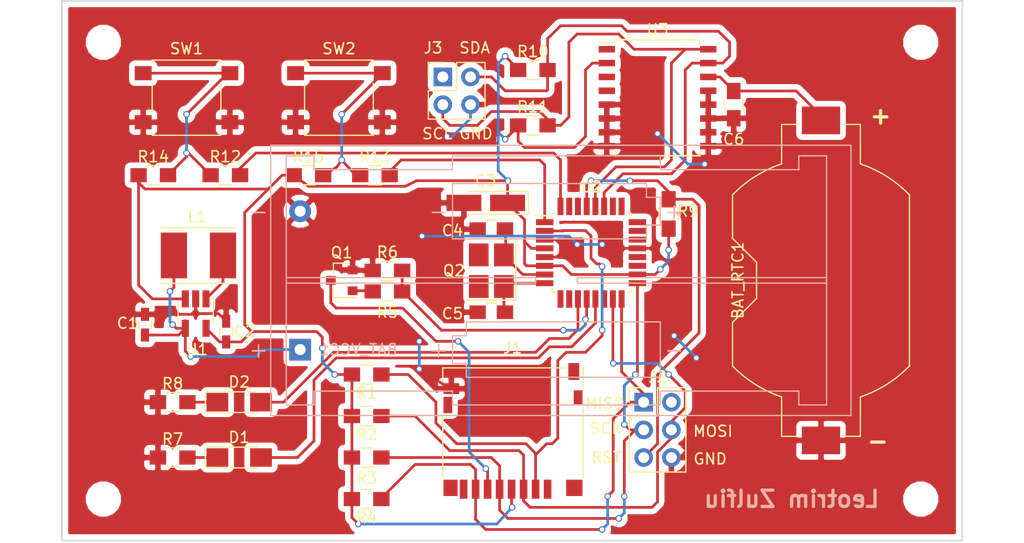
<source format=kicad_pcb>
(kicad_pcb (version 4) (host pcbnew 4.0.7)

  (general
    (links 93)
    (no_connects 0)
    (area 38.702857 61.865 132.747143 112.225)
    (thickness 1.6)
    (drawings 15)
    (tracks 380)
    (zones 0)
    (modules 40)
    (nets 45)
  )

  (page A4)
  (layers
    (0 F.Cu signal)
    (31 B.Cu signal)
    (32 B.Adhes user)
    (33 F.Adhes user)
    (34 B.Paste user)
    (35 F.Paste user)
    (36 B.SilkS user)
    (37 F.SilkS user)
    (38 B.Mask user)
    (39 F.Mask user)
    (40 Dwgs.User user)
    (41 Cmts.User user)
    (42 Eco1.User user)
    (43 Eco2.User user)
    (44 Edge.Cuts user)
    (45 Margin user)
    (46 B.CrtYd user)
    (47 F.CrtYd user)
    (48 B.Fab user)
    (49 F.Fab user)
  )

  (setup
    (last_trace_width 0.25)
    (user_trace_width 0.35)
    (trace_clearance 0.2)
    (zone_clearance 0.508)
    (zone_45_only no)
    (trace_min 0.2)
    (segment_width 0.2)
    (edge_width 0.15)
    (via_size 0.6)
    (via_drill 0.4)
    (via_min_size 0.4)
    (via_min_drill 0.3)
    (uvia_size 0.3)
    (uvia_drill 0.1)
    (uvias_allowed no)
    (uvia_min_size 0.2)
    (uvia_min_drill 0.1)
    (pcb_text_width 0.3)
    (pcb_text_size 1.5 1.5)
    (mod_edge_width 0.15)
    (mod_text_size 1 1)
    (mod_text_width 0.15)
    (pad_size 1.524 1.524)
    (pad_drill 0.762)
    (pad_to_mask_clearance 0.2)
    (aux_axis_origin 0 0)
    (visible_elements 7FFFFFFF)
    (pcbplotparams
      (layerselection 0x010f0_80000001)
      (usegerberextensions false)
      (excludeedgelayer true)
      (linewidth 0.100000)
      (plotframeref false)
      (viasonmask false)
      (mode 1)
      (useauxorigin false)
      (hpglpennumber 1)
      (hpglpenspeed 20)
      (hpglpendiameter 15)
      (hpglpenoverlay 2)
      (psnegative false)
      (psa4output false)
      (plotreference true)
      (plotvalue true)
      (plotinvisibletext false)
      (padsonsilk false)
      (subtractmaskfromsilk false)
      (outputformat 1)
      (mirror false)
      (drillshape 0)
      (scaleselection 1)
      (outputdirectory gerber/))
  )

  (net 0 "")
  (net 1 GND)
  (net 2 VCC)
  (net 3 "Net-(C4-Pad2)")
  (net 4 "Net-(D1-Pad1)")
  (net 5 "Net-(D2-Pad1)")
  (net 6 "Net-(D2-Pad2)")
  (net 7 "Net-(J1-Pad6)")
  (net 8 MISO)
  (net 9 "Net-(J1-Pad8)")
  (net 10 SCK)
  (net 11 "Net-(J1-Pad1)")
  (net 12 CS)
  (net 13 MOSI)
  (net 14 RESET)
  (net 15 SDA)
  (net 16 SCL)
  (net 17 BTN_A)
  (net 18 BTN_B)
  (net 19 SD_TOGGLE)
  (net 20 "Net-(U3-Pad3)")
  (net 21 "Net-(BAT_VCC1-Pad1)")
  (net 22 "Net-(C5-Pad2)")
  (net 23 "Net-(D1-Pad2)")
  (net 24 "Net-(L1-Pad1)")
  (net 25 "Net-(Q1-Pad1)")
  (net 26 "Net-(R12-Pad1)")
  (net 27 "Net-(R13-Pad1)")
  (net 28 "Net-(U2-Pad9)")
  (net 29 "Net-(U2-Pad10)")
  (net 30 "Net-(U2-Pad14)")
  (net 31 "Net-(U2-Pad19)")
  (net 32 "Net-(U2-Pad20)")
  (net 33 "Net-(U2-Pad22)")
  (net 34 "Net-(U2-Pad23)")
  (net 35 "Net-(U2-Pad24)")
  (net 36 "Net-(U2-Pad25)")
  (net 37 "Net-(U2-Pad26)")
  (net 38 "Net-(U2-Pad30)")
  (net 39 "Net-(U2-Pad31)")
  (net 40 "Net-(U3-Pad1)")
  (net 41 "Net-(U3-Pad4)")
  (net 42 "Net-(J2-Pad2)")
  (net 43 "Net-(J3-Pad1)")
  (net 44 "Net-(BAT_RTC1-Pad1)")

  (net_class Default "This is the default net class."
    (clearance 0.2)
    (trace_width 0.25)
    (via_dia 0.6)
    (via_drill 0.4)
    (uvia_dia 0.3)
    (uvia_drill 0.1)
    (add_net BTN_A)
    (add_net BTN_B)
    (add_net CS)
    (add_net GND)
    (add_net MISO)
    (add_net MOSI)
    (add_net "Net-(BAT_RTC1-Pad1)")
    (add_net "Net-(BAT_VCC1-Pad1)")
    (add_net "Net-(C4-Pad2)")
    (add_net "Net-(C5-Pad2)")
    (add_net "Net-(D1-Pad1)")
    (add_net "Net-(D1-Pad2)")
    (add_net "Net-(D2-Pad1)")
    (add_net "Net-(D2-Pad2)")
    (add_net "Net-(J1-Pad1)")
    (add_net "Net-(J1-Pad6)")
    (add_net "Net-(J1-Pad8)")
    (add_net "Net-(J2-Pad2)")
    (add_net "Net-(J3-Pad1)")
    (add_net "Net-(L1-Pad1)")
    (add_net "Net-(Q1-Pad1)")
    (add_net "Net-(R12-Pad1)")
    (add_net "Net-(R13-Pad1)")
    (add_net "Net-(U2-Pad10)")
    (add_net "Net-(U2-Pad14)")
    (add_net "Net-(U2-Pad19)")
    (add_net "Net-(U2-Pad20)")
    (add_net "Net-(U2-Pad22)")
    (add_net "Net-(U2-Pad23)")
    (add_net "Net-(U2-Pad24)")
    (add_net "Net-(U2-Pad25)")
    (add_net "Net-(U2-Pad26)")
    (add_net "Net-(U2-Pad30)")
    (add_net "Net-(U2-Pad31)")
    (add_net "Net-(U2-Pad9)")
    (add_net "Net-(U3-Pad1)")
    (add_net "Net-(U3-Pad3)")
    (add_net "Net-(U3-Pad4)")
    (add_net RESET)
    (add_net SCK)
    (add_net SCL)
    (add_net SDA)
    (add_net SD_TOGGLE)
    (add_net VCC)
  )

  (module Battery_Holders:Keystone_2468_2xAAA (layer B.Cu) (tedit 5A5965BE) (tstamp 5A5916D8)
    (at 66.294 94.234)
    (descr "2xAAA cell battery holder, Keystone P/N 2468")
    (tags "AAA battery cell holder")
    (path /5A4F8913)
    (fp_text reference BAT_VCC1 (at 5.334 0 180) (layer B.SilkS)
      (effects (font (size 1 1) (thickness 0.15)) (justify mirror))
    )
    (fp_text value 2xAAA (at 24.95 -7.8) (layer B.Fab)
      (effects (font (size 1 1) (thickness 0.15)) (justify mirror))
    )
    (fp_text user - (at 34.29 0) (layer B.SilkS)
      (effects (font (size 1.5 1.5) (thickness 0.15)) (justify mirror))
    )
    (fp_text user + (at 12.7 0) (layer B.SilkS)
      (effects (font (size 1.5 1.5) (thickness 0.15)) (justify mirror))
    )
    (fp_line (start 50.9 -19.15) (end 50.9 6.45) (layer B.CrtYd) (width 0.05))
    (fp_line (start -3.1 -19.15) (end 50.9 -19.15) (layer B.CrtYd) (width 0.05))
    (fp_line (start -3.1 6.45) (end -3.1 -19.15) (layer B.CrtYd) (width 0.05))
    (fp_line (start 50.9 6.45) (end -3.1 6.45) (layer B.CrtYd) (width 0.05))
    (fp_line (start 50.5 -18.75) (end 50.5 6.05) (layer B.SilkS) (width 0.12))
    (fp_line (start -2.7 -18.75) (end 50.5 -18.75) (layer B.SilkS) (width 0.12))
    (fp_line (start -2.7 6.05) (end -2.7 -18.75) (layer B.SilkS) (width 0.12))
    (fp_line (start 50.5 6.05) (end -2.7 6.05) (layer B.SilkS) (width 0.12))
    (fp_line (start 13.97 -15.24) (end 13.97 -10.16) (layer B.SilkS) (width 0.12))
    (fp_line (start 13.97 -10.16) (end 31.75 -10.16) (layer B.SilkS) (width 0.12))
    (fp_line (start 31.75 -10.16) (end 31.75 -11.43) (layer B.SilkS) (width 0.12))
    (fp_line (start 31.75 -11.43) (end 33.02 -11.43) (layer B.SilkS) (width 0.12))
    (fp_line (start 33.02 -11.43) (end 33.02 -13.97) (layer B.SilkS) (width 0.12))
    (fp_line (start 33.02 -13.97) (end 31.75 -13.97) (layer B.SilkS) (width 0.12))
    (fp_line (start 31.75 -13.97) (end 31.75 -15.24) (layer B.SilkS) (width 0.12))
    (fp_line (start 31.75 -15.24) (end 13.97 -15.24) (layer B.SilkS) (width 0.12))
    (fp_line (start 33.02 1.27) (end 33.02 -2.54) (layer B.SilkS) (width 0.12))
    (fp_line (start 33.02 -2.54) (end 15.24 -2.54) (layer B.SilkS) (width 0.12))
    (fp_line (start 15.24 -2.54) (end 15.24 -1.27) (layer B.SilkS) (width 0.12))
    (fp_line (start 15.24 -1.27) (end 13.97 -1.27) (layer B.SilkS) (width 0.12))
    (fp_line (start 13.97 -1.27) (end 13.97 1.27) (layer B.SilkS) (width 0.12))
    (fp_line (start 13.97 1.27) (end 15.24 1.27) (layer B.SilkS) (width 0.12))
    (fp_line (start 15.24 1.27) (end 15.24 2.54) (layer B.SilkS) (width 0.12))
    (fp_line (start 15.24 2.54) (end 33.02 2.54) (layer B.SilkS) (width 0.12))
    (fp_line (start 33.02 2.54) (end 33.02 1.27) (layer B.SilkS) (width 0.12))
    (fp_line (start -1.27 -6.096) (end 21.59 -6.096) (layer B.SilkS) (width 0.12))
    (fp_line (start 21.59 -6.096) (end 21.59 -6.604) (layer B.SilkS) (width 0.12))
    (fp_line (start 21.59 -6.604) (end -1.27 -6.604) (layer B.SilkS) (width 0.12))
    (fp_line (start 48.26 -6.096) (end 25.4 -6.096) (layer B.SilkS) (width 0.12))
    (fp_line (start 25.4 -6.096) (end 25.4 -6.604) (layer B.SilkS) (width 0.12))
    (fp_line (start 25.4 -6.604) (end 48.26 -6.604) (layer B.SilkS) (width 0.12))
    (fp_line (start 13.97 -16.51) (end 13.97 -17.78) (layer B.SilkS) (width 0.12))
    (fp_line (start 13.97 -17.78) (end 33.02 -17.78) (layer B.SilkS) (width 0.12))
    (fp_line (start 33.02 -17.78) (end 33.02 -16.51) (layer B.SilkS) (width 0.12))
    (fp_line (start 45.72 3.81) (end 33.02 3.81) (layer B.SilkS) (width 0.12))
    (fp_line (start 33.02 3.81) (end 33.02 5.08) (layer B.SilkS) (width 0.12))
    (fp_line (start 33.02 5.08) (end 13.97 5.08) (layer B.SilkS) (width 0.12))
    (fp_line (start 13.97 5.08) (end 13.97 3.81) (layer B.SilkS) (width 0.12))
    (fp_line (start 45.72 -16.51) (end 33.02 -16.51) (layer B.SilkS) (width 0.12))
    (fp_line (start 1.27 3.81) (end 13.97 3.81) (layer B.SilkS) (width 0.12))
    (fp_line (start 1.27 3.81) (end 1.27 5.08) (layer B.SilkS) (width 0.12))
    (fp_line (start 1.27 5.08) (end -1.27 5.08) (layer B.SilkS) (width 0.12))
    (fp_line (start -1.27 5.08) (end -1.27 -17.78) (layer B.SilkS) (width 0.12))
    (fp_line (start -1.27 -17.78) (end 1.27 -17.78) (layer B.SilkS) (width 0.12))
    (fp_line (start 1.27 -17.78) (end 1.27 -16.51) (layer B.SilkS) (width 0.12))
    (fp_line (start 1.27 -16.51) (end 13.97 -16.51) (layer B.SilkS) (width 0.12))
    (fp_line (start 48.26 5.08) (end 45.72 5.08) (layer B.SilkS) (width 0.12))
    (fp_line (start 45.72 5.08) (end 45.72 3.81) (layer B.SilkS) (width 0.12))
    (fp_line (start 48.26 5.08) (end 48.26 -17.78) (layer B.SilkS) (width 0.12))
    (fp_line (start 48.26 -17.78) (end 45.72 -17.78) (layer B.SilkS) (width 0.12))
    (fp_line (start 45.72 -17.78) (end 45.72 -16.51) (layer B.SilkS) (width 0.12))
    (fp_line (start -2.6 -18.65) (end -2.6 -6.35) (layer B.Fab) (width 0.1))
    (fp_line (start 50.4 -18.65) (end 50.4 5.95) (layer B.Fab) (width 0.1))
    (fp_line (start -2.6 -18.65) (end 50.4 -18.65) (layer B.Fab) (width 0.1))
    (fp_line (start -2.6 -6.35) (end -2.6 5.95) (layer B.Fab) (width 0.1))
    (fp_line (start -2.6 5.95) (end 50.4 5.95) (layer B.Fab) (width 0.1))
    (fp_text user + (at 34.29 -12.7) (layer B.SilkS)
      (effects (font (size 1.5 1.5) (thickness 0.15)) (justify mirror))
    )
    (fp_text user - (at 12.7 -12.7) (layer B.SilkS)
      (effects (font (size 1.5 1.5) (thickness 0.15)) (justify mirror))
    )
    (fp_text user + (at -3.81 0) (layer B.SilkS)
      (effects (font (size 1.5 1.5) (thickness 0.15)) (justify mirror))
    )
    (fp_text user - (at -3.81 -12.7) (layer B.SilkS)
      (effects (font (size 1.5 1.5) (thickness 0.15)) (justify mirror))
    )
    (pad 1 thru_hole rect (at 0 0) (size 2 2) (drill 1.02) (layers *.Cu *.Mask)
      (net 21 "Net-(BAT_VCC1-Pad1)"))
    (pad 2 thru_hole circle (at 0 -12.7) (size 2 2) (drill 1.02) (layers *.Cu *.Mask)
      (net 1 GND))
  )

  (module Battery_Holders:Keystone_1058_1x2032-CoinCell (layer F.Cu) (tedit 589EE147) (tstamp 5A5916D0)
    (at 114.046 87.884 270)
    (descr http://www.keyelco.com/product-pdf.cfm?p=14028)
    (tags "Keystone type 1058 coin cell retainer")
    (path /5A48319B)
    (attr smd)
    (fp_text reference BAT_RTC1 (at 0 7.62 270) (layer F.SilkS)
      (effects (font (size 1 1) (thickness 0.15)))
    )
    (fp_text value CR2032 (at 0 -9.398 270) (layer F.Fab)
      (effects (font (size 1 1) (thickness 0.15)))
    )
    (fp_arc (start 0 0) (end 11.06 4.11) (angle 139.2) (layer F.CrtYd) (width 0.05))
    (fp_arc (start 0 0) (end -11.06 -4.11) (angle 139.2) (layer F.CrtYd) (width 0.05))
    (fp_line (start 11.06 4.11) (end 16.45 4.11) (layer F.CrtYd) (width 0.05))
    (fp_line (start 16.45 4.11) (end 16.45 -4.11) (layer F.CrtYd) (width 0.05))
    (fp_line (start 16.45 -4.11) (end 11.06 -4.11) (layer F.CrtYd) (width 0.05))
    (fp_line (start -16.45 -4.11) (end -11.06 -4.11) (layer F.CrtYd) (width 0.05))
    (fp_line (start -16.45 -4.11) (end -16.45 4.11) (layer F.CrtYd) (width 0.05))
    (fp_line (start -16.45 4.11) (end -11.06 4.11) (layer F.CrtYd) (width 0.05))
    (fp_arc (start 0 0) (end -10.692 3.61) (angle -27.3) (layer F.SilkS) (width 0.12))
    (fp_arc (start 0 0) (end 10.692 -3.61) (angle -27.3) (layer F.SilkS) (width 0.12))
    (fp_arc (start 0 0) (end 10.692 3.61) (angle 27.3) (layer F.SilkS) (width 0.12))
    (fp_arc (start 0 0) (end -10.692 -3.61) (angle 27.3) (layer F.SilkS) (width 0.12))
    (fp_line (start -14.31 1.9) (end -14.31 3.61) (layer F.SilkS) (width 0.12))
    (fp_line (start -10.692 3.61) (end -14.31 3.61) (layer F.SilkS) (width 0.12))
    (fp_line (start -3.86 8.11) (end -7.8473 8.11) (layer F.SilkS) (width 0.12))
    (fp_line (start -1.66 5.91) (end -3.86 8.11) (layer F.SilkS) (width 0.12))
    (fp_line (start 1.66 5.91) (end -1.66 5.91) (layer F.SilkS) (width 0.12))
    (fp_line (start 1.66 5.91) (end 3.86 8.11) (layer F.SilkS) (width 0.12))
    (fp_line (start 7.8473 8.11) (end 3.86 8.11) (layer F.SilkS) (width 0.12))
    (fp_line (start 14.31 1.9) (end 14.31 3.61) (layer F.SilkS) (width 0.12))
    (fp_line (start 14.31 3.61) (end 10.692 3.61) (layer F.SilkS) (width 0.12))
    (fp_line (start 10.692 -3.61) (end 14.31 -3.61) (layer F.SilkS) (width 0.12))
    (fp_line (start 14.31 -1.9) (end 14.31 -3.61) (layer F.SilkS) (width 0.12))
    (fp_line (start -7.8473 -8.11) (end 7.8473 -8.11) (layer F.SilkS) (width 0.12))
    (fp_line (start -14.31 -1.9) (end -14.31 -3.61) (layer F.SilkS) (width 0.12))
    (fp_line (start -14.31 -3.61) (end -10.692 -3.61) (layer F.SilkS) (width 0.12))
    (fp_arc (start 0 0) (end -10.61275 3.5) (angle -27.4635) (layer F.Fab) (width 0.1))
    (fp_arc (start 0 0) (end 10.61275 -3.5) (angle -27.4635) (layer F.Fab) (width 0.1))
    (fp_arc (start 0 0) (end 10.61275 3.5) (angle 27.4635) (layer F.Fab) (width 0.1))
    (fp_line (start 14.2 1.9) (end 14.2 3.5) (layer F.Fab) (width 0.1))
    (fp_line (start 14.2 3.5) (end 10.61275 3.5) (layer F.Fab) (width 0.1))
    (fp_line (start 10.61275 -3.5) (end 14.2 -3.5) (layer F.Fab) (width 0.1))
    (fp_line (start 14.2 -3.5) (end 14.2 -1.9) (layer F.Fab) (width 0.1))
    (fp_line (start -14.2 1.9) (end -14.2 3.5) (layer F.Fab) (width 0.1))
    (fp_line (start -14.2 3.5) (end -10.61275 3.5) (layer F.Fab) (width 0.1))
    (fp_line (start 3.9 8) (end 7.8026 8) (layer F.Fab) (width 0.1))
    (fp_line (start 1.7 5.8) (end 3.9 8) (layer F.Fab) (width 0.1))
    (fp_line (start -1.7 5.8) (end -3.9 8) (layer F.Fab) (width 0.1))
    (fp_line (start -1.7 5.8) (end 1.7 5.8) (layer F.Fab) (width 0.1))
    (fp_line (start -14.2 -3.5) (end -10.61275 -3.5) (layer F.Fab) (width 0.1))
    (fp_line (start -14.2 -3.5) (end -14.2 -1.9) (layer F.Fab) (width 0.1))
    (fp_line (start -3.9 8) (end -7.8026 8) (layer F.Fab) (width 0.1))
    (fp_line (start -7.8026 -8) (end 7.8026 -8) (layer F.Fab) (width 0.1))
    (fp_arc (start 0 0) (end -10.61275 -3.5) (angle 27.4635) (layer F.Fab) (width 0.1))
    (fp_circle (center 0 0) (end 10 0) (layer Dwgs.User) (width 0.15))
    (pad 1 smd rect (at -14.68 0 270) (size 2.54 3.51) (layers F.Cu F.Paste F.Mask)
      (net 44 "Net-(BAT_RTC1-Pad1)"))
    (pad 2 smd rect (at 14.68 0 270) (size 2.54 3.51) (layers F.Cu F.Paste F.Mask)
      (net 1 GND))
  )

  (module Capacitors_SMD:C_0603_HandSoldering (layer F.Cu) (tedit 5A5A4735) (tstamp 5A5916DE)
    (at 52.07 91.948 90)
    (descr "Capacitor SMD 0603, hand soldering")
    (tags "capacitor 0603")
    (path /5A5119E3)
    (attr smd)
    (fp_text reference C1 (at 0.127 -1.6002 180) (layer F.SilkS)
      (effects (font (size 1 1) (thickness 0.15)))
    )
    (fp_text value 10uF (at 0 1.5 90) (layer F.Fab)
      (effects (font (size 1 1) (thickness 0.15)))
    )
    (fp_text user %R (at 0 -1.25 90) (layer F.Fab)
      (effects (font (size 1 1) (thickness 0.15)))
    )
    (fp_line (start -0.8 0.4) (end -0.8 -0.4) (layer F.Fab) (width 0.1))
    (fp_line (start 0.8 0.4) (end -0.8 0.4) (layer F.Fab) (width 0.1))
    (fp_line (start 0.8 -0.4) (end 0.8 0.4) (layer F.Fab) (width 0.1))
    (fp_line (start -0.8 -0.4) (end 0.8 -0.4) (layer F.Fab) (width 0.1))
    (fp_line (start -0.35 -0.6) (end 0.35 -0.6) (layer F.SilkS) (width 0.12))
    (fp_line (start 0.35 0.6) (end -0.35 0.6) (layer F.SilkS) (width 0.12))
    (fp_line (start -1.8 -0.65) (end 1.8 -0.65) (layer F.CrtYd) (width 0.05))
    (fp_line (start -1.8 -0.65) (end -1.8 0.65) (layer F.CrtYd) (width 0.05))
    (fp_line (start 1.8 0.65) (end 1.8 -0.65) (layer F.CrtYd) (width 0.05))
    (fp_line (start 1.8 0.65) (end -1.8 0.65) (layer F.CrtYd) (width 0.05))
    (pad 1 smd rect (at -0.95 0 90) (size 1.2 0.75) (layers F.Cu F.Paste F.Mask)
      (net 21 "Net-(BAT_VCC1-Pad1)"))
    (pad 2 smd rect (at 0.95 0 90) (size 1.2 0.75) (layers F.Cu F.Paste F.Mask)
      (net 1 GND))
    (model Capacitors_SMD.3dshapes/C_0603.wrl
      (at (xyz 0 0 0))
      (scale (xyz 1 1 1))
      (rotate (xyz 0 0 0))
    )
  )

  (module Capacitors_SMD:C_0603_HandSoldering (layer F.Cu) (tedit 5A5A473B) (tstamp 5A5916E4)
    (at 59.5122 92.583 90)
    (descr "Capacitor SMD 0603, hand soldering")
    (tags "capacitor 0603")
    (path /5A511A46)
    (attr smd)
    (fp_text reference C2 (at 0 1.7018 180) (layer F.SilkS)
      (effects (font (size 1 1) (thickness 0.15)))
    )
    (fp_text value 10uF (at 0 1.5 90) (layer F.Fab)
      (effects (font (size 1 1) (thickness 0.15)))
    )
    (fp_text user %R (at 0 -1.25 90) (layer F.Fab)
      (effects (font (size 1 1) (thickness 0.15)))
    )
    (fp_line (start -0.8 0.4) (end -0.8 -0.4) (layer F.Fab) (width 0.1))
    (fp_line (start 0.8 0.4) (end -0.8 0.4) (layer F.Fab) (width 0.1))
    (fp_line (start 0.8 -0.4) (end 0.8 0.4) (layer F.Fab) (width 0.1))
    (fp_line (start -0.8 -0.4) (end 0.8 -0.4) (layer F.Fab) (width 0.1))
    (fp_line (start -0.35 -0.6) (end 0.35 -0.6) (layer F.SilkS) (width 0.12))
    (fp_line (start 0.35 0.6) (end -0.35 0.6) (layer F.SilkS) (width 0.12))
    (fp_line (start -1.8 -0.65) (end 1.8 -0.65) (layer F.CrtYd) (width 0.05))
    (fp_line (start -1.8 -0.65) (end -1.8 0.65) (layer F.CrtYd) (width 0.05))
    (fp_line (start 1.8 0.65) (end 1.8 -0.65) (layer F.CrtYd) (width 0.05))
    (fp_line (start 1.8 0.65) (end -1.8 0.65) (layer F.CrtYd) (width 0.05))
    (pad 1 smd rect (at -0.95 0 90) (size 1.2 0.75) (layers F.Cu F.Paste F.Mask)
      (net 2 VCC))
    (pad 2 smd rect (at 0.95 0 90) (size 1.2 0.75) (layers F.Cu F.Paste F.Mask)
      (net 1 GND))
    (model Capacitors_SMD.3dshapes/C_0603.wrl
      (at (xyz 0 0 0))
      (scale (xyz 1 1 1))
      (rotate (xyz 0 0 0))
    )
  )

  (module Capacitors_Tantalum_SMD:CP_Tantalum_Case-A_EIA-3216-18_Hand (layer F.Cu) (tedit 5A59658B) (tstamp 5A5916EA)
    (at 83.312 80.772 180)
    (descr "Tantalum capacitor, Case A, EIA 3216-18, 3.2x1.6x1.6mm, Hand soldering footprint")
    (tags "capacitor tantalum smd")
    (path /5A492D09)
    (attr smd)
    (fp_text reference C3 (at 0 2.032 180) (layer F.SilkS)
      (effects (font (size 1 1) (thickness 0.15)))
    )
    (fp_text value 0.1uF (at 0 2.55 180) (layer F.Fab)
      (effects (font (size 1 1) (thickness 0.15)))
    )
    (fp_text user %R (at 0 0 180) (layer F.Fab)
      (effects (font (size 0.7 0.7) (thickness 0.105)))
    )
    (fp_line (start -4 -1.2) (end -4 1.2) (layer F.CrtYd) (width 0.05))
    (fp_line (start -4 1.2) (end 4 1.2) (layer F.CrtYd) (width 0.05))
    (fp_line (start 4 1.2) (end 4 -1.2) (layer F.CrtYd) (width 0.05))
    (fp_line (start 4 -1.2) (end -4 -1.2) (layer F.CrtYd) (width 0.05))
    (fp_line (start -1.6 -0.8) (end -1.6 0.8) (layer F.Fab) (width 0.1))
    (fp_line (start -1.6 0.8) (end 1.6 0.8) (layer F.Fab) (width 0.1))
    (fp_line (start 1.6 0.8) (end 1.6 -0.8) (layer F.Fab) (width 0.1))
    (fp_line (start 1.6 -0.8) (end -1.6 -0.8) (layer F.Fab) (width 0.1))
    (fp_line (start -1.28 -0.8) (end -1.28 0.8) (layer F.Fab) (width 0.1))
    (fp_line (start -1.12 -0.8) (end -1.12 0.8) (layer F.Fab) (width 0.1))
    (fp_line (start -3.9 -1.05) (end 1.6 -1.05) (layer F.SilkS) (width 0.12))
    (fp_line (start -3.9 1.05) (end 1.6 1.05) (layer F.SilkS) (width 0.12))
    (fp_line (start -3.9 -1.05) (end -3.9 1.05) (layer F.SilkS) (width 0.12))
    (pad 1 smd rect (at -2 0 180) (size 3.2 1.5) (layers F.Cu F.Paste F.Mask)
      (net 2 VCC))
    (pad 2 smd rect (at 2 0 180) (size 3.2 1.5) (layers F.Cu F.Paste F.Mask)
      (net 1 GND))
    (model Capacitors_Tantalum_SMD.3dshapes/CP_Tantalum_Case-A_EIA-3216-18.wrl
      (at (xyz 0 0 0))
      (scale (xyz 1 1 1))
      (rotate (xyz 0 0 0))
    )
  )

  (module Capacitors_SMD:C_0805_HandSoldering (layer F.Cu) (tedit 5A596596) (tstamp 5A5916F0)
    (at 83.82 83.185)
    (descr "Capacitor SMD 0805, hand soldering")
    (tags "capacitor 0805")
    (path /5A488007)
    (attr smd)
    (fp_text reference C4 (at -3.556 0.127) (layer F.SilkS)
      (effects (font (size 1 1) (thickness 0.15)))
    )
    (fp_text value 22pF (at 0 1.75) (layer F.Fab)
      (effects (font (size 1 1) (thickness 0.15)))
    )
    (fp_text user %R (at 0 -1.75) (layer F.Fab)
      (effects (font (size 1 1) (thickness 0.15)))
    )
    (fp_line (start -1 0.62) (end -1 -0.62) (layer F.Fab) (width 0.1))
    (fp_line (start 1 0.62) (end -1 0.62) (layer F.Fab) (width 0.1))
    (fp_line (start 1 -0.62) (end 1 0.62) (layer F.Fab) (width 0.1))
    (fp_line (start -1 -0.62) (end 1 -0.62) (layer F.Fab) (width 0.1))
    (fp_line (start 0.5 -0.85) (end -0.5 -0.85) (layer F.SilkS) (width 0.12))
    (fp_line (start -0.5 0.85) (end 0.5 0.85) (layer F.SilkS) (width 0.12))
    (fp_line (start -2.25 -0.88) (end 2.25 -0.88) (layer F.CrtYd) (width 0.05))
    (fp_line (start -2.25 -0.88) (end -2.25 0.87) (layer F.CrtYd) (width 0.05))
    (fp_line (start 2.25 0.87) (end 2.25 -0.88) (layer F.CrtYd) (width 0.05))
    (fp_line (start 2.25 0.87) (end -2.25 0.87) (layer F.CrtYd) (width 0.05))
    (pad 1 smd rect (at -1.25 0) (size 1.5 1.25) (layers F.Cu F.Paste F.Mask)
      (net 1 GND))
    (pad 2 smd rect (at 1.25 0) (size 1.5 1.25) (layers F.Cu F.Paste F.Mask)
      (net 3 "Net-(C4-Pad2)"))
    (model Capacitors_SMD.3dshapes/C_0805.wrl
      (at (xyz 0 0 0))
      (scale (xyz 1 1 1))
      (rotate (xyz 0 0 0))
    )
  )

  (module Capacitors_SMD:C_0805_HandSoldering (layer F.Cu) (tedit 5A59657F) (tstamp 5A5916F6)
    (at 83.82 90.805)
    (descr "Capacitor SMD 0805, hand soldering")
    (tags "capacitor 0805")
    (path /5A48803E)
    (attr smd)
    (fp_text reference C5 (at -3.556 0.127) (layer F.SilkS)
      (effects (font (size 1 1) (thickness 0.15)))
    )
    (fp_text value 22pF (at 0 1.75) (layer F.Fab)
      (effects (font (size 1 1) (thickness 0.15)))
    )
    (fp_text user %R (at 0 -1.75) (layer F.Fab)
      (effects (font (size 1 1) (thickness 0.15)))
    )
    (fp_line (start -1 0.62) (end -1 -0.62) (layer F.Fab) (width 0.1))
    (fp_line (start 1 0.62) (end -1 0.62) (layer F.Fab) (width 0.1))
    (fp_line (start 1 -0.62) (end 1 0.62) (layer F.Fab) (width 0.1))
    (fp_line (start -1 -0.62) (end 1 -0.62) (layer F.Fab) (width 0.1))
    (fp_line (start 0.5 -0.85) (end -0.5 -0.85) (layer F.SilkS) (width 0.12))
    (fp_line (start -0.5 0.85) (end 0.5 0.85) (layer F.SilkS) (width 0.12))
    (fp_line (start -2.25 -0.88) (end 2.25 -0.88) (layer F.CrtYd) (width 0.05))
    (fp_line (start -2.25 -0.88) (end -2.25 0.87) (layer F.CrtYd) (width 0.05))
    (fp_line (start 2.25 0.87) (end 2.25 -0.88) (layer F.CrtYd) (width 0.05))
    (fp_line (start 2.25 0.87) (end -2.25 0.87) (layer F.CrtYd) (width 0.05))
    (pad 1 smd rect (at -1.25 0) (size 1.5 1.25) (layers F.Cu F.Paste F.Mask)
      (net 1 GND))
    (pad 2 smd rect (at 1.25 0) (size 1.5 1.25) (layers F.Cu F.Paste F.Mask)
      (net 22 "Net-(C5-Pad2)"))
    (model Capacitors_SMD.3dshapes/C_0805.wrl
      (at (xyz 0 0 0))
      (scale (xyz 1 1 1))
      (rotate (xyz 0 0 0))
    )
  )

  (module Capacitors_SMD:C_0805_HandSoldering (layer F.Cu) (tedit 5A5937D9) (tstamp 5A5916FC)
    (at 106.045 71.755 90)
    (descr "Capacitor SMD 0805, hand soldering")
    (tags "capacitor 0805")
    (path /5A5473CA)
    (attr smd)
    (fp_text reference C6 (at -3.175 0 180) (layer F.SilkS)
      (effects (font (size 1 1) (thickness 0.15)))
    )
    (fp_text value 10uF (at 0 1.75 90) (layer F.Fab)
      (effects (font (size 1 1) (thickness 0.15)))
    )
    (fp_text user %R (at 0 -1.75 90) (layer F.Fab)
      (effects (font (size 1 1) (thickness 0.15)))
    )
    (fp_line (start -1 0.62) (end -1 -0.62) (layer F.Fab) (width 0.1))
    (fp_line (start 1 0.62) (end -1 0.62) (layer F.Fab) (width 0.1))
    (fp_line (start 1 -0.62) (end 1 0.62) (layer F.Fab) (width 0.1))
    (fp_line (start -1 -0.62) (end 1 -0.62) (layer F.Fab) (width 0.1))
    (fp_line (start 0.5 -0.85) (end -0.5 -0.85) (layer F.SilkS) (width 0.12))
    (fp_line (start -0.5 0.85) (end 0.5 0.85) (layer F.SilkS) (width 0.12))
    (fp_line (start -2.25 -0.88) (end 2.25 -0.88) (layer F.CrtYd) (width 0.05))
    (fp_line (start -2.25 -0.88) (end -2.25 0.87) (layer F.CrtYd) (width 0.05))
    (fp_line (start 2.25 0.87) (end 2.25 -0.88) (layer F.CrtYd) (width 0.05))
    (fp_line (start 2.25 0.87) (end -2.25 0.87) (layer F.CrtYd) (width 0.05))
    (pad 1 smd rect (at -1.25 0 90) (size 1.5 1.25) (layers F.Cu F.Paste F.Mask)
      (net 1 GND))
    (pad 2 smd rect (at 1.25 0 90) (size 1.5 1.25) (layers F.Cu F.Paste F.Mask)
      (net 44 "Net-(BAT_RTC1-Pad1)"))
    (model Capacitors_SMD.3dshapes/C_0805.wrl
      (at (xyz 0 0 0))
      (scale (xyz 1 1 1))
      (rotate (xyz 0 0 0))
    )
  )

  (module LEDs:LED_1206_HandSoldering (layer F.Cu) (tedit 595FC724) (tstamp 5A591702)
    (at 60.706 104.14)
    (descr "LED SMD 1206, hand soldering")
    (tags "LED 1206")
    (path /5A4C4AB8)
    (attr smd)
    (fp_text reference D1 (at 0 -1.85) (layer F.SilkS)
      (effects (font (size 1 1) (thickness 0.15)))
    )
    (fp_text value RED (at 0 1.9) (layer F.Fab)
      (effects (font (size 1 1) (thickness 0.15)))
    )
    (fp_line (start -3.1 -0.95) (end -3.1 0.95) (layer F.SilkS) (width 0.12))
    (fp_line (start -0.4 0) (end 0.2 -0.4) (layer F.Fab) (width 0.1))
    (fp_line (start 0.2 -0.4) (end 0.2 0.4) (layer F.Fab) (width 0.1))
    (fp_line (start 0.2 0.4) (end -0.4 0) (layer F.Fab) (width 0.1))
    (fp_line (start -0.45 -0.4) (end -0.45 0.4) (layer F.Fab) (width 0.1))
    (fp_line (start -1.6 0.8) (end -1.6 -0.8) (layer F.Fab) (width 0.1))
    (fp_line (start 1.6 0.8) (end -1.6 0.8) (layer F.Fab) (width 0.1))
    (fp_line (start 1.6 -0.8) (end 1.6 0.8) (layer F.Fab) (width 0.1))
    (fp_line (start -1.6 -0.8) (end 1.6 -0.8) (layer F.Fab) (width 0.1))
    (fp_line (start -3.1 0.95) (end 1.6 0.95) (layer F.SilkS) (width 0.12))
    (fp_line (start -3.1 -0.95) (end 1.6 -0.95) (layer F.SilkS) (width 0.12))
    (fp_line (start -3.25 -1.11) (end 3.25 -1.11) (layer F.CrtYd) (width 0.05))
    (fp_line (start -3.25 -1.11) (end -3.25 1.1) (layer F.CrtYd) (width 0.05))
    (fp_line (start 3.25 1.1) (end 3.25 -1.11) (layer F.CrtYd) (width 0.05))
    (fp_line (start 3.25 1.1) (end -3.25 1.1) (layer F.CrtYd) (width 0.05))
    (pad 1 smd rect (at -2 0) (size 2 1.7) (layers F.Cu F.Paste F.Mask)
      (net 4 "Net-(D1-Pad1)"))
    (pad 2 smd rect (at 2 0) (size 2 1.7) (layers F.Cu F.Paste F.Mask)
      (net 23 "Net-(D1-Pad2)"))
    (model ${KISYS3DMOD}/LEDs.3dshapes/LED_1206.wrl
      (at (xyz 0 0 0))
      (scale (xyz 1 1 1))
      (rotate (xyz 0 0 180))
    )
  )

  (module LEDs:LED_1206_HandSoldering (layer F.Cu) (tedit 595FC724) (tstamp 5A591708)
    (at 60.706 99.06)
    (descr "LED SMD 1206, hand soldering")
    (tags "LED 1206")
    (path /5A4C43EA)
    (attr smd)
    (fp_text reference D2 (at 0 -1.85) (layer F.SilkS)
      (effects (font (size 1 1) (thickness 0.15)))
    )
    (fp_text value GREEN (at 0 1.9) (layer F.Fab)
      (effects (font (size 1 1) (thickness 0.15)))
    )
    (fp_line (start -3.1 -0.95) (end -3.1 0.95) (layer F.SilkS) (width 0.12))
    (fp_line (start -0.4 0) (end 0.2 -0.4) (layer F.Fab) (width 0.1))
    (fp_line (start 0.2 -0.4) (end 0.2 0.4) (layer F.Fab) (width 0.1))
    (fp_line (start 0.2 0.4) (end -0.4 0) (layer F.Fab) (width 0.1))
    (fp_line (start -0.45 -0.4) (end -0.45 0.4) (layer F.Fab) (width 0.1))
    (fp_line (start -1.6 0.8) (end -1.6 -0.8) (layer F.Fab) (width 0.1))
    (fp_line (start 1.6 0.8) (end -1.6 0.8) (layer F.Fab) (width 0.1))
    (fp_line (start 1.6 -0.8) (end 1.6 0.8) (layer F.Fab) (width 0.1))
    (fp_line (start -1.6 -0.8) (end 1.6 -0.8) (layer F.Fab) (width 0.1))
    (fp_line (start -3.1 0.95) (end 1.6 0.95) (layer F.SilkS) (width 0.12))
    (fp_line (start -3.1 -0.95) (end 1.6 -0.95) (layer F.SilkS) (width 0.12))
    (fp_line (start -3.25 -1.11) (end 3.25 -1.11) (layer F.CrtYd) (width 0.05))
    (fp_line (start -3.25 -1.11) (end -3.25 1.1) (layer F.CrtYd) (width 0.05))
    (fp_line (start 3.25 1.1) (end 3.25 -1.11) (layer F.CrtYd) (width 0.05))
    (fp_line (start 3.25 1.1) (end -3.25 1.1) (layer F.CrtYd) (width 0.05))
    (pad 1 smd rect (at -2 0) (size 2 1.7) (layers F.Cu F.Paste F.Mask)
      (net 5 "Net-(D2-Pad1)"))
    (pad 2 smd rect (at 2 0) (size 2 1.7) (layers F.Cu F.Paste F.Mask)
      (net 6 "Net-(D2-Pad2)"))
    (model ${KISYS3DMOD}/LEDs.3dshapes/LED_1206.wrl
      (at (xyz 0 0 0))
      (scale (xyz 1 1 1))
      (rotate (xyz 0 0 180))
    )
  )

  (module Connectors_Card:Hirose_DM3D-SF (layer F.Cu) (tedit 597F963C) (tstamp 5A59171A)
    (at 81.28 106.172)
    (descr "Micro SD, SMD, right-angle, push-pull (https://media.digikey.com/PDF/Data%20Sheets/Hirose%20PDFs/DM3D-SF.pdf)")
    (tags "Micro SD")
    (path /5A4830DE)
    (attr smd)
    (fp_text reference J1 (at 4.5 -12.1) (layer F.SilkS)
      (effects (font (size 1 1) (thickness 0.15)))
    )
    (fp_text value Micro_SD_Card (at 4.5 2.5) (layer F.Fab)
      (effects (font (size 1 1) (thickness 0.15)))
    )
    (fp_text user KEEPOUT (at 4.25 -5) (layer Cmts.User)
      (effects (font (size 1 1) (thickness 0.1)))
    )
    (fp_line (start 10.96 -6.55) (end 10.96 -0.25) (layer F.SilkS) (width 0.12))
    (fp_line (start -1.91 -5.85) (end -1.91 -0.25) (layer F.SilkS) (width 0.12))
    (fp_line (start 10.96 -10.26) (end 10.96 -8.45) (layer F.SilkS) (width 0.12))
    (fp_line (start -1.91 -10.26) (end 9.35 -10.26) (layer F.SilkS) (width 0.12))
    (fp_line (start -1.91 -9.1) (end -1.91 -10.26) (layer F.SilkS) (width 0.12))
    (fp_arc (start 9.5 5.1) (end 10 5.1) (angle 90) (layer F.Fab) (width 0.1))
    (fp_arc (start -0.5 5.1) (end -0.5 5.6) (angle 90) (layer F.Fab) (width 0.1))
    (fp_line (start 10 5.1) (end 10 1.25) (layer F.Fab) (width 0.1))
    (fp_line (start -0.5 5.6) (end 9.5 5.6) (layer F.Fab) (width 0.1))
    (fp_line (start -1 1.25) (end -1 5.1) (layer F.Fab) (width 0.1))
    (fp_arc (start -0.25 -0.05) (end -0.75 -0.05) (angle 90) (layer F.Fab) (width 0.1))
    (fp_arc (start -1 1) (end -0.75 1) (angle 90) (layer F.Fab) (width 0.1))
    (fp_arc (start 9.25 -0.05) (end 9.25 -0.55) (angle 90) (layer F.Fab) (width 0.1))
    (fp_arc (start 10 1) (end 10 1.25) (angle 90) (layer F.Fab) (width 0.1))
    (fp_line (start 10 1.25) (end 10.9 1.25) (layer F.Fab) (width 0.1))
    (fp_line (start 9.75 1) (end 9.75 -0.05) (layer F.Fab) (width 0.1))
    (fp_line (start -0.75 1) (end -0.75 -0.05) (layer F.Fab) (width 0.1))
    (fp_line (start -1.85 1.25) (end -1 1.25) (layer F.Fab) (width 0.1))
    (fp_line (start -0.25 -0.55) (end 9.25 -0.55) (layer F.Fab) (width 0.1))
    (fp_line (start -1 -10.2) (end -1 -11.45) (layer F.Fab) (width 0.1))
    (fp_line (start 8.7 -10.2) (end 8.7 -11.45) (layer F.Fab) (width 0.1))
    (fp_line (start -1 -11.45) (end 8.7 -11.45) (layer F.Fab) (width 0.1))
    (fp_line (start 4.5 -8.35) (end 5 -10.2) (layer Dwgs.User) (width 0.1))
    (fp_line (start 4.5 -10.2) (end 4 -8.35) (layer Dwgs.User) (width 0.1))
    (fp_line (start 3.5 -8.35) (end 4 -10.2) (layer Dwgs.User) (width 0.1))
    (fp_line (start 3.5 -10.2) (end 3 -8.35) (layer Dwgs.User) (width 0.1))
    (fp_line (start 2.6 -8.35) (end 3 -10.2) (layer Dwgs.User) (width 0.1))
    (fp_line (start 5.05 -8.35) (end 5.05 -10.2) (layer Dwgs.User) (width 0.1))
    (fp_line (start 2.55 -10.2) (end 2.55 -8.35) (layer Dwgs.User) (width 0.1))
    (fp_line (start -1.85 -10.2) (end 10.9 -10.2) (layer F.Fab) (width 0.1))
    (fp_line (start 1.3 -6) (end 1.8 -6) (layer Dwgs.User) (width 0.1))
    (fp_line (start 0.6 -4) (end 1.3 -6) (layer Dwgs.User) (width 0.1))
    (fp_line (start 0.3 -6) (end 0.8 -6) (layer Dwgs.User) (width 0.1))
    (fp_line (start -0.4 -4) (end 0.3 -6) (layer Dwgs.User) (width 0.1))
    (fp_line (start -0.4 -6) (end -0.4 -4) (layer Dwgs.User) (width 0.1))
    (fp_text user %R (at 4.5 -3) (layer F.Fab)
      (effects (font (size 1 1) (thickness 0.1)))
    )
    (fp_line (start -2.4 1.8) (end -2.4 -11.2) (layer F.CrtYd) (width 0.05))
    (fp_line (start 11.4 1.8) (end -2.4 1.8) (layer F.CrtYd) (width 0.05))
    (fp_line (start 11.4 -11.2) (end 11.4 1.8) (layer F.CrtYd) (width 0.05))
    (fp_line (start -2.4 -11.2) (end 11.4 -11.2) (layer F.CrtYd) (width 0.05))
    (fp_line (start -0.4 -6) (end 8.1 -6) (layer Dwgs.User) (width 0.1))
    (fp_line (start 5.05 -8.35) (end 2.55 -8.35) (layer Dwgs.User) (width 0.1))
    (fp_line (start -0.4 -4) (end 8.1 -4) (layer Dwgs.User) (width 0.1))
    (fp_line (start -1.85 1.25) (end -1.85 -10.2) (layer F.Fab) (width 0.1))
    (fp_line (start 0.1 -4) (end 0.8 -6) (layer Dwgs.User) (width 0.1))
    (fp_line (start 1.1 -4) (end 1.8 -6) (layer Dwgs.User) (width 0.1))
    (fp_line (start 1.6 -4) (end 2.3 -6) (layer Dwgs.User) (width 0.1))
    (fp_line (start 2.1 -4) (end 2.8 -6) (layer Dwgs.User) (width 0.1))
    (fp_line (start 2.6 -4) (end 3.3 -6) (layer Dwgs.User) (width 0.1))
    (fp_line (start 3.1 -4) (end 3.8 -6) (layer Dwgs.User) (width 0.1))
    (fp_line (start 3.6 -4) (end 4.3 -6) (layer Dwgs.User) (width 0.1))
    (fp_line (start 4.1 -4) (end 4.8 -6) (layer Dwgs.User) (width 0.1))
    (fp_line (start 4.6 -4) (end 5.3 -6) (layer Dwgs.User) (width 0.1))
    (fp_line (start 5.1 -4) (end 5.8 -6) (layer Dwgs.User) (width 0.1))
    (fp_line (start 5.6 -4) (end 6.3 -6) (layer Dwgs.User) (width 0.1))
    (fp_line (start 6.1 -4) (end 6.8 -6) (layer Dwgs.User) (width 0.1))
    (fp_line (start 6.6 -4) (end 7.3 -6) (layer Dwgs.User) (width 0.1))
    (fp_line (start 7.1 -4) (end 7.8 -6) (layer Dwgs.User) (width 0.1))
    (fp_line (start 7.6 -4) (end 8.1 -5.45) (layer Dwgs.User) (width 0.1))
    (fp_line (start 8.1 -4) (end 8.1 -6) (layer Dwgs.User) (width 0.1))
    (fp_line (start 10.9 1.25) (end 10.9 -10.2) (layer F.Fab) (width 0.1))
    (fp_line (start 5.05 -10.2) (end 2.55 -10.2) (layer Dwgs.User) (width 0.1))
    (fp_line (start 10.85 -10.26) (end 10.96 -10.26) (layer F.SilkS) (width 0.12))
    (fp_text user KEEPOUT (at 3.8 -9.275) (layer Cmts.User)
      (effects (font (size 0.4 0.4) (thickness 0.06)))
    )
    (pad 8 smd rect (at 0 0.875) (size 0.7 1.75) (layers F.Cu F.Paste F.Mask)
      (net 9 "Net-(J1-Pad8)"))
    (pad 11 smd rect (at -1.2 0.75) (size 1.3 1.5) (layers F.Cu F.Paste F.Mask))
    (pad 11 smd rect (at -1.45 -6.85) (size 0.8 1.5) (layers F.Cu F.Paste F.Mask))
    (pad 9 smd rect (at -1.125 -8.35) (size 1.45 1) (layers F.Cu F.Paste F.Mask)
      (net 1 GND))
    (pad 11 smd rect (at 10.5 -7.5) (size 0.8 1.4) (layers F.Cu F.Paste F.Mask))
    (pad 7 smd rect (at 1.1 0.875) (size 0.7 1.75) (layers F.Cu F.Paste F.Mask)
      (net 8 MISO))
    (pad 6 smd rect (at 2.2 0.875) (size 0.7 1.75) (layers F.Cu F.Paste F.Mask)
      (net 7 "Net-(J1-Pad6)"))
    (pad 5 smd rect (at 3.3 0.875) (size 0.7 1.75) (layers F.Cu F.Paste F.Mask)
      (net 10 SCK))
    (pad 4 smd rect (at 4.4 0.875) (size 0.7 1.75) (layers F.Cu F.Paste F.Mask)
      (net 2 VCC))
    (pad 3 smd rect (at 5.5 0.875) (size 0.7 1.75) (layers F.Cu F.Paste F.Mask)
      (net 13 MOSI))
    (pad 2 smd rect (at 6.6 0.875) (size 0.7 1.75) (layers F.Cu F.Paste F.Mask)
      (net 12 CS))
    (pad 1 smd rect (at 7.7 0.875) (size 0.7 1.75) (layers F.Cu F.Paste F.Mask)
      (net 11 "Net-(J1-Pad1)"))
    (pad 11 smd rect (at 10.15 0.75) (size 1.5 1.5) (layers F.Cu F.Paste F.Mask))
    (pad 10 smd rect (at 10.1 -9.925) (size 1 1.55) (layers F.Cu F.Paste F.Mask))
    (model ${KISYS3DMOD}/Connectors_Card.3dshapes/Hirose_DM3D-SF.wrl
      (at (xyz 0 0 0))
      (scale (xyz 1 1 1))
      (rotate (xyz 0 0 0))
    )
  )

  (module Pin_Headers:Pin_Header_Straight_2x03_Pitch2.54mm (layer F.Cu) (tedit 59650532) (tstamp 5A591724)
    (at 97.79 99.06)
    (descr "Through hole straight pin header, 2x03, 2.54mm pitch, double rows")
    (tags "Through hole pin header THT 2x03 2.54mm double row")
    (path /5A4DE5DB)
    (fp_text reference J2 (at 1.27 -2.33) (layer F.SilkS)
      (effects (font (size 1 1) (thickness 0.15)))
    )
    (fp_text value ICSP (at 1.27 7.41) (layer F.Fab)
      (effects (font (size 1 1) (thickness 0.15)))
    )
    (fp_line (start 0 -1.27) (end 3.81 -1.27) (layer F.Fab) (width 0.1))
    (fp_line (start 3.81 -1.27) (end 3.81 6.35) (layer F.Fab) (width 0.1))
    (fp_line (start 3.81 6.35) (end -1.27 6.35) (layer F.Fab) (width 0.1))
    (fp_line (start -1.27 6.35) (end -1.27 0) (layer F.Fab) (width 0.1))
    (fp_line (start -1.27 0) (end 0 -1.27) (layer F.Fab) (width 0.1))
    (fp_line (start -1.33 6.41) (end 3.87 6.41) (layer F.SilkS) (width 0.12))
    (fp_line (start -1.33 1.27) (end -1.33 6.41) (layer F.SilkS) (width 0.12))
    (fp_line (start 3.87 -1.33) (end 3.87 6.41) (layer F.SilkS) (width 0.12))
    (fp_line (start -1.33 1.27) (end 1.27 1.27) (layer F.SilkS) (width 0.12))
    (fp_line (start 1.27 1.27) (end 1.27 -1.33) (layer F.SilkS) (width 0.12))
    (fp_line (start 1.27 -1.33) (end 3.87 -1.33) (layer F.SilkS) (width 0.12))
    (fp_line (start -1.33 0) (end -1.33 -1.33) (layer F.SilkS) (width 0.12))
    (fp_line (start -1.33 -1.33) (end 0 -1.33) (layer F.SilkS) (width 0.12))
    (fp_line (start -1.8 -1.8) (end -1.8 6.85) (layer F.CrtYd) (width 0.05))
    (fp_line (start -1.8 6.85) (end 4.35 6.85) (layer F.CrtYd) (width 0.05))
    (fp_line (start 4.35 6.85) (end 4.35 -1.8) (layer F.CrtYd) (width 0.05))
    (fp_line (start 4.35 -1.8) (end -1.8 -1.8) (layer F.CrtYd) (width 0.05))
    (fp_text user %R (at 1.27 2.54 90) (layer F.Fab)
      (effects (font (size 1 1) (thickness 0.15)))
    )
    (pad 1 thru_hole rect (at 0 0) (size 1.7 1.7) (drill 1) (layers *.Cu *.Mask)
      (net 8 MISO))
    (pad 2 thru_hole oval (at 2.54 0) (size 1.7 1.7) (drill 1) (layers *.Cu *.Mask)
      (net 42 "Net-(J2-Pad2)"))
    (pad 3 thru_hole oval (at 0 2.54) (size 1.7 1.7) (drill 1) (layers *.Cu *.Mask)
      (net 10 SCK))
    (pad 4 thru_hole oval (at 2.54 2.54) (size 1.7 1.7) (drill 1) (layers *.Cu *.Mask)
      (net 13 MOSI))
    (pad 5 thru_hole oval (at 0 5.08) (size 1.7 1.7) (drill 1) (layers *.Cu *.Mask)
      (net 14 RESET))
    (pad 6 thru_hole oval (at 2.54 5.08) (size 1.7 1.7) (drill 1) (layers *.Cu *.Mask)
      (net 1 GND))
    (model ${KISYS3DMOD}/Pin_Headers.3dshapes/Pin_Header_Straight_2x03_Pitch2.54mm.wrl
      (at (xyz 0 0 0))
      (scale (xyz 1 1 1))
      (rotate (xyz 0 0 0))
    )
  )

  (module Pin_Headers:Pin_Header_Straight_2x02_Pitch2.54mm (layer F.Cu) (tedit 5A5A56C4) (tstamp 5A59172C)
    (at 79.375 69.215)
    (descr "Through hole straight pin header, 2x02, 2.54mm pitch, double rows")
    (tags "Through hole pin header THT 2x02 2.54mm double row")
    (path /5A525AA3)
    (fp_text reference J3 (at -0.889 -2.667) (layer F.SilkS)
      (effects (font (size 1 1) (thickness 0.15)))
    )
    (fp_text value RTC_ICSP (at 1.27 4.87) (layer F.Fab)
      (effects (font (size 1 1) (thickness 0.15)))
    )
    (fp_line (start 0 -1.27) (end 3.81 -1.27) (layer F.Fab) (width 0.1))
    (fp_line (start 3.81 -1.27) (end 3.81 3.81) (layer F.Fab) (width 0.1))
    (fp_line (start 3.81 3.81) (end -1.27 3.81) (layer F.Fab) (width 0.1))
    (fp_line (start -1.27 3.81) (end -1.27 0) (layer F.Fab) (width 0.1))
    (fp_line (start -1.27 0) (end 0 -1.27) (layer F.Fab) (width 0.1))
    (fp_line (start -1.33 3.87) (end 3.87 3.87) (layer F.SilkS) (width 0.12))
    (fp_line (start -1.33 1.27) (end -1.33 3.87) (layer F.SilkS) (width 0.12))
    (fp_line (start 3.87 -1.33) (end 3.87 3.87) (layer F.SilkS) (width 0.12))
    (fp_line (start -1.33 1.27) (end 1.27 1.27) (layer F.SilkS) (width 0.12))
    (fp_line (start 1.27 1.27) (end 1.27 -1.33) (layer F.SilkS) (width 0.12))
    (fp_line (start 1.27 -1.33) (end 3.87 -1.33) (layer F.SilkS) (width 0.12))
    (fp_line (start -1.33 0) (end -1.33 -1.33) (layer F.SilkS) (width 0.12))
    (fp_line (start -1.33 -1.33) (end 0 -1.33) (layer F.SilkS) (width 0.12))
    (fp_line (start -1.8 -1.8) (end -1.8 4.35) (layer F.CrtYd) (width 0.05))
    (fp_line (start -1.8 4.35) (end 4.35 4.35) (layer F.CrtYd) (width 0.05))
    (fp_line (start 4.35 4.35) (end 4.35 -1.8) (layer F.CrtYd) (width 0.05))
    (fp_line (start 4.35 -1.8) (end -1.8 -1.8) (layer F.CrtYd) (width 0.05))
    (fp_text user %R (at 1.27 1.27 90) (layer F.Fab)
      (effects (font (size 1 1) (thickness 0.15)))
    )
    (pad 1 thru_hole rect (at 0 0) (size 1.7 1.7) (drill 1) (layers *.Cu *.Mask)
      (net 43 "Net-(J3-Pad1)"))
    (pad 2 thru_hole oval (at 2.54 0) (size 1.7 1.7) (drill 1) (layers *.Cu *.Mask)
      (net 15 SDA))
    (pad 3 thru_hole oval (at 0 2.54) (size 1.7 1.7) (drill 1) (layers *.Cu *.Mask)
      (net 16 SCL))
    (pad 4 thru_hole oval (at 2.54 2.54) (size 1.7 1.7) (drill 1) (layers *.Cu *.Mask)
      (net 1 GND))
    (model ${KISYS3DMOD}/Pin_Headers.3dshapes/Pin_Header_Straight_2x02_Pitch2.54mm.wrl
      (at (xyz 0 0 0))
      (scale (xyz 1 1 1))
      (rotate (xyz 0 0 0))
    )
  )

  (module Inductors_SMD:L_Taiyo-Yuden_NR-50xx_HandSoldering (layer F.Cu) (tedit 5A596115) (tstamp 5A591732)
    (at 56.9722 85.598 180)
    (descr "Inductor, Taiyo Yuden, NR series, Taiyo-Yuden_NR-50xx, 4.9mmx4.9mm")
    (tags "inductor taiyo-yuden nr smd")
    (path /5A5117DD)
    (attr smd)
    (fp_text reference L1 (at 0.127 3.556 180) (layer F.SilkS)
      (effects (font (size 1 1) (thickness 0.15)))
    )
    (fp_text value 2.2uH (at 0 3.95 180) (layer F.Fab)
      (effects (font (size 1 1) (thickness 0.15)))
    )
    (fp_text user %R (at 0 0 180) (layer F.Fab)
      (effects (font (size 1 1) (thickness 0.15)))
    )
    (fp_line (start -2.45 0) (end -2.45 -1.65) (layer F.Fab) (width 0.1))
    (fp_line (start -2.45 -1.65) (end -1.65 -2.45) (layer F.Fab) (width 0.1))
    (fp_line (start -1.65 -2.45) (end 0 -2.45) (layer F.Fab) (width 0.1))
    (fp_line (start 2.45 0) (end 2.45 -1.65) (layer F.Fab) (width 0.1))
    (fp_line (start 2.45 -1.65) (end 1.65 -2.45) (layer F.Fab) (width 0.1))
    (fp_line (start 1.65 -2.45) (end 0 -2.45) (layer F.Fab) (width 0.1))
    (fp_line (start 2.45 0) (end 2.45 1.65) (layer F.Fab) (width 0.1))
    (fp_line (start 2.45 1.65) (end 1.65 2.45) (layer F.Fab) (width 0.1))
    (fp_line (start 1.65 2.45) (end 0 2.45) (layer F.Fab) (width 0.1))
    (fp_line (start -2.45 0) (end -2.45 1.65) (layer F.Fab) (width 0.1))
    (fp_line (start -2.45 1.65) (end -1.65 2.45) (layer F.Fab) (width 0.1))
    (fp_line (start -1.65 2.45) (end 0 2.45) (layer F.Fab) (width 0.1))
    (fp_line (start -3.45 -2.55) (end 3.45 -2.55) (layer F.SilkS) (width 0.12))
    (fp_line (start -3.45 2.55) (end 3.45 2.55) (layer F.SilkS) (width 0.12))
    (fp_line (start -3.75 -2.75) (end -3.75 2.75) (layer F.CrtYd) (width 0.05))
    (fp_line (start -3.75 2.75) (end 3.75 2.75) (layer F.CrtYd) (width 0.05))
    (fp_line (start 3.75 2.75) (end 3.75 -2.75) (layer F.CrtYd) (width 0.05))
    (fp_line (start 3.75 -2.75) (end -3.75 -2.75) (layer F.CrtYd) (width 0.05))
    (pad 1 smd rect (at -2.25 0 180) (size 2.4 4.2) (layers F.Cu F.Paste F.Mask)
      (net 24 "Net-(L1-Pad1)"))
    (pad 2 smd rect (at 2.25 0 180) (size 2.4 4.2) (layers F.Cu F.Paste F.Mask)
      (net 21 "Net-(BAT_VCC1-Pad1)"))
    (model ${KISYS3DMOD}/Inductors_SMD.3dshapes/L_Taiyo-Yuden_NR-50xx.wrl
      (at (xyz 0 0 0))
      (scale (xyz 1 1 1))
      (rotate (xyz 0 0 0))
    )
  )

  (module TO_SOT_Packages_SMD:SOT-23 (layer F.Cu) (tedit 5A596B2C) (tstamp 5A591739)
    (at 70.104 87.884 180)
    (descr "SOT-23, Standard")
    (tags SOT-23)
    (path /5A50C53E)
    (attr smd)
    (fp_text reference Q1 (at 0 2.54 180) (layer F.SilkS)
      (effects (font (size 1 1) (thickness 0.15)))
    )
    (fp_text value 2N7002 (at 0 2.5 180) (layer F.Fab)
      (effects (font (size 1 1) (thickness 0.15)))
    )
    (fp_text user %R (at 0 0 270) (layer F.Fab)
      (effects (font (size 0.5 0.5) (thickness 0.075)))
    )
    (fp_line (start -0.7 -0.95) (end -0.7 1.5) (layer F.Fab) (width 0.1))
    (fp_line (start -0.15 -1.52) (end 0.7 -1.52) (layer F.Fab) (width 0.1))
    (fp_line (start -0.7 -0.95) (end -0.15 -1.52) (layer F.Fab) (width 0.1))
    (fp_line (start 0.7 -1.52) (end 0.7 1.52) (layer F.Fab) (width 0.1))
    (fp_line (start -0.7 1.52) (end 0.7 1.52) (layer F.Fab) (width 0.1))
    (fp_line (start 0.76 1.58) (end 0.76 0.65) (layer F.SilkS) (width 0.12))
    (fp_line (start 0.76 -1.58) (end 0.76 -0.65) (layer F.SilkS) (width 0.12))
    (fp_line (start -1.7 -1.75) (end 1.7 -1.75) (layer F.CrtYd) (width 0.05))
    (fp_line (start 1.7 -1.75) (end 1.7 1.75) (layer F.CrtYd) (width 0.05))
    (fp_line (start 1.7 1.75) (end -1.7 1.75) (layer F.CrtYd) (width 0.05))
    (fp_line (start -1.7 1.75) (end -1.7 -1.75) (layer F.CrtYd) (width 0.05))
    (fp_line (start 0.76 -1.58) (end -1.4 -1.58) (layer F.SilkS) (width 0.12))
    (fp_line (start 0.76 1.58) (end -0.7 1.58) (layer F.SilkS) (width 0.12))
    (pad 1 smd rect (at -1 -0.95 180) (size 0.9 0.8) (layers F.Cu F.Paste F.Mask)
      (net 25 "Net-(Q1-Pad1)"))
    (pad 2 smd rect (at -1 0.95 180) (size 0.9 0.8) (layers F.Cu F.Paste F.Mask)
      (net 1 GND))
    (pad 3 smd rect (at 1 0 180) (size 0.9 0.8) (layers F.Cu F.Paste F.Mask)
      (net 7 "Net-(J1-Pad6)"))
    (model ${KISYS3DMOD}/TO_SOT_Packages_SMD.3dshapes/SOT-23.wrl
      (at (xyz 0 0 0))
      (scale (xyz 1 1 1))
      (rotate (xyz 0 0 0))
    )
  )

  (module Crystals:Crystal_SMD_3225-4pin_3.2x2.5mm_HandSoldering (layer F.Cu) (tedit 5A5A4B0F) (tstamp 5A591741)
    (at 83.82 86.995 90)
    (descr "SMD Crystal SERIES SMD3225/4 http://www.txccrystal.com/images/pdf/7m-accuracy.pdf, hand-soldering, 3.2x2.5mm^2 package")
    (tags "SMD SMT crystal hand-soldering")
    (path /5A487B76)
    (attr smd)
    (fp_text reference Q2 (at 0 -3.429 180) (layer F.SilkS)
      (effects (font (size 1 1) (thickness 0.15)))
    )
    (fp_text value 16Mhz (at 0 3.05 90) (layer F.Fab)
      (effects (font (size 1 1) (thickness 0.15)))
    )
    (fp_text user %R (at 0 0 90) (layer F.Fab)
      (effects (font (size 0.7 0.7) (thickness 0.105)))
    )
    (fp_line (start -1.6 -1.25) (end -1.6 1.25) (layer F.Fab) (width 0.1))
    (fp_line (start -1.6 1.25) (end 1.6 1.25) (layer F.Fab) (width 0.1))
    (fp_line (start 1.6 1.25) (end 1.6 -1.25) (layer F.Fab) (width 0.1))
    (fp_line (start 1.6 -1.25) (end -1.6 -1.25) (layer F.Fab) (width 0.1))
    (fp_line (start -1.6 0.25) (end -0.6 1.25) (layer F.Fab) (width 0.1))
    (fp_line (start -2.7 -2.25) (end -2.7 2.25) (layer F.SilkS) (width 0.12))
    (fp_line (start -2.7 2.25) (end 2.7 2.25) (layer F.SilkS) (width 0.12))
    (fp_line (start -2.8 -2.3) (end -2.8 2.3) (layer F.CrtYd) (width 0.05))
    (fp_line (start -2.8 2.3) (end 2.8 2.3) (layer F.CrtYd) (width 0.05))
    (fp_line (start 2.8 2.3) (end 2.8 -2.3) (layer F.CrtYd) (width 0.05))
    (fp_line (start 2.8 -2.3) (end -2.8 -2.3) (layer F.CrtYd) (width 0.05))
    (pad 1 smd rect (at -1.45 1.15 90) (size 2.1 1.8) (layers F.Cu F.Paste F.Mask)
      (net 22 "Net-(C5-Pad2)"))
    (pad 2 smd rect (at 1.45 1.15 90) (size 2.1 1.8) (layers F.Cu F.Paste F.Mask)
      (net 3 "Net-(C4-Pad2)"))
    (pad 3 smd rect (at 1.45 -1.15 90) (size 2.1 1.8) (layers F.Cu F.Paste F.Mask))
    (pad 4 smd rect (at -1.45 -1.15 90) (size 2.1 1.8) (layers F.Cu F.Paste F.Mask))
    (model ${KISYS3DMOD}/Crystals.3dshapes/Crystal_SMD_3225-4pin_3.2x2.5mm_HandSoldering.wrl
      (at (xyz 0 0 0))
      (scale (xyz 1 1 1))
      (rotate (xyz 0 0 0))
    )
  )

  (module Resistors_SMD:R_0805_HandSoldering (layer F.Cu) (tedit 58E0A804) (tstamp 5A591747)
    (at 72.39 96.52 180)
    (descr "Resistor SMD 0805, hand soldering")
    (tags "resistor 0805")
    (path /5A4B45A0)
    (attr smd)
    (fp_text reference R1 (at 0 -1.7 180) (layer F.SilkS)
      (effects (font (size 1 1) (thickness 0.15)))
    )
    (fp_text value 10K (at 0 1.75 180) (layer F.Fab)
      (effects (font (size 1 1) (thickness 0.15)))
    )
    (fp_text user %R (at 0 0 180) (layer F.Fab)
      (effects (font (size 0.5 0.5) (thickness 0.075)))
    )
    (fp_line (start -1 0.62) (end -1 -0.62) (layer F.Fab) (width 0.1))
    (fp_line (start 1 0.62) (end -1 0.62) (layer F.Fab) (width 0.1))
    (fp_line (start 1 -0.62) (end 1 0.62) (layer F.Fab) (width 0.1))
    (fp_line (start -1 -0.62) (end 1 -0.62) (layer F.Fab) (width 0.1))
    (fp_line (start 0.6 0.88) (end -0.6 0.88) (layer F.SilkS) (width 0.12))
    (fp_line (start -0.6 -0.88) (end 0.6 -0.88) (layer F.SilkS) (width 0.12))
    (fp_line (start -2.35 -0.9) (end 2.35 -0.9) (layer F.CrtYd) (width 0.05))
    (fp_line (start -2.35 -0.9) (end -2.35 0.9) (layer F.CrtYd) (width 0.05))
    (fp_line (start 2.35 0.9) (end 2.35 -0.9) (layer F.CrtYd) (width 0.05))
    (fp_line (start 2.35 0.9) (end -2.35 0.9) (layer F.CrtYd) (width 0.05))
    (pad 1 smd rect (at -1.35 0 180) (size 1.5 1.3) (layers F.Cu F.Paste F.Mask)
      (net 12 CS))
    (pad 2 smd rect (at 1.35 0 180) (size 1.5 1.3) (layers F.Cu F.Paste F.Mask)
      (net 2 VCC))
    (model ${KISYS3DMOD}/Resistors_SMD.3dshapes/R_0805.wrl
      (at (xyz 0 0 0))
      (scale (xyz 1 1 1))
      (rotate (xyz 0 0 0))
    )
  )

  (module Resistors_SMD:R_0805_HandSoldering (layer F.Cu) (tedit 58E0A804) (tstamp 5A59174D)
    (at 72.39 100.33 180)
    (descr "Resistor SMD 0805, hand soldering")
    (tags "resistor 0805")
    (path /5A4BA27A)
    (attr smd)
    (fp_text reference R2 (at 0 -1.7 180) (layer F.SilkS)
      (effects (font (size 1 1) (thickness 0.15)))
    )
    (fp_text value 10K (at 0 1.75 180) (layer F.Fab)
      (effects (font (size 1 1) (thickness 0.15)))
    )
    (fp_text user %R (at 0 0 180) (layer F.Fab)
      (effects (font (size 0.5 0.5) (thickness 0.075)))
    )
    (fp_line (start -1 0.62) (end -1 -0.62) (layer F.Fab) (width 0.1))
    (fp_line (start 1 0.62) (end -1 0.62) (layer F.Fab) (width 0.1))
    (fp_line (start 1 -0.62) (end 1 0.62) (layer F.Fab) (width 0.1))
    (fp_line (start -1 -0.62) (end 1 -0.62) (layer F.Fab) (width 0.1))
    (fp_line (start 0.6 0.88) (end -0.6 0.88) (layer F.SilkS) (width 0.12))
    (fp_line (start -0.6 -0.88) (end 0.6 -0.88) (layer F.SilkS) (width 0.12))
    (fp_line (start -2.35 -0.9) (end 2.35 -0.9) (layer F.CrtYd) (width 0.05))
    (fp_line (start -2.35 -0.9) (end -2.35 0.9) (layer F.CrtYd) (width 0.05))
    (fp_line (start 2.35 0.9) (end 2.35 -0.9) (layer F.CrtYd) (width 0.05))
    (fp_line (start 2.35 0.9) (end -2.35 0.9) (layer F.CrtYd) (width 0.05))
    (pad 1 smd rect (at -1.35 0 180) (size 1.5 1.3) (layers F.Cu F.Paste F.Mask)
      (net 13 MOSI))
    (pad 2 smd rect (at 1.35 0 180) (size 1.5 1.3) (layers F.Cu F.Paste F.Mask)
      (net 2 VCC))
    (model ${KISYS3DMOD}/Resistors_SMD.3dshapes/R_0805.wrl
      (at (xyz 0 0 0))
      (scale (xyz 1 1 1))
      (rotate (xyz 0 0 0))
    )
  )

  (module Resistors_SMD:R_0805_HandSoldering (layer F.Cu) (tedit 5A59396F) (tstamp 5A591753)
    (at 72.39 104.14)
    (descr "Resistor SMD 0805, hand soldering")
    (tags "resistor 0805")
    (path /5A4BA2BB)
    (attr smd)
    (fp_text reference R3 (at 0 1.905) (layer F.SilkS)
      (effects (font (size 1 1) (thickness 0.15)))
    )
    (fp_text value 10K (at 0 1.75) (layer F.Fab)
      (effects (font (size 1 1) (thickness 0.15)))
    )
    (fp_text user %R (at 0 0) (layer F.Fab)
      (effects (font (size 0.5 0.5) (thickness 0.075)))
    )
    (fp_line (start -1 0.62) (end -1 -0.62) (layer F.Fab) (width 0.1))
    (fp_line (start 1 0.62) (end -1 0.62) (layer F.Fab) (width 0.1))
    (fp_line (start 1 -0.62) (end 1 0.62) (layer F.Fab) (width 0.1))
    (fp_line (start -1 -0.62) (end 1 -0.62) (layer F.Fab) (width 0.1))
    (fp_line (start 0.6 0.88) (end -0.6 0.88) (layer F.SilkS) (width 0.12))
    (fp_line (start -0.6 -0.88) (end 0.6 -0.88) (layer F.SilkS) (width 0.12))
    (fp_line (start -2.35 -0.9) (end 2.35 -0.9) (layer F.CrtYd) (width 0.05))
    (fp_line (start -2.35 -0.9) (end -2.35 0.9) (layer F.CrtYd) (width 0.05))
    (fp_line (start 2.35 0.9) (end 2.35 -0.9) (layer F.CrtYd) (width 0.05))
    (fp_line (start 2.35 0.9) (end -2.35 0.9) (layer F.CrtYd) (width 0.05))
    (pad 1 smd rect (at -1.35 0) (size 1.5 1.3) (layers F.Cu F.Paste F.Mask)
      (net 2 VCC))
    (pad 2 smd rect (at 1.35 0) (size 1.5 1.3) (layers F.Cu F.Paste F.Mask)
      (net 10 SCK))
    (model ${KISYS3DMOD}/Resistors_SMD.3dshapes/R_0805.wrl
      (at (xyz 0 0 0))
      (scale (xyz 1 1 1))
      (rotate (xyz 0 0 0))
    )
  )

  (module Resistors_SMD:R_0805_HandSoldering (layer F.Cu) (tedit 58E0A804) (tstamp 5A591759)
    (at 72.39 107.95 180)
    (descr "Resistor SMD 0805, hand soldering")
    (tags "resistor 0805")
    (path /5A4BA30C)
    (attr smd)
    (fp_text reference R4 (at 0 -1.7 180) (layer F.SilkS)
      (effects (font (size 1 1) (thickness 0.15)))
    )
    (fp_text value 10K (at 0 1.75 180) (layer F.Fab)
      (effects (font (size 1 1) (thickness 0.15)))
    )
    (fp_text user %R (at 0 0 180) (layer F.Fab)
      (effects (font (size 0.5 0.5) (thickness 0.075)))
    )
    (fp_line (start -1 0.62) (end -1 -0.62) (layer F.Fab) (width 0.1))
    (fp_line (start 1 0.62) (end -1 0.62) (layer F.Fab) (width 0.1))
    (fp_line (start 1 -0.62) (end 1 0.62) (layer F.Fab) (width 0.1))
    (fp_line (start -1 -0.62) (end 1 -0.62) (layer F.Fab) (width 0.1))
    (fp_line (start 0.6 0.88) (end -0.6 0.88) (layer F.SilkS) (width 0.12))
    (fp_line (start -0.6 -0.88) (end 0.6 -0.88) (layer F.SilkS) (width 0.12))
    (fp_line (start -2.35 -0.9) (end 2.35 -0.9) (layer F.CrtYd) (width 0.05))
    (fp_line (start -2.35 -0.9) (end -2.35 0.9) (layer F.CrtYd) (width 0.05))
    (fp_line (start 2.35 0.9) (end 2.35 -0.9) (layer F.CrtYd) (width 0.05))
    (fp_line (start 2.35 0.9) (end -2.35 0.9) (layer F.CrtYd) (width 0.05))
    (pad 1 smd rect (at -1.35 0 180) (size 1.5 1.3) (layers F.Cu F.Paste F.Mask)
      (net 8 MISO))
    (pad 2 smd rect (at 1.35 0 180) (size 1.5 1.3) (layers F.Cu F.Paste F.Mask)
      (net 2 VCC))
    (model ${KISYS3DMOD}/Resistors_SMD.3dshapes/R_0805.wrl
      (at (xyz 0 0 0))
      (scale (xyz 1 1 1))
      (rotate (xyz 0 0 0))
    )
  )

  (module Resistors_SMD:R_0805_HandSoldering (layer F.Cu) (tedit 5A5947DA) (tstamp 5A59175F)
    (at 74.295 88.9)
    (descr "Resistor SMD 0805, hand soldering")
    (tags "resistor 0805")
    (path /5A4DAB2F)
    (attr smd)
    (fp_text reference R5 (at 0 1.905) (layer F.SilkS)
      (effects (font (size 1 1) (thickness 0.15)))
    )
    (fp_text value 10 (at 0 1.75) (layer F.Fab)
      (effects (font (size 1 1) (thickness 0.15)))
    )
    (fp_text user %R (at 0 0) (layer F.Fab)
      (effects (font (size 0.5 0.5) (thickness 0.075)))
    )
    (fp_line (start -1 0.62) (end -1 -0.62) (layer F.Fab) (width 0.1))
    (fp_line (start 1 0.62) (end -1 0.62) (layer F.Fab) (width 0.1))
    (fp_line (start 1 -0.62) (end 1 0.62) (layer F.Fab) (width 0.1))
    (fp_line (start -1 -0.62) (end 1 -0.62) (layer F.Fab) (width 0.1))
    (fp_line (start 0.6 0.88) (end -0.6 0.88) (layer F.SilkS) (width 0.12))
    (fp_line (start -0.6 -0.88) (end 0.6 -0.88) (layer F.SilkS) (width 0.12))
    (fp_line (start -2.35 -0.9) (end 2.35 -0.9) (layer F.CrtYd) (width 0.05))
    (fp_line (start -2.35 -0.9) (end -2.35 0.9) (layer F.CrtYd) (width 0.05))
    (fp_line (start 2.35 0.9) (end 2.35 -0.9) (layer F.CrtYd) (width 0.05))
    (fp_line (start 2.35 0.9) (end -2.35 0.9) (layer F.CrtYd) (width 0.05))
    (pad 1 smd rect (at -1.35 0) (size 1.5 1.3) (layers F.Cu F.Paste F.Mask)
      (net 25 "Net-(Q1-Pad1)"))
    (pad 2 smd rect (at 1.35 0) (size 1.5 1.3) (layers F.Cu F.Paste F.Mask)
      (net 19 SD_TOGGLE))
    (model ${KISYS3DMOD}/Resistors_SMD.3dshapes/R_0805.wrl
      (at (xyz 0 0 0))
      (scale (xyz 1 1 1))
      (rotate (xyz 0 0 0))
    )
  )

  (module Resistors_SMD:R_0805_HandSoldering (layer F.Cu) (tedit 58E0A804) (tstamp 5A591765)
    (at 74.295 86.995)
    (descr "Resistor SMD 0805, hand soldering")
    (tags "resistor 0805")
    (path /5A4DA38A)
    (attr smd)
    (fp_text reference R6 (at 0 -1.7) (layer F.SilkS)
      (effects (font (size 1 1) (thickness 0.15)))
    )
    (fp_text value 100K (at 0 1.75) (layer F.Fab)
      (effects (font (size 1 1) (thickness 0.15)))
    )
    (fp_text user %R (at 0 0) (layer F.Fab)
      (effects (font (size 0.5 0.5) (thickness 0.075)))
    )
    (fp_line (start -1 0.62) (end -1 -0.62) (layer F.Fab) (width 0.1))
    (fp_line (start 1 0.62) (end -1 0.62) (layer F.Fab) (width 0.1))
    (fp_line (start 1 -0.62) (end 1 0.62) (layer F.Fab) (width 0.1))
    (fp_line (start -1 -0.62) (end 1 -0.62) (layer F.Fab) (width 0.1))
    (fp_line (start 0.6 0.88) (end -0.6 0.88) (layer F.SilkS) (width 0.12))
    (fp_line (start -0.6 -0.88) (end 0.6 -0.88) (layer F.SilkS) (width 0.12))
    (fp_line (start -2.35 -0.9) (end 2.35 -0.9) (layer F.CrtYd) (width 0.05))
    (fp_line (start -2.35 -0.9) (end -2.35 0.9) (layer F.CrtYd) (width 0.05))
    (fp_line (start 2.35 0.9) (end 2.35 -0.9) (layer F.CrtYd) (width 0.05))
    (fp_line (start 2.35 0.9) (end -2.35 0.9) (layer F.CrtYd) (width 0.05))
    (pad 1 smd rect (at -1.35 0) (size 1.5 1.3) (layers F.Cu F.Paste F.Mask)
      (net 1 GND))
    (pad 2 smd rect (at 1.35 0) (size 1.5 1.3) (layers F.Cu F.Paste F.Mask)
      (net 19 SD_TOGGLE))
    (model ${KISYS3DMOD}/Resistors_SMD.3dshapes/R_0805.wrl
      (at (xyz 0 0 0))
      (scale (xyz 1 1 1))
      (rotate (xyz 0 0 0))
    )
  )

  (module Resistors_SMD:R_0805_HandSoldering (layer F.Cu) (tedit 58E0A804) (tstamp 5A59176B)
    (at 54.61 104.14)
    (descr "Resistor SMD 0805, hand soldering")
    (tags "resistor 0805")
    (path /5A4C6A91)
    (attr smd)
    (fp_text reference R7 (at 0 -1.7) (layer F.SilkS)
      (effects (font (size 1 1) (thickness 0.15)))
    )
    (fp_text value 100 (at 0 1.75) (layer F.Fab)
      (effects (font (size 1 1) (thickness 0.15)))
    )
    (fp_text user %R (at 0 0) (layer F.Fab)
      (effects (font (size 0.5 0.5) (thickness 0.075)))
    )
    (fp_line (start -1 0.62) (end -1 -0.62) (layer F.Fab) (width 0.1))
    (fp_line (start 1 0.62) (end -1 0.62) (layer F.Fab) (width 0.1))
    (fp_line (start 1 -0.62) (end 1 0.62) (layer F.Fab) (width 0.1))
    (fp_line (start -1 -0.62) (end 1 -0.62) (layer F.Fab) (width 0.1))
    (fp_line (start 0.6 0.88) (end -0.6 0.88) (layer F.SilkS) (width 0.12))
    (fp_line (start -0.6 -0.88) (end 0.6 -0.88) (layer F.SilkS) (width 0.12))
    (fp_line (start -2.35 -0.9) (end 2.35 -0.9) (layer F.CrtYd) (width 0.05))
    (fp_line (start -2.35 -0.9) (end -2.35 0.9) (layer F.CrtYd) (width 0.05))
    (fp_line (start 2.35 0.9) (end 2.35 -0.9) (layer F.CrtYd) (width 0.05))
    (fp_line (start 2.35 0.9) (end -2.35 0.9) (layer F.CrtYd) (width 0.05))
    (pad 1 smd rect (at -1.35 0) (size 1.5 1.3) (layers F.Cu F.Paste F.Mask)
      (net 1 GND))
    (pad 2 smd rect (at 1.35 0) (size 1.5 1.3) (layers F.Cu F.Paste F.Mask)
      (net 4 "Net-(D1-Pad1)"))
    (model ${KISYS3DMOD}/Resistors_SMD.3dshapes/R_0805.wrl
      (at (xyz 0 0 0))
      (scale (xyz 1 1 1))
      (rotate (xyz 0 0 0))
    )
  )

  (module Resistors_SMD:R_0805_HandSoldering (layer F.Cu) (tedit 58E0A804) (tstamp 5A591771)
    (at 54.61 99.06)
    (descr "Resistor SMD 0805, hand soldering")
    (tags "resistor 0805")
    (path /5A4C59D8)
    (attr smd)
    (fp_text reference R8 (at 0 -1.7) (layer F.SilkS)
      (effects (font (size 1 1) (thickness 0.15)))
    )
    (fp_text value 68 (at 0 1.75) (layer F.Fab)
      (effects (font (size 1 1) (thickness 0.15)))
    )
    (fp_text user %R (at 0 0) (layer F.Fab)
      (effects (font (size 0.5 0.5) (thickness 0.075)))
    )
    (fp_line (start -1 0.62) (end -1 -0.62) (layer F.Fab) (width 0.1))
    (fp_line (start 1 0.62) (end -1 0.62) (layer F.Fab) (width 0.1))
    (fp_line (start 1 -0.62) (end 1 0.62) (layer F.Fab) (width 0.1))
    (fp_line (start -1 -0.62) (end 1 -0.62) (layer F.Fab) (width 0.1))
    (fp_line (start 0.6 0.88) (end -0.6 0.88) (layer F.SilkS) (width 0.12))
    (fp_line (start -0.6 -0.88) (end 0.6 -0.88) (layer F.SilkS) (width 0.12))
    (fp_line (start -2.35 -0.9) (end 2.35 -0.9) (layer F.CrtYd) (width 0.05))
    (fp_line (start -2.35 -0.9) (end -2.35 0.9) (layer F.CrtYd) (width 0.05))
    (fp_line (start 2.35 0.9) (end 2.35 -0.9) (layer F.CrtYd) (width 0.05))
    (fp_line (start 2.35 0.9) (end -2.35 0.9) (layer F.CrtYd) (width 0.05))
    (pad 1 smd rect (at -1.35 0) (size 1.5 1.3) (layers F.Cu F.Paste F.Mask)
      (net 1 GND))
    (pad 2 smd rect (at 1.35 0) (size 1.5 1.3) (layers F.Cu F.Paste F.Mask)
      (net 5 "Net-(D2-Pad1)"))
    (model ${KISYS3DMOD}/Resistors_SMD.3dshapes/R_0805.wrl
      (at (xyz 0 0 0))
      (scale (xyz 1 1 1))
      (rotate (xyz 0 0 0))
    )
  )

  (module Resistors_SMD:R_0805_HandSoldering (layer F.Cu) (tedit 5A593F64) (tstamp 5A591777)
    (at 100.076 81.788 90)
    (descr "Resistor SMD 0805, hand soldering")
    (tags "resistor 0805")
    (path /5A4B7522)
    (attr smd)
    (fp_text reference R9 (at 0.254 1.778 180) (layer F.SilkS)
      (effects (font (size 1 1) (thickness 0.15)))
    )
    (fp_text value 10K (at 0 1.75 90) (layer F.Fab)
      (effects (font (size 1 1) (thickness 0.15)))
    )
    (fp_text user %R (at 0 0 90) (layer F.Fab)
      (effects (font (size 0.5 0.5) (thickness 0.075)))
    )
    (fp_line (start -1 0.62) (end -1 -0.62) (layer F.Fab) (width 0.1))
    (fp_line (start 1 0.62) (end -1 0.62) (layer F.Fab) (width 0.1))
    (fp_line (start 1 -0.62) (end 1 0.62) (layer F.Fab) (width 0.1))
    (fp_line (start -1 -0.62) (end 1 -0.62) (layer F.Fab) (width 0.1))
    (fp_line (start 0.6 0.88) (end -0.6 0.88) (layer F.SilkS) (width 0.12))
    (fp_line (start -0.6 -0.88) (end 0.6 -0.88) (layer F.SilkS) (width 0.12))
    (fp_line (start -2.35 -0.9) (end 2.35 -0.9) (layer F.CrtYd) (width 0.05))
    (fp_line (start -2.35 -0.9) (end -2.35 0.9) (layer F.CrtYd) (width 0.05))
    (fp_line (start 2.35 0.9) (end 2.35 -0.9) (layer F.CrtYd) (width 0.05))
    (fp_line (start 2.35 0.9) (end -2.35 0.9) (layer F.CrtYd) (width 0.05))
    (pad 1 smd rect (at -1.35 0 90) (size 1.5 1.3) (layers F.Cu F.Paste F.Mask)
      (net 2 VCC))
    (pad 2 smd rect (at 1.35 0 90) (size 1.5 1.3) (layers F.Cu F.Paste F.Mask)
      (net 14 RESET))
    (model ${KISYS3DMOD}/Resistors_SMD.3dshapes/R_0805.wrl
      (at (xyz 0 0 0))
      (scale (xyz 1 1 1))
      (rotate (xyz 0 0 0))
    )
  )

  (module Resistors_SMD:R_0805_HandSoldering (layer F.Cu) (tedit 58E0A804) (tstamp 5A59177D)
    (at 87.63 68.58)
    (descr "Resistor SMD 0805, hand soldering")
    (tags "resistor 0805")
    (path /5A4A63BB)
    (attr smd)
    (fp_text reference R10 (at 0 -1.7) (layer F.SilkS)
      (effects (font (size 1 1) (thickness 0.15)))
    )
    (fp_text value 10K (at 0 1.75) (layer F.Fab)
      (effects (font (size 1 1) (thickness 0.15)))
    )
    (fp_text user %R (at 0 0) (layer F.Fab)
      (effects (font (size 0.5 0.5) (thickness 0.075)))
    )
    (fp_line (start -1 0.62) (end -1 -0.62) (layer F.Fab) (width 0.1))
    (fp_line (start 1 0.62) (end -1 0.62) (layer F.Fab) (width 0.1))
    (fp_line (start 1 -0.62) (end 1 0.62) (layer F.Fab) (width 0.1))
    (fp_line (start -1 -0.62) (end 1 -0.62) (layer F.Fab) (width 0.1))
    (fp_line (start 0.6 0.88) (end -0.6 0.88) (layer F.SilkS) (width 0.12))
    (fp_line (start -0.6 -0.88) (end 0.6 -0.88) (layer F.SilkS) (width 0.12))
    (fp_line (start -2.35 -0.9) (end 2.35 -0.9) (layer F.CrtYd) (width 0.05))
    (fp_line (start -2.35 -0.9) (end -2.35 0.9) (layer F.CrtYd) (width 0.05))
    (fp_line (start 2.35 0.9) (end 2.35 -0.9) (layer F.CrtYd) (width 0.05))
    (fp_line (start 2.35 0.9) (end -2.35 0.9) (layer F.CrtYd) (width 0.05))
    (pad 1 smd rect (at -1.35 0) (size 1.5 1.3) (layers F.Cu F.Paste F.Mask)
      (net 2 VCC))
    (pad 2 smd rect (at 1.35 0) (size 1.5 1.3) (layers F.Cu F.Paste F.Mask)
      (net 15 SDA))
    (model ${KISYS3DMOD}/Resistors_SMD.3dshapes/R_0805.wrl
      (at (xyz 0 0 0))
      (scale (xyz 1 1 1))
      (rotate (xyz 0 0 0))
    )
  )

  (module Resistors_SMD:R_0805_HandSoldering (layer F.Cu) (tedit 58E0A804) (tstamp 5A591783)
    (at 87.63 73.66)
    (descr "Resistor SMD 0805, hand soldering")
    (tags "resistor 0805")
    (path /5A4A62F4)
    (attr smd)
    (fp_text reference R11 (at 0 -1.7) (layer F.SilkS)
      (effects (font (size 1 1) (thickness 0.15)))
    )
    (fp_text value 10K (at 0 1.75) (layer F.Fab)
      (effects (font (size 1 1) (thickness 0.15)))
    )
    (fp_text user %R (at 0 0) (layer F.Fab)
      (effects (font (size 0.5 0.5) (thickness 0.075)))
    )
    (fp_line (start -1 0.62) (end -1 -0.62) (layer F.Fab) (width 0.1))
    (fp_line (start 1 0.62) (end -1 0.62) (layer F.Fab) (width 0.1))
    (fp_line (start 1 -0.62) (end 1 0.62) (layer F.Fab) (width 0.1))
    (fp_line (start -1 -0.62) (end 1 -0.62) (layer F.Fab) (width 0.1))
    (fp_line (start 0.6 0.88) (end -0.6 0.88) (layer F.SilkS) (width 0.12))
    (fp_line (start -0.6 -0.88) (end 0.6 -0.88) (layer F.SilkS) (width 0.12))
    (fp_line (start -2.35 -0.9) (end 2.35 -0.9) (layer F.CrtYd) (width 0.05))
    (fp_line (start -2.35 -0.9) (end -2.35 0.9) (layer F.CrtYd) (width 0.05))
    (fp_line (start 2.35 0.9) (end 2.35 -0.9) (layer F.CrtYd) (width 0.05))
    (fp_line (start 2.35 0.9) (end -2.35 0.9) (layer F.CrtYd) (width 0.05))
    (pad 1 smd rect (at -1.35 0) (size 1.5 1.3) (layers F.Cu F.Paste F.Mask)
      (net 2 VCC))
    (pad 2 smd rect (at 1.35 0) (size 1.5 1.3) (layers F.Cu F.Paste F.Mask)
      (net 16 SCL))
    (model ${KISYS3DMOD}/Resistors_SMD.3dshapes/R_0805.wrl
      (at (xyz 0 0 0))
      (scale (xyz 1 1 1))
      (rotate (xyz 0 0 0))
    )
  )

  (module Resistors_SMD:R_0805_HandSoldering (layer F.Cu) (tedit 58E0A804) (tstamp 5A591789)
    (at 59.436 78.232)
    (descr "Resistor SMD 0805, hand soldering")
    (tags "resistor 0805")
    (path /5A4C9931)
    (attr smd)
    (fp_text reference R12 (at 0 -1.7) (layer F.SilkS)
      (effects (font (size 1 1) (thickness 0.15)))
    )
    (fp_text value 1K (at 0 1.75) (layer F.Fab)
      (effects (font (size 1 1) (thickness 0.15)))
    )
    (fp_text user %R (at 0 0) (layer F.Fab)
      (effects (font (size 0.5 0.5) (thickness 0.075)))
    )
    (fp_line (start -1 0.62) (end -1 -0.62) (layer F.Fab) (width 0.1))
    (fp_line (start 1 0.62) (end -1 0.62) (layer F.Fab) (width 0.1))
    (fp_line (start 1 -0.62) (end 1 0.62) (layer F.Fab) (width 0.1))
    (fp_line (start -1 -0.62) (end 1 -0.62) (layer F.Fab) (width 0.1))
    (fp_line (start 0.6 0.88) (end -0.6 0.88) (layer F.SilkS) (width 0.12))
    (fp_line (start -0.6 -0.88) (end 0.6 -0.88) (layer F.SilkS) (width 0.12))
    (fp_line (start -2.35 -0.9) (end 2.35 -0.9) (layer F.CrtYd) (width 0.05))
    (fp_line (start -2.35 -0.9) (end -2.35 0.9) (layer F.CrtYd) (width 0.05))
    (fp_line (start 2.35 0.9) (end 2.35 -0.9) (layer F.CrtYd) (width 0.05))
    (fp_line (start 2.35 0.9) (end -2.35 0.9) (layer F.CrtYd) (width 0.05))
    (pad 1 smd rect (at -1.35 0) (size 1.5 1.3) (layers F.Cu F.Paste F.Mask)
      (net 26 "Net-(R12-Pad1)"))
    (pad 2 smd rect (at 1.35 0) (size 1.5 1.3) (layers F.Cu F.Paste F.Mask)
      (net 17 BTN_A))
    (model ${KISYS3DMOD}/Resistors_SMD.3dshapes/R_0805.wrl
      (at (xyz 0 0 0))
      (scale (xyz 1 1 1))
      (rotate (xyz 0 0 0))
    )
  )

  (module Resistors_SMD:R_0805_HandSoldering (layer F.Cu) (tedit 58E0A804) (tstamp 5A59178F)
    (at 73.152 78.232)
    (descr "Resistor SMD 0805, hand soldering")
    (tags "resistor 0805")
    (path /5A4C9992)
    (attr smd)
    (fp_text reference R13 (at 0 -1.7) (layer F.SilkS)
      (effects (font (size 1 1) (thickness 0.15)))
    )
    (fp_text value 1K (at 0 1.75) (layer F.Fab)
      (effects (font (size 1 1) (thickness 0.15)))
    )
    (fp_text user %R (at 0 0) (layer F.Fab)
      (effects (font (size 0.5 0.5) (thickness 0.075)))
    )
    (fp_line (start -1 0.62) (end -1 -0.62) (layer F.Fab) (width 0.1))
    (fp_line (start 1 0.62) (end -1 0.62) (layer F.Fab) (width 0.1))
    (fp_line (start 1 -0.62) (end 1 0.62) (layer F.Fab) (width 0.1))
    (fp_line (start -1 -0.62) (end 1 -0.62) (layer F.Fab) (width 0.1))
    (fp_line (start 0.6 0.88) (end -0.6 0.88) (layer F.SilkS) (width 0.12))
    (fp_line (start -0.6 -0.88) (end 0.6 -0.88) (layer F.SilkS) (width 0.12))
    (fp_line (start -2.35 -0.9) (end 2.35 -0.9) (layer F.CrtYd) (width 0.05))
    (fp_line (start -2.35 -0.9) (end -2.35 0.9) (layer F.CrtYd) (width 0.05))
    (fp_line (start 2.35 0.9) (end 2.35 -0.9) (layer F.CrtYd) (width 0.05))
    (fp_line (start 2.35 0.9) (end -2.35 0.9) (layer F.CrtYd) (width 0.05))
    (pad 1 smd rect (at -1.35 0) (size 1.5 1.3) (layers F.Cu F.Paste F.Mask)
      (net 27 "Net-(R13-Pad1)"))
    (pad 2 smd rect (at 1.35 0) (size 1.5 1.3) (layers F.Cu F.Paste F.Mask)
      (net 18 BTN_B))
    (model ${KISYS3DMOD}/Resistors_SMD.3dshapes/R_0805.wrl
      (at (xyz 0 0 0))
      (scale (xyz 1 1 1))
      (rotate (xyz 0 0 0))
    )
  )

  (module Resistors_SMD:R_0805_HandSoldering (layer F.Cu) (tedit 58E0A804) (tstamp 5A591795)
    (at 52.832 78.232)
    (descr "Resistor SMD 0805, hand soldering")
    (tags "resistor 0805")
    (path /5A4CA740)
    (attr smd)
    (fp_text reference R14 (at 0 -1.7) (layer F.SilkS)
      (effects (font (size 1 1) (thickness 0.15)))
    )
    (fp_text value 10K (at 0 1.75) (layer F.Fab)
      (effects (font (size 1 1) (thickness 0.15)))
    )
    (fp_text user %R (at 0 0) (layer F.Fab)
      (effects (font (size 0.5 0.5) (thickness 0.075)))
    )
    (fp_line (start -1 0.62) (end -1 -0.62) (layer F.Fab) (width 0.1))
    (fp_line (start 1 0.62) (end -1 0.62) (layer F.Fab) (width 0.1))
    (fp_line (start 1 -0.62) (end 1 0.62) (layer F.Fab) (width 0.1))
    (fp_line (start -1 -0.62) (end 1 -0.62) (layer F.Fab) (width 0.1))
    (fp_line (start 0.6 0.88) (end -0.6 0.88) (layer F.SilkS) (width 0.12))
    (fp_line (start -0.6 -0.88) (end 0.6 -0.88) (layer F.SilkS) (width 0.12))
    (fp_line (start -2.35 -0.9) (end 2.35 -0.9) (layer F.CrtYd) (width 0.05))
    (fp_line (start -2.35 -0.9) (end -2.35 0.9) (layer F.CrtYd) (width 0.05))
    (fp_line (start 2.35 0.9) (end 2.35 -0.9) (layer F.CrtYd) (width 0.05))
    (fp_line (start 2.35 0.9) (end -2.35 0.9) (layer F.CrtYd) (width 0.05))
    (pad 1 smd rect (at -1.35 0) (size 1.5 1.3) (layers F.Cu F.Paste F.Mask)
      (net 2 VCC))
    (pad 2 smd rect (at 1.35 0) (size 1.5 1.3) (layers F.Cu F.Paste F.Mask)
      (net 26 "Net-(R12-Pad1)"))
    (model ${KISYS3DMOD}/Resistors_SMD.3dshapes/R_0805.wrl
      (at (xyz 0 0 0))
      (scale (xyz 1 1 1))
      (rotate (xyz 0 0 0))
    )
  )

  (module Resistors_SMD:R_0805_HandSoldering (layer F.Cu) (tedit 58E0A804) (tstamp 5A59179B)
    (at 67.056 78.232)
    (descr "Resistor SMD 0805, hand soldering")
    (tags "resistor 0805")
    (path /5A4CB726)
    (attr smd)
    (fp_text reference R15 (at 0 -1.7) (layer F.SilkS)
      (effects (font (size 1 1) (thickness 0.15)))
    )
    (fp_text value 10K (at 0 1.75) (layer F.Fab)
      (effects (font (size 1 1) (thickness 0.15)))
    )
    (fp_text user %R (at 0 0) (layer F.Fab)
      (effects (font (size 0.5 0.5) (thickness 0.075)))
    )
    (fp_line (start -1 0.62) (end -1 -0.62) (layer F.Fab) (width 0.1))
    (fp_line (start 1 0.62) (end -1 0.62) (layer F.Fab) (width 0.1))
    (fp_line (start 1 -0.62) (end 1 0.62) (layer F.Fab) (width 0.1))
    (fp_line (start -1 -0.62) (end 1 -0.62) (layer F.Fab) (width 0.1))
    (fp_line (start 0.6 0.88) (end -0.6 0.88) (layer F.SilkS) (width 0.12))
    (fp_line (start -0.6 -0.88) (end 0.6 -0.88) (layer F.SilkS) (width 0.12))
    (fp_line (start -2.35 -0.9) (end 2.35 -0.9) (layer F.CrtYd) (width 0.05))
    (fp_line (start -2.35 -0.9) (end -2.35 0.9) (layer F.CrtYd) (width 0.05))
    (fp_line (start 2.35 0.9) (end 2.35 -0.9) (layer F.CrtYd) (width 0.05))
    (fp_line (start 2.35 0.9) (end -2.35 0.9) (layer F.CrtYd) (width 0.05))
    (pad 1 smd rect (at -1.35 0) (size 1.5 1.3) (layers F.Cu F.Paste F.Mask)
      (net 2 VCC))
    (pad 2 smd rect (at 1.35 0) (size 1.5 1.3) (layers F.Cu F.Paste F.Mask)
      (net 27 "Net-(R13-Pad1)"))
    (model ${KISYS3DMOD}/Resistors_SMD.3dshapes/R_0805.wrl
      (at (xyz 0 0 0))
      (scale (xyz 1 1 1))
      (rotate (xyz 0 0 0))
    )
  )

  (module Buttons_Switches_SMD:SW_SPST_B3S-1000 (layer F.Cu) (tedit 58724047) (tstamp 5A5917A3)
    (at 55.88 71.12)
    (descr "Surface Mount Tactile Switch for High-Density Packaging")
    (tags "Tactile Switch")
    (path /5A4C8D4D)
    (attr smd)
    (fp_text reference SW1 (at 0 -4.5) (layer F.SilkS)
      (effects (font (size 1 1) (thickness 0.15)))
    )
    (fp_text value SW_A (at 0 4.5) (layer F.Fab)
      (effects (font (size 1 1) (thickness 0.15)))
    )
    (fp_text user %R (at 0 -4.5) (layer F.Fab)
      (effects (font (size 1 1) (thickness 0.15)))
    )
    (fp_line (start -5 3.7) (end 5 3.7) (layer F.CrtYd) (width 0.05))
    (fp_line (start 5 3.7) (end 5 -3.7) (layer F.CrtYd) (width 0.05))
    (fp_line (start 5 -3.7) (end -5 -3.7) (layer F.CrtYd) (width 0.05))
    (fp_line (start -5 -3.7) (end -5 3.7) (layer F.CrtYd) (width 0.05))
    (fp_line (start -3.15 -3.2) (end -3.15 -3.45) (layer F.SilkS) (width 0.12))
    (fp_line (start -3.15 -3.45) (end 3.15 -3.45) (layer F.SilkS) (width 0.12))
    (fp_line (start 3.15 -3.45) (end 3.15 -3.2) (layer F.SilkS) (width 0.12))
    (fp_line (start -3.15 1.3) (end -3.15 -1.3) (layer F.SilkS) (width 0.12))
    (fp_line (start 3.15 3.2) (end 3.15 3.45) (layer F.SilkS) (width 0.12))
    (fp_line (start 3.15 3.45) (end -3.15 3.45) (layer F.SilkS) (width 0.12))
    (fp_line (start -3.15 3.45) (end -3.15 3.2) (layer F.SilkS) (width 0.12))
    (fp_line (start 3.15 -1.3) (end 3.15 1.3) (layer F.SilkS) (width 0.12))
    (fp_circle (center 0 0) (end 1.65 0) (layer F.Fab) (width 0.1))
    (fp_line (start -3 -3.3) (end 3 -3.3) (layer F.Fab) (width 0.1))
    (fp_line (start 3 -3.3) (end 3 3.3) (layer F.Fab) (width 0.1))
    (fp_line (start 3 3.3) (end -3 3.3) (layer F.Fab) (width 0.1))
    (fp_line (start -3 3.3) (end -3 -3.3) (layer F.Fab) (width 0.1))
    (pad 1 smd rect (at -3.975 -2.25) (size 1.55 1.3) (layers F.Cu F.Paste F.Mask)
      (net 26 "Net-(R12-Pad1)"))
    (pad 1 smd rect (at 3.975 -2.25) (size 1.55 1.3) (layers F.Cu F.Paste F.Mask)
      (net 26 "Net-(R12-Pad1)"))
    (pad 2 smd rect (at -3.975 2.25) (size 1.55 1.3) (layers F.Cu F.Paste F.Mask)
      (net 1 GND))
    (pad 2 smd rect (at 3.975 2.25) (size 1.55 1.3) (layers F.Cu F.Paste F.Mask)
      (net 1 GND))
    (model ${KISYS3DMOD}/Buttons_Switches_SMD.3dshapes/SW_SPST_B3S-1000.wrl
      (at (xyz 0 0 0))
      (scale (xyz 1 1 1))
      (rotate (xyz 0 0 0))
    )
  )

  (module Buttons_Switches_SMD:SW_SPST_B3S-1000 (layer F.Cu) (tedit 58724047) (tstamp 5A5917AB)
    (at 69.85 71.12)
    (descr "Surface Mount Tactile Switch for High-Density Packaging")
    (tags "Tactile Switch")
    (path /5A4C8DFD)
    (attr smd)
    (fp_text reference SW2 (at 0 -4.5) (layer F.SilkS)
      (effects (font (size 1 1) (thickness 0.15)))
    )
    (fp_text value SW_B (at 0 4.5) (layer F.Fab)
      (effects (font (size 1 1) (thickness 0.15)))
    )
    (fp_text user %R (at 0 -4.5) (layer F.Fab)
      (effects (font (size 1 1) (thickness 0.15)))
    )
    (fp_line (start -5 3.7) (end 5 3.7) (layer F.CrtYd) (width 0.05))
    (fp_line (start 5 3.7) (end 5 -3.7) (layer F.CrtYd) (width 0.05))
    (fp_line (start 5 -3.7) (end -5 -3.7) (layer F.CrtYd) (width 0.05))
    (fp_line (start -5 -3.7) (end -5 3.7) (layer F.CrtYd) (width 0.05))
    (fp_line (start -3.15 -3.2) (end -3.15 -3.45) (layer F.SilkS) (width 0.12))
    (fp_line (start -3.15 -3.45) (end 3.15 -3.45) (layer F.SilkS) (width 0.12))
    (fp_line (start 3.15 -3.45) (end 3.15 -3.2) (layer F.SilkS) (width 0.12))
    (fp_line (start -3.15 1.3) (end -3.15 -1.3) (layer F.SilkS) (width 0.12))
    (fp_line (start 3.15 3.2) (end 3.15 3.45) (layer F.SilkS) (width 0.12))
    (fp_line (start 3.15 3.45) (end -3.15 3.45) (layer F.SilkS) (width 0.12))
    (fp_line (start -3.15 3.45) (end -3.15 3.2) (layer F.SilkS) (width 0.12))
    (fp_line (start 3.15 -1.3) (end 3.15 1.3) (layer F.SilkS) (width 0.12))
    (fp_circle (center 0 0) (end 1.65 0) (layer F.Fab) (width 0.1))
    (fp_line (start -3 -3.3) (end 3 -3.3) (layer F.Fab) (width 0.1))
    (fp_line (start 3 -3.3) (end 3 3.3) (layer F.Fab) (width 0.1))
    (fp_line (start 3 3.3) (end -3 3.3) (layer F.Fab) (width 0.1))
    (fp_line (start -3 3.3) (end -3 -3.3) (layer F.Fab) (width 0.1))
    (pad 1 smd rect (at -3.975 -2.25) (size 1.55 1.3) (layers F.Cu F.Paste F.Mask)
      (net 27 "Net-(R13-Pad1)"))
    (pad 1 smd rect (at 3.975 -2.25) (size 1.55 1.3) (layers F.Cu F.Paste F.Mask)
      (net 27 "Net-(R13-Pad1)"))
    (pad 2 smd rect (at -3.975 2.25) (size 1.55 1.3) (layers F.Cu F.Paste F.Mask)
      (net 1 GND))
    (pad 2 smd rect (at 3.975 2.25) (size 1.55 1.3) (layers F.Cu F.Paste F.Mask)
      (net 1 GND))
    (model ${KISYS3DMOD}/Buttons_Switches_SMD.3dshapes/SW_SPST_B3S-1000.wrl
      (at (xyz 0 0 0))
      (scale (xyz 1 1 1))
      (rotate (xyz 0 0 0))
    )
  )

  (module TO_SOT_Packages_SMD:SOT-23-5_HandSoldering (layer F.Cu) (tedit 5A596122) (tstamp 5A5917B4)
    (at 56.7182 90.932 270)
    (descr "5-pin SOT23 package")
    (tags "SOT-23-5 hand-soldering")
    (path /5A551F56)
    (attr smd)
    (fp_text reference U1 (at 3.302 -0.127 360) (layer F.SilkS)
      (effects (font (size 1 1) (thickness 0.15)))
    )
    (fp_text value RP402 (at 0 2.9 270) (layer F.Fab)
      (effects (font (size 1 1) (thickness 0.15)))
    )
    (fp_text user %R (at 0 0 360) (layer F.Fab)
      (effects (font (size 0.5 0.5) (thickness 0.075)))
    )
    (fp_line (start -0.9 1.61) (end 0.9 1.61) (layer F.SilkS) (width 0.12))
    (fp_line (start 0.9 -1.61) (end -1.55 -1.61) (layer F.SilkS) (width 0.12))
    (fp_line (start -0.9 -0.9) (end -0.25 -1.55) (layer F.Fab) (width 0.1))
    (fp_line (start 0.9 -1.55) (end -0.25 -1.55) (layer F.Fab) (width 0.1))
    (fp_line (start -0.9 -0.9) (end -0.9 1.55) (layer F.Fab) (width 0.1))
    (fp_line (start 0.9 1.55) (end -0.9 1.55) (layer F.Fab) (width 0.1))
    (fp_line (start 0.9 -1.55) (end 0.9 1.55) (layer F.Fab) (width 0.1))
    (fp_line (start -2.38 -1.8) (end 2.38 -1.8) (layer F.CrtYd) (width 0.05))
    (fp_line (start -2.38 -1.8) (end -2.38 1.8) (layer F.CrtYd) (width 0.05))
    (fp_line (start 2.38 1.8) (end 2.38 -1.8) (layer F.CrtYd) (width 0.05))
    (fp_line (start 2.38 1.8) (end -2.38 1.8) (layer F.CrtYd) (width 0.05))
    (pad 1 smd rect (at -1.35 -0.95 270) (size 1.56 0.65) (layers F.Cu F.Paste F.Mask)
      (net 24 "Net-(L1-Pad1)"))
    (pad 2 smd rect (at -1.35 0 270) (size 1.56 0.65) (layers F.Cu F.Paste F.Mask)
      (net 1 GND))
    (pad 3 smd rect (at -1.35 0.95 270) (size 1.56 0.65) (layers F.Cu F.Paste F.Mask)
      (net 2 VCC))
    (pad 4 smd rect (at 1.35 0.95 270) (size 1.56 0.65) (layers F.Cu F.Paste F.Mask)
      (net 21 "Net-(BAT_VCC1-Pad1)"))
    (pad 5 smd rect (at 1.35 -0.95 270) (size 1.56 0.65) (layers F.Cu F.Paste F.Mask)
      (net 2 VCC))
    (model ${KISYS3DMOD}/TO_SOT_Packages_SMD.3dshapes\SOT-23-5.wrl
      (at (xyz 0 0 0))
      (scale (xyz 1 1 1))
      (rotate (xyz 0 0 0))
    )
  )

  (module Housings_QFP:TQFP-32_7x7mm_Pitch0.8mm (layer F.Cu) (tedit 58CC9A48) (tstamp 5A5917D8)
    (at 92.964 85.344)
    (descr "32-Lead Plastic Thin Quad Flatpack (PT) - 7x7x1.0 mm Body, 2.00 mm [TQFP] (see Microchip Packaging Specification 00000049BS.pdf)")
    (tags "QFP 0.8")
    (path /5A482D15)
    (attr smd)
    (fp_text reference U2 (at 0 -6.05) (layer F.SilkS)
      (effects (font (size 1 1) (thickness 0.15)))
    )
    (fp_text value ATMEGA328P-PU (at 0 6.05) (layer F.Fab)
      (effects (font (size 1 1) (thickness 0.15)))
    )
    (fp_text user %R (at 0 0) (layer F.Fab)
      (effects (font (size 1 1) (thickness 0.15)))
    )
    (fp_line (start -2.5 -3.5) (end 3.5 -3.5) (layer F.Fab) (width 0.15))
    (fp_line (start 3.5 -3.5) (end 3.5 3.5) (layer F.Fab) (width 0.15))
    (fp_line (start 3.5 3.5) (end -3.5 3.5) (layer F.Fab) (width 0.15))
    (fp_line (start -3.5 3.5) (end -3.5 -2.5) (layer F.Fab) (width 0.15))
    (fp_line (start -3.5 -2.5) (end -2.5 -3.5) (layer F.Fab) (width 0.15))
    (fp_line (start -5.3 -5.3) (end -5.3 5.3) (layer F.CrtYd) (width 0.05))
    (fp_line (start 5.3 -5.3) (end 5.3 5.3) (layer F.CrtYd) (width 0.05))
    (fp_line (start -5.3 -5.3) (end 5.3 -5.3) (layer F.CrtYd) (width 0.05))
    (fp_line (start -5.3 5.3) (end 5.3 5.3) (layer F.CrtYd) (width 0.05))
    (fp_line (start -3.625 -3.625) (end -3.625 -3.4) (layer F.SilkS) (width 0.15))
    (fp_line (start 3.625 -3.625) (end 3.625 -3.3) (layer F.SilkS) (width 0.15))
    (fp_line (start 3.625 3.625) (end 3.625 3.3) (layer F.SilkS) (width 0.15))
    (fp_line (start -3.625 3.625) (end -3.625 3.3) (layer F.SilkS) (width 0.15))
    (fp_line (start -3.625 -3.625) (end -3.3 -3.625) (layer F.SilkS) (width 0.15))
    (fp_line (start -3.625 3.625) (end -3.3 3.625) (layer F.SilkS) (width 0.15))
    (fp_line (start 3.625 3.625) (end 3.3 3.625) (layer F.SilkS) (width 0.15))
    (fp_line (start 3.625 -3.625) (end 3.3 -3.625) (layer F.SilkS) (width 0.15))
    (fp_line (start -3.625 -3.4) (end -5.05 -3.4) (layer F.SilkS) (width 0.15))
    (pad 1 smd rect (at -4.25 -2.8) (size 1.6 0.55) (layers F.Cu F.Paste F.Mask)
      (net 18 BTN_B))
    (pad 2 smd rect (at -4.25 -2) (size 1.6 0.55) (layers F.Cu F.Paste F.Mask)
      (net 12 CS))
    (pad 3 smd rect (at -4.25 -1.2) (size 1.6 0.55) (layers F.Cu F.Paste F.Mask)
      (net 1 GND))
    (pad 4 smd rect (at -4.25 -0.4) (size 1.6 0.55) (layers F.Cu F.Paste F.Mask)
      (net 2 VCC))
    (pad 5 smd rect (at -4.25 0.4) (size 1.6 0.55) (layers F.Cu F.Paste F.Mask)
      (net 1 GND))
    (pad 6 smd rect (at -4.25 1.2) (size 1.6 0.55) (layers F.Cu F.Paste F.Mask)
      (net 2 VCC))
    (pad 7 smd rect (at -4.25 2) (size 1.6 0.55) (layers F.Cu F.Paste F.Mask)
      (net 3 "Net-(C4-Pad2)"))
    (pad 8 smd rect (at -4.25 2.8) (size 1.6 0.55) (layers F.Cu F.Paste F.Mask)
      (net 22 "Net-(C5-Pad2)"))
    (pad 9 smd rect (at -2.8 4.25 90) (size 1.6 0.55) (layers F.Cu F.Paste F.Mask)
      (net 28 "Net-(U2-Pad9)"))
    (pad 10 smd rect (at -2 4.25 90) (size 1.6 0.55) (layers F.Cu F.Paste F.Mask)
      (net 29 "Net-(U2-Pad10)"))
    (pad 11 smd rect (at -1.2 4.25 90) (size 1.6 0.55) (layers F.Cu F.Paste F.Mask)
      (net 6 "Net-(D2-Pad2)"))
    (pad 12 smd rect (at -0.4 4.25 90) (size 1.6 0.55) (layers F.Cu F.Paste F.Mask)
      (net 19 SD_TOGGLE))
    (pad 13 smd rect (at 0.4 4.25 90) (size 1.6 0.55) (layers F.Cu F.Paste F.Mask)
      (net 23 "Net-(D1-Pad2)"))
    (pad 14 smd rect (at 1.2 4.25 90) (size 1.6 0.55) (layers F.Cu F.Paste F.Mask)
      (net 30 "Net-(U2-Pad14)"))
    (pad 15 smd rect (at 2 4.25 90) (size 1.6 0.55) (layers F.Cu F.Paste F.Mask)
      (net 13 MOSI))
    (pad 16 smd rect (at 2.8 4.25 90) (size 1.6 0.55) (layers F.Cu F.Paste F.Mask)
      (net 8 MISO))
    (pad 17 smd rect (at 4.25 2.8) (size 1.6 0.55) (layers F.Cu F.Paste F.Mask)
      (net 10 SCK))
    (pad 18 smd rect (at 4.25 2) (size 1.6 0.55) (layers F.Cu F.Paste F.Mask)
      (net 2 VCC))
    (pad 19 smd rect (at 4.25 1.2) (size 1.6 0.55) (layers F.Cu F.Paste F.Mask)
      (net 31 "Net-(U2-Pad19)"))
    (pad 20 smd rect (at 4.25 0.4) (size 1.6 0.55) (layers F.Cu F.Paste F.Mask)
      (net 32 "Net-(U2-Pad20)"))
    (pad 21 smd rect (at 4.25 -0.4) (size 1.6 0.55) (layers F.Cu F.Paste F.Mask)
      (net 1 GND))
    (pad 22 smd rect (at 4.25 -1.2) (size 1.6 0.55) (layers F.Cu F.Paste F.Mask)
      (net 33 "Net-(U2-Pad22)"))
    (pad 23 smd rect (at 4.25 -2) (size 1.6 0.55) (layers F.Cu F.Paste F.Mask)
      (net 34 "Net-(U2-Pad23)"))
    (pad 24 smd rect (at 4.25 -2.8) (size 1.6 0.55) (layers F.Cu F.Paste F.Mask)
      (net 35 "Net-(U2-Pad24)"))
    (pad 25 smd rect (at 2.8 -4.25 90) (size 1.6 0.55) (layers F.Cu F.Paste F.Mask)
      (net 36 "Net-(U2-Pad25)"))
    (pad 26 smd rect (at 2 -4.25 90) (size 1.6 0.55) (layers F.Cu F.Paste F.Mask)
      (net 37 "Net-(U2-Pad26)"))
    (pad 27 smd rect (at 1.2 -4.25 90) (size 1.6 0.55) (layers F.Cu F.Paste F.Mask)
      (net 15 SDA))
    (pad 28 smd rect (at 0.4 -4.25 90) (size 1.6 0.55) (layers F.Cu F.Paste F.Mask)
      (net 16 SCL))
    (pad 29 smd rect (at -0.4 -4.25 90) (size 1.6 0.55) (layers F.Cu F.Paste F.Mask)
      (net 14 RESET))
    (pad 30 smd rect (at -1.2 -4.25 90) (size 1.6 0.55) (layers F.Cu F.Paste F.Mask)
      (net 38 "Net-(U2-Pad30)"))
    (pad 31 smd rect (at -2 -4.25 90) (size 1.6 0.55) (layers F.Cu F.Paste F.Mask)
      (net 39 "Net-(U2-Pad31)"))
    (pad 32 smd rect (at -2.8 -4.25 90) (size 1.6 0.55) (layers F.Cu F.Paste F.Mask)
      (net 17 BTN_A))
    (model ${KISYS3DMOD}/Housings_QFP.3dshapes/TQFP-32_7x7mm_Pitch0.8mm.wrl
      (at (xyz 0 0 0))
      (scale (xyz 1 1 1))
      (rotate (xyz 0 0 0))
    )
  )

  (module Housings_SOIC:SOIC-16W_7.5x10.3mm_Pitch1.27mm (layer F.Cu) (tedit 58CC8F64) (tstamp 5A5917EC)
    (at 99.06 71.12)
    (descr "16-Lead Plastic Small Outline (SO) - Wide, 7.50 mm Body [SOIC] (see Microchip Packaging Specification 00000049BS.pdf)")
    (tags "SOIC 1.27")
    (path /5A482FAF)
    (attr smd)
    (fp_text reference U3 (at 0 -6.25) (layer F.SilkS)
      (effects (font (size 1 1) (thickness 0.15)))
    )
    (fp_text value DS3231 (at 0 6.25) (layer F.Fab)
      (effects (font (size 1 1) (thickness 0.15)))
    )
    (fp_text user %R (at 0 0) (layer F.Fab)
      (effects (font (size 1 1) (thickness 0.15)))
    )
    (fp_line (start -2.75 -5.15) (end 3.75 -5.15) (layer F.Fab) (width 0.15))
    (fp_line (start 3.75 -5.15) (end 3.75 5.15) (layer F.Fab) (width 0.15))
    (fp_line (start 3.75 5.15) (end -3.75 5.15) (layer F.Fab) (width 0.15))
    (fp_line (start -3.75 5.15) (end -3.75 -4.15) (layer F.Fab) (width 0.15))
    (fp_line (start -3.75 -4.15) (end -2.75 -5.15) (layer F.Fab) (width 0.15))
    (fp_line (start -5.65 -5.5) (end -5.65 5.5) (layer F.CrtYd) (width 0.05))
    (fp_line (start 5.65 -5.5) (end 5.65 5.5) (layer F.CrtYd) (width 0.05))
    (fp_line (start -5.65 -5.5) (end 5.65 -5.5) (layer F.CrtYd) (width 0.05))
    (fp_line (start -5.65 5.5) (end 5.65 5.5) (layer F.CrtYd) (width 0.05))
    (fp_line (start -3.875 -5.325) (end -3.875 -5.05) (layer F.SilkS) (width 0.15))
    (fp_line (start 3.875 -5.325) (end 3.875 -4.97) (layer F.SilkS) (width 0.15))
    (fp_line (start 3.875 5.325) (end 3.875 4.97) (layer F.SilkS) (width 0.15))
    (fp_line (start -3.875 5.325) (end -3.875 4.97) (layer F.SilkS) (width 0.15))
    (fp_line (start -3.875 -5.325) (end 3.875 -5.325) (layer F.SilkS) (width 0.15))
    (fp_line (start -3.875 5.325) (end 3.875 5.325) (layer F.SilkS) (width 0.15))
    (fp_line (start -3.875 -5.05) (end -5.4 -5.05) (layer F.SilkS) (width 0.15))
    (pad 1 smd rect (at -4.65 -4.445) (size 1.5 0.6) (layers F.Cu F.Paste F.Mask)
      (net 40 "Net-(U3-Pad1)"))
    (pad 2 smd rect (at -4.65 -3.175) (size 1.5 0.6) (layers F.Cu F.Paste F.Mask)
      (net 2 VCC))
    (pad 3 smd rect (at -4.65 -1.905) (size 1.5 0.6) (layers F.Cu F.Paste F.Mask)
      (net 20 "Net-(U3-Pad3)"))
    (pad 4 smd rect (at -4.65 -0.635) (size 1.5 0.6) (layers F.Cu F.Paste F.Mask)
      (net 41 "Net-(U3-Pad4)"))
    (pad 5 smd rect (at -4.65 0.635) (size 1.5 0.6) (layers F.Cu F.Paste F.Mask)
      (net 1 GND))
    (pad 6 smd rect (at -4.65 1.905) (size 1.5 0.6) (layers F.Cu F.Paste F.Mask)
      (net 1 GND))
    (pad 7 smd rect (at -4.65 3.175) (size 1.5 0.6) (layers F.Cu F.Paste F.Mask)
      (net 1 GND))
    (pad 8 smd rect (at -4.65 4.445) (size 1.5 0.6) (layers F.Cu F.Paste F.Mask)
      (net 1 GND))
    (pad 9 smd rect (at 4.65 4.445) (size 1.5 0.6) (layers F.Cu F.Paste F.Mask)
      (net 1 GND))
    (pad 10 smd rect (at 4.65 3.175) (size 1.5 0.6) (layers F.Cu F.Paste F.Mask)
      (net 1 GND))
    (pad 11 smd rect (at 4.65 1.905) (size 1.5 0.6) (layers F.Cu F.Paste F.Mask)
      (net 1 GND))
    (pad 12 smd rect (at 4.65 0.635) (size 1.5 0.6) (layers F.Cu F.Paste F.Mask)
      (net 1 GND))
    (pad 13 smd rect (at 4.65 -0.635) (size 1.5 0.6) (layers F.Cu F.Paste F.Mask)
      (net 1 GND))
    (pad 14 smd rect (at 4.65 -1.905) (size 1.5 0.6) (layers F.Cu F.Paste F.Mask)
      (net 44 "Net-(BAT_RTC1-Pad1)"))
    (pad 15 smd rect (at 4.65 -3.175) (size 1.5 0.6) (layers F.Cu F.Paste F.Mask)
      (net 15 SDA))
    (pad 16 smd rect (at 4.65 -4.445) (size 1.5 0.6) (layers F.Cu F.Paste F.Mask)
      (net 16 SCL))
    (model ${KISYS3DMOD}/Housings_SOIC.3dshapes/SOIC-16W_7.5x10.3mm_Pitch1.27mm.wrl
      (at (xyz 0 0 0))
      (scale (xyz 1 1 1))
      (rotate (xyz 0 0 0))
    )
  )

  (module Mounting_Holes:MountingHole_2.2mm_M2 (layer F.Cu) (tedit 5A596CC3) (tstamp 5A596C76)
    (at 123.19 66.04)
    (descr "Mounting Hole 2.2mm, no annular, M2")
    (tags "mounting hole 2.2mm no annular m2")
    (attr virtual)
    (fp_text reference REF** (at 0 -3.2) (layer F.SilkS) hide
      (effects (font (size 1 1) (thickness 0.15)))
    )
    (fp_text value MountingHole_2.2mm_M2 (at 0 3.2) (layer F.Fab)
      (effects (font (size 1 1) (thickness 0.15)))
    )
    (fp_text user %R (at 0.3 0) (layer F.Fab)
      (effects (font (size 1 1) (thickness 0.15)))
    )
    (fp_circle (center 0 0) (end 2.2 0) (layer Cmts.User) (width 0.15))
    (fp_circle (center 0 0) (end 2.45 0) (layer F.CrtYd) (width 0.05))
    (pad 1 np_thru_hole circle (at 0 0) (size 2.2 2.2) (drill 2.2) (layers *.Cu *.Mask))
  )

  (module Mounting_Holes:MountingHole_2.2mm_M2 (layer F.Cu) (tedit 5A596DC3) (tstamp 5A596C7E)
    (at 48.26 66.04)
    (descr "Mounting Hole 2.2mm, no annular, M2")
    (tags "mounting hole 2.2mm no annular m2")
    (attr virtual)
    (fp_text reference REF** (at 0 -3.2) (layer F.SilkS) hide
      (effects (font (size 1 1) (thickness 0.15)))
    )
    (fp_text value MountingHole_2.2mm_M2 (at 0 3.2) (layer F.Fab)
      (effects (font (size 1 1) (thickness 0.15)))
    )
    (fp_text user %R (at 0.3 0) (layer F.Fab)
      (effects (font (size 1 1) (thickness 0.15)))
    )
    (fp_circle (center 0 0) (end 2.2 0) (layer Cmts.User) (width 0.15))
    (fp_circle (center 0 0) (end 2.45 0) (layer F.CrtYd) (width 0.05))
    (pad 1 np_thru_hole circle (at 0 0) (size 2.2 2.2) (drill 2.2) (layers *.Cu *.Mask))
  )

  (module Mounting_Holes:MountingHole_2.2mm_M2 (layer F.Cu) (tedit 5A596CB9) (tstamp 5A596C8A)
    (at 123.19 107.95)
    (descr "Mounting Hole 2.2mm, no annular, M2")
    (tags "mounting hole 2.2mm no annular m2")
    (attr virtual)
    (fp_text reference REF** (at 0 -3.2) (layer F.SilkS) hide
      (effects (font (size 1 1) (thickness 0.15)))
    )
    (fp_text value MountingHole_2.2mm_M2 (at 0 3.2) (layer F.Fab)
      (effects (font (size 1 1) (thickness 0.15)))
    )
    (fp_text user %R (at 0.3 0) (layer F.Fab)
      (effects (font (size 1 1) (thickness 0.15)))
    )
    (fp_circle (center 0 0) (end 2.2 0) (layer Cmts.User) (width 0.15))
    (fp_circle (center 0 0) (end 2.45 0) (layer F.CrtYd) (width 0.05))
    (pad 1 np_thru_hole circle (at 0 0) (size 2.2 2.2) (drill 2.2) (layers *.Cu *.Mask))
  )

  (module Mounting_Holes:MountingHole_2.2mm_M2 (layer F.Cu) (tedit 5A596CAF) (tstamp 5A596C92)
    (at 48.26 107.95)
    (descr "Mounting Hole 2.2mm, no annular, M2")
    (tags "mounting hole 2.2mm no annular m2")
    (attr virtual)
    (fp_text reference REF** (at 0 -3.2) (layer F.SilkS) hide
      (effects (font (size 1 1) (thickness 0.15)))
    )
    (fp_text value MountingHole_2.2mm_M2 (at 0 3.2) (layer F.Fab)
      (effects (font (size 1 1) (thickness 0.15)))
    )
    (fp_text user %R (at 0.3 0) (layer F.Fab)
      (effects (font (size 1 1) (thickness 0.15)))
    )
    (fp_circle (center 0 0) (end 2.2 0) (layer Cmts.User) (width 0.15))
    (fp_circle (center 0 0) (end 2.45 0) (layer F.CrtYd) (width 0.05))
    (pad 1 np_thru_hole circle (at 0 0) (size 2.2 2.2) (drill 2.2) (layers *.Cu *.Mask))
  )

  (gr_text SDA (at 82.296 66.548) (layer F.SilkS)
    (effects (font (size 1 1) (thickness 0.15)))
  )
  (gr_text GND (at 82.423 74.422) (layer F.SilkS)
    (effects (font (size 1 1) (thickness 0.15)))
  )
  (gr_text SCL (at 78.867 74.422) (layer F.SilkS)
    (effects (font (size 1 1) (thickness 0.15)))
  )
  (gr_text MISO (at 94.234 99.187) (layer F.SilkS)
    (effects (font (size 1 1) (thickness 0.15)))
  )
  (gr_text SCK (at 94.361 101.473) (layer F.SilkS)
    (effects (font (size 1 1) (thickness 0.15)))
  )
  (gr_text RST (at 94.361 104.14) (layer F.SilkS)
    (effects (font (size 1 1) (thickness 0.15)))
  )
  (gr_text MOSI (at 104.14 101.727) (layer F.SilkS)
    (effects (font (size 1 1) (thickness 0.15)))
  )
  (gr_text GND (at 103.886 104.267) (layer F.SilkS)
    (effects (font (size 1 1) (thickness 0.15)))
  )
  (gr_text - (at 119.253 102.616) (layer F.SilkS)
    (effects (font (size 1.5 1.5) (thickness 0.3)))
  )
  (gr_text + (at 119.507 72.771) (layer F.SilkS)
    (effects (font (size 1.5 1.5) (thickness 0.3)))
  )
  (gr_text "Leotrim Zulfiu" (at 111.3536 107.95) (layer B.SilkS)
    (effects (font (size 1.5 1.5) (thickness 0.3)) (justify mirror))
  )
  (gr_line (start 44.45 111.76) (end 44.45 62.23) (angle 90) (layer Edge.Cuts) (width 0.15))
  (gr_line (start 127 111.76) (end 44.45 111.76) (angle 90) (layer Edge.Cuts) (width 0.15))
  (gr_line (start 127 62.23) (end 127 111.76) (angle 90) (layer Edge.Cuts) (width 0.15))
  (gr_line (start 44.45 62.23) (end 127 62.23) (angle 90) (layer Edge.Cuts) (width 0.15))

  (segment (start 91.694 84.582) (end 90.932 83.82) (width 0.25) (layer B.Cu) (net 1))
  (via (at 77.47 83.82) (size 0.6) (drill 0.4) (layers F.Cu B.Cu) (net 1))
  (segment (start 90.932 83.82) (end 77.47 83.82) (width 0.25) (layer B.Cu) (net 1) (tstamp 5A5D00E8))
  (segment (start 56.7182 89.582) (end 56.7182 90.6018) (width 0.25) (layer F.Cu) (net 1))
  (segment (start 56.322 90.998) (end 52.07 90.998) (width 0.25) (layer F.Cu) (net 1) (tstamp 5A5D0049))
  (segment (start 56.7182 90.6018) (end 56.322 90.998) (width 0.25) (layer F.Cu) (net 1) (tstamp 5A5D0048))
  (segment (start 56.7182 89.582) (end 56.7182 90.6272) (width 0.25) (layer F.Cu) (net 1))
  (segment (start 58.8112 90.932) (end 59.5122 91.633) (width 0.25) (layer F.Cu) (net 1) (tstamp 5A5A49C2))
  (segment (start 57.023 90.932) (end 58.8112 90.932) (width 0.25) (layer F.Cu) (net 1) (tstamp 5A5A49BA))
  (segment (start 56.7182 90.6272) (end 57.023 90.932) (width 0.25) (layer F.Cu) (net 1) (tstamp 5A5A49B8))
  (segment (start 103.378 77.216) (end 101.854 77.216) (width 0.25) (layer B.Cu) (net 1))
  (segment (start 98.933 74.295) (end 99.06 74.422) (width 0.25) (layer F.Cu) (net 1) (tstamp 5A594B23))
  (via (at 99.06 74.422) (size 0.6) (drill 0.4) (layers F.Cu B.Cu) (net 1))
  (segment (start 99.06 74.422) (end 101.854 77.216) (width 0.25) (layer B.Cu) (net 1) (tstamp 5A594B2A))
  (segment (start 98.933 74.295) (end 94.41 74.295) (width 0.25) (layer F.Cu) (net 1) (status 20))
  (via (at 103.378 77.216) (size 0.6) (drill 0.4) (layers F.Cu B.Cu) (net 1))
  (segment (start 90.17 84.582) (end 91.694 84.582) (width 0.25) (layer F.Cu) (net 1))
  (segment (start 94.342 84.944) (end 97.214 84.944) (width 0.25) (layer F.Cu) (net 1) (tstamp 5A594AF4) (status 20))
  (segment (start 93.98 84.582) (end 94.342 84.944) (width 0.25) (layer F.Cu) (net 1) (tstamp 5A594AF3))
  (via (at 93.98 84.582) (size 0.6) (drill 0.4) (layers F.Cu B.Cu) (net 1))
  (segment (start 91.694 84.582) (end 93.98 84.582) (width 0.25) (layer B.Cu) (net 1) (tstamp 5A594AEF))
  (via (at 91.694 84.582) (size 0.6) (drill 0.4) (layers F.Cu B.Cu) (net 1))
  (segment (start 88.714 85.744) (end 89.808 85.744) (width 0.25) (layer F.Cu) (net 1) (status 10))
  (segment (start 89.732 84.144) (end 88.714 84.144) (width 0.25) (layer F.Cu) (net 1) (tstamp 5A594A6F) (status 20))
  (segment (start 90.208 84.62) (end 90.17 84.582) (width 0.25) (layer F.Cu) (net 1) (tstamp 5A594A6B))
  (segment (start 90.17 84.582) (end 89.732 84.144) (width 0.25) (layer F.Cu) (net 1) (tstamp 5A594AAF))
  (segment (start 90.208 85.344) (end 90.208 84.62) (width 0.25) (layer F.Cu) (net 1) (tstamp 5A594A68))
  (segment (start 89.808 85.744) (end 90.208 85.344) (width 0.25) (layer F.Cu) (net 1) (tstamp 5A594A63))
  (segment (start 77.216 93.472) (end 77.216 96.012) (width 0.25) (layer B.Cu) (net 1))
  (via (at 77.216 93.472) (size 0.6) (drill 0.4) (layers F.Cu B.Cu) (net 1))
  (segment (start 77.216 96.012) (end 80.042 97.822) (width 0.25) (layer F.Cu) (net 1) (tstamp 5A5945C7) (status 20))
  (via (at 77.216 96.012) (size 0.6) (drill 0.4) (layers F.Cu B.Cu) (net 1))
  (segment (start 80.155 97.822) (end 80.042 97.822) (width 0.25) (layer F.Cu) (net 1) (status 30))
  (segment (start 100.584 86.868) (end 100.584 92.964) (width 0.25) (layer F.Cu) (net 1))
  (segment (start 97.214 84.944) (end 98.66 84.944) (width 0.25) (layer F.Cu) (net 1) (tstamp 5A594236) (status 10))
  (segment (start 100.584 86.868) (end 98.66 84.944) (width 0.25) (layer F.Cu) (net 1) (tstamp 5A594234))
  (segment (start 102.616 102.616) (end 101.092 104.14) (width 0.25) (layer F.Cu) (net 1) (tstamp 5A594186) (status 20))
  (segment (start 102.616 102.616) (end 102.616 94.996) (width 0.25) (layer F.Cu) (net 1) (tstamp 5A594187))
  (via (at 102.616 94.996) (size 0.6) (drill 0.4) (layers F.Cu B.Cu) (net 1))
  (segment (start 102.616 94.996) (end 100.584 92.964) (width 0.25) (layer B.Cu) (net 1) (tstamp 5A59418B))
  (via (at 100.584 92.964) (size 0.6) (drill 0.4) (layers F.Cu B.Cu) (net 1))
  (segment (start 100.33 104.14) (end 101.092 104.14) (width 0.25) (layer F.Cu) (net 1) (status 30))
  (segment (start 81.915 71.755) (end 81.915 73.025) (width 0.25) (layer B.Cu) (net 1) (status 10))
  (via (at 79.756 74.676) (size 0.6) (drill 0.4) (layers F.Cu B.Cu) (net 1))
  (segment (start 80.264 74.676) (end 79.756 74.676) (width 0.25) (layer B.Cu) (net 1) (tstamp 5A594048))
  (segment (start 81.915 73.025) (end 80.264 74.676) (width 0.25) (layer B.Cu) (net 1) (tstamp 5A594045))
  (segment (start 51.482 78.232) (end 51.482 88.312) (width 0.25) (layer F.Cu) (net 2))
  (segment (start 52.752 89.582) (end 55.7682 89.582) (width 0.25) (layer F.Cu) (net 2) (tstamp 5A5A490A))
  (segment (start 51.482 88.312) (end 52.752 89.582) (width 0.25) (layer F.Cu) (net 2) (tstamp 5A5A4906))
  (segment (start 61.849 92.583) (end 61.214 91.948) (width 0.25) (layer F.Cu) (net 2))
  (segment (start 61.214 81.661) (end 63.373 79.502) (width 0.25) (layer F.Cu) (net 2) (tstamp 5A5A4841))
  (segment (start 61.214 91.948) (end 61.214 81.661) (width 0.25) (layer F.Cu) (net 2) (tstamp 5A5A4840))
  (segment (start 59.5122 93.533) (end 58.9192 93.533) (width 0.25) (layer F.Cu) (net 2))
  (segment (start 58.9192 93.533) (end 57.6682 92.282) (width 0.25) (layer F.Cu) (net 2) (tstamp 5A5A483A))
  (segment (start 71.04 96.52) (end 69.469 96.52) (width 0.25) (layer F.Cu) (net 2))
  (segment (start 60.899 93.533) (end 59.5122 93.533) (width 0.25) (layer F.Cu) (net 2) (tstamp 5A5A4829))
  (segment (start 61.849 92.583) (end 60.899 93.533) (width 0.25) (layer F.Cu) (net 2) (tstamp 5A5A4827))
  (segment (start 67.818 92.583) (end 61.849 92.583) (width 0.25) (layer F.Cu) (net 2) (tstamp 5A5A4826))
  (segment (start 68.326 93.091) (end 67.818 92.583) (width 0.25) (layer F.Cu) (net 2) (tstamp 5A5A4825))
  (segment (start 68.326 94.107) (end 68.326 93.091) (width 0.25) (layer F.Cu) (net 2) (tstamp 5A5A4824))
  (via (at 68.326 94.107) (size 0.6) (drill 0.4) (layers F.Cu B.Cu) (net 2))
  (segment (start 68.326 95.377) (end 68.326 94.107) (width 0.25) (layer B.Cu) (net 2) (tstamp 5A5A4820))
  (segment (start 69.469 96.52) (end 68.326 95.377) (width 0.25) (layer B.Cu) (net 2) (tstamp 5A5A481F))
  (via (at 69.469 96.52) (size 0.6) (drill 0.4) (layers F.Cu B.Cu) (net 2))
  (segment (start 65.706 78.232) (end 64.643 78.232) (width 0.25) (layer F.Cu) (net 2))
  (segment (start 64.643 78.232) (end 63.373 79.502) (width 0.25) (layer F.Cu) (net 2) (tstamp 5A5A47C6))
  (segment (start 51.482 78.914) (end 51.482 78.232) (width 0.25) (layer F.Cu) (net 2) (tstamp 5A5A47CB))
  (segment (start 63.373 79.502) (end 52.07 79.502) (width 0.25) (layer F.Cu) (net 2) (tstamp 5A5A47C8))
  (segment (start 52.07 79.502) (end 51.943 79.375) (width 0.25) (layer F.Cu) (net 2) (tstamp 5A5A47CA))
  (segment (start 51.943 79.375) (end 51.482 78.914) (width 0.25) (layer F.Cu) (net 2) (tstamp 5A5A484B))
  (segment (start 85.344 78.74) (end 76.962 78.74) (width 0.25) (layer F.Cu) (net 2))
  (segment (start 67.056 79.248) (end 65.706 78.232) (width 0.25) (layer F.Cu) (net 2) (tstamp 5A59635F) (status 20))
  (segment (start 75.946 79.248) (end 67.056 79.248) (width 0.25) (layer F.Cu) (net 2) (tstamp 5A596358))
  (segment (start 76.962 78.74) (end 75.946 79.248) (width 0.25) (layer F.Cu) (net 2) (tstamp 5A596355))
  (segment (start 65.706 78.66) (end 65.706 78.232) (width 0.25) (layer F.Cu) (net 2) (tstamp 5A59625C) (status 30))
  (segment (start 51.482 78.406) (end 51.482 78.232) (width 0.25) (layer F.Cu) (net 2) (tstamp 5A59620D) (status 30))
  (segment (start 84.455 74.295) (end 84.455 77.851) (width 0.25) (layer B.Cu) (net 2))
  (segment (start 85.312 78.772) (end 85.312 80.772) (width 0.25) (layer F.Cu) (net 2) (tstamp 5A594BF6) (status 20))
  (segment (start 85.344 78.74) (end 85.312 78.772) (width 0.25) (layer F.Cu) (net 2) (tstamp 5A594BF5))
  (via (at 85.344 78.74) (size 0.6) (drill 0.4) (layers F.Cu B.Cu) (net 2))
  (segment (start 84.455 77.851) (end 85.344 78.74) (width 0.25) (layer B.Cu) (net 2) (tstamp 5A594BF2))
  (segment (start 88.714 86.544) (end 87.052 86.544) (width 0.25) (layer F.Cu) (net 2) (status 10))
  (segment (start 86.868 86.36) (end 86.868 83.82) (width 0.25) (layer F.Cu) (net 2) (tstamp 5A594A3E))
  (segment (start 87.052 86.544) (end 86.868 86.36) (width 0.25) (layer F.Cu) (net 2) (tstamp 5A594A3B))
  (segment (start 88.714 84.944) (end 87.484 84.944) (width 0.25) (layer F.Cu) (net 2) (status 10))
  (segment (start 87.484 84.944) (end 86.868 84.328) (width 0.25) (layer F.Cu) (net 2) (tstamp 5A594A25))
  (segment (start 86.868 84.328) (end 86.868 83.82) (width 0.25) (layer F.Cu) (net 2) (tstamp 5A594A2D))
  (segment (start 86.868 82.328) (end 85.312 80.772) (width 0.25) (layer F.Cu) (net 2) (tstamp 5A594A31) (status 20))
  (segment (start 86.868 83.82) (end 86.868 82.328) (width 0.25) (layer F.Cu) (net 2) (tstamp 5A594A41))
  (segment (start 97.214 87.344) (end 91.154 87.344) (width 0.25) (layer F.Cu) (net 2) (status 10))
  (segment (start 90.354 86.544) (end 88.714 86.544) (width 0.25) (layer F.Cu) (net 2) (tstamp 5A5943B0) (status 20))
  (segment (start 91.154 87.344) (end 90.354 86.544) (width 0.25) (layer F.Cu) (net 2) (tstamp 5A5943AA))
  (segment (start 97.214 87.344) (end 98.838 87.344) (width 0.25) (layer F.Cu) (net 2) (status 10))
  (segment (start 100.076 85.09) (end 100.076 83.138) (width 0.25) (layer F.Cu) (net 2) (tstamp 5A594287) (status 20))
  (via (at 100.076 85.09) (size 0.6) (drill 0.4) (layers F.Cu B.Cu) (net 2))
  (segment (start 100.076 86.106) (end 100.076 85.09) (width 0.25) (layer B.Cu) (net 2) (tstamp 5A594283))
  (segment (start 99.314 86.868) (end 100.076 86.106) (width 0.25) (layer B.Cu) (net 2) (tstamp 5A594282))
  (via (at 99.314 86.868) (size 0.6) (drill 0.4) (layers F.Cu B.Cu) (net 2))
  (segment (start 98.838 87.344) (end 99.314 86.868) (width 0.25) (layer F.Cu) (net 2) (tstamp 5A59427B))
  (segment (start 91.44 75.692) (end 86.868 75.692) (width 0.25) (layer F.Cu) (net 2))
  (segment (start 93.091 67.945) (end 92.456 68.58) (width 0.25) (layer F.Cu) (net 2) (tstamp 5A59400B))
  (segment (start 92.456 68.58) (end 92.456 74.676) (width 0.25) (layer F.Cu) (net 2) (tstamp 5A594010))
  (segment (start 92.456 74.676) (end 91.44 75.692) (width 0.25) (layer F.Cu) (net 2) (tstamp 5A594014))
  (segment (start 94.41 67.945) (end 93.091 67.945) (width 0.25) (layer F.Cu) (net 2) (status 10))
  (segment (start 86.28 75.104) (end 86.28 73.66) (width 0.25) (layer F.Cu) (net 2) (tstamp 5A59401A) (status 20))
  (segment (start 86.868 75.692) (end 86.28 75.104) (width 0.25) (layer F.Cu) (net 2) (tstamp 5A594019))
  (segment (start 85.68 107.047) (end 85.68 108.667) (width 0.25) (layer F.Cu) (net 2) (status 10))
  (segment (start 85.68 108.667) (end 85.725 108.712) (width 0.25) (layer F.Cu) (net 2) (tstamp 5A593D72))
  (segment (start 71.04 109.648) (end 71.04 107.95) (width 0.25) (layer F.Cu) (net 2) (tstamp 5A593CC0) (status 20))
  (segment (start 71.628 110.236) (end 71.04 109.648) (width 0.25) (layer F.Cu) (net 2) (tstamp 5A593CBF))
  (via (at 71.628 110.236) (size 0.6) (drill 0.4) (layers F.Cu B.Cu) (net 2))
  (segment (start 84.328 110.236) (end 71.628 110.236) (width 0.25) (layer B.Cu) (net 2) (tstamp 5A593CB8))
  (segment (start 85.725 108.712) (end 84.328 110.236) (width 0.25) (layer B.Cu) (net 2) (tstamp 5A593CB7))
  (via (at 85.725 108.712) (size 0.6) (drill 0.4) (layers F.Cu B.Cu) (net 2))
  (segment (start 71.04 100.33) (end 71.04 96.52) (width 0.25) (layer F.Cu) (net 2) (status 30))
  (segment (start 71.04 104.14) (end 71.04 100.33) (width 0.25) (layer F.Cu) (net 2) (status 30))
  (segment (start 71.04 107.95) (end 71.04 104.14) (width 0.25) (layer F.Cu) (net 2) (status 30))
  (segment (start 86.28 68.58) (end 86.28 68.5) (width 0.25) (layer F.Cu) (net 2) (status 30))
  (segment (start 86.28 68.5) (end 85.09 67.31) (width 0.25) (layer F.Cu) (net 2) (tstamp 5A5934D1) (status 10))
  (via (at 85.09 67.31) (size 0.6) (drill 0.4) (layers F.Cu B.Cu) (net 2))
  (segment (start 85.09 67.31) (end 84.455 67.945) (width 0.25) (layer B.Cu) (net 2) (tstamp 5A5934D4))
  (segment (start 84.455 67.945) (end 84.455 74.295) (width 0.25) (layer B.Cu) (net 2) (tstamp 5A5934D5))
  (segment (start 84.455 74.295) (end 85.09 74.93) (width 0.25) (layer B.Cu) (net 2) (tstamp 5A5934D6))
  (via (at 85.09 74.93) (size 0.6) (drill 0.4) (layers F.Cu B.Cu) (net 2))
  (segment (start 85.09 74.93) (end 86.28 73.74) (width 0.25) (layer F.Cu) (net 2) (tstamp 5A5934D9) (status 20))
  (segment (start 86.28 73.74) (end 86.28 73.66) (width 0.25) (layer F.Cu) (net 2) (tstamp 5A5934DA) (status 30))
  (segment (start 88.714 87.344) (end 86.709 87.344) (width 0.25) (layer F.Cu) (net 3) (status 10))
  (segment (start 86.709 87.344) (end 84.97 85.605) (width 0.25) (layer F.Cu) (net 3) (tstamp 5A593B1E) (status 20))
  (segment (start 84.97 85.605) (end 84.97 85.545) (width 0.25) (layer F.Cu) (net 3) (tstamp 5A593B1F) (status 30))
  (segment (start 85.07 83.185) (end 85.197 85.318) (width 0.25) (layer F.Cu) (net 3) (status 30))
  (segment (start 85.197 85.318) (end 84.97 85.545) (width 0.25) (layer F.Cu) (net 3) (tstamp 5A593AAF) (status 30))
  (segment (start 55.96 104.14) (end 58.706 104.14) (width 0.25) (layer F.Cu) (net 4) (status 30))
  (segment (start 55.96 99.06) (end 58.706 99.06) (width 0.25) (layer F.Cu) (net 5) (status 30))
  (segment (start 62.706 99.06) (end 64.77 99.06) (width 0.25) (layer F.Cu) (net 6) (status 10))
  (segment (start 91.764 92.386) (end 91.764 89.594) (width 0.25) (layer F.Cu) (net 6) (tstamp 5A594516) (status 20))
  (segment (start 90.932 93.218) (end 91.764 92.386) (width 0.25) (layer F.Cu) (net 6) (tstamp 5A594512))
  (segment (start 89.154 93.218) (end 90.932 93.218) (width 0.25) (layer F.Cu) (net 6) (tstamp 5A59450A))
  (segment (start 87.884 94.488) (end 89.154 93.218) (width 0.25) (layer F.Cu) (net 6) (tstamp 5A594506))
  (segment (start 69.342 94.488) (end 87.884 94.488) (width 0.25) (layer F.Cu) (net 6) (tstamp 5A5944FF))
  (segment (start 64.77 99.06) (end 69.342 94.488) (width 0.25) (layer F.Cu) (net 6) (tstamp 5A5944F0))
  (segment (start 83.48 107.047) (end 83.48 105.324) (width 0.25) (layer F.Cu) (net 7) (status 10))
  (segment (start 69.104 89.932) (end 69.104 87.884) (width 0.25) (layer F.Cu) (net 7) (tstamp 5A594952) (status 20))
  (segment (start 69.596 90.424) (end 69.104 89.932) (width 0.25) (layer F.Cu) (net 7) (tstamp 5A59494B))
  (segment (start 75.692 90.424) (end 69.596 90.424) (width 0.25) (layer F.Cu) (net 7) (tstamp 5A594940))
  (segment (start 78.74 93.472) (end 75.692 90.424) (width 0.25) (layer F.Cu) (net 7) (tstamp 5A59493E))
  (segment (start 80.772 93.472) (end 78.74 93.472) (width 0.25) (layer F.Cu) (net 7) (tstamp 5A59493D))
  (via (at 80.772 93.472) (size 0.6) (drill 0.4) (layers F.Cu B.Cu) (net 7))
  (segment (start 81.788 94.488) (end 80.772 93.472) (width 0.25) (layer B.Cu) (net 7) (tstamp 5A594937))
  (segment (start 81.788 103.632) (end 81.788 94.488) (width 0.25) (layer B.Cu) (net 7) (tstamp 5A594933))
  (segment (start 83.312 105.156) (end 81.788 103.632) (width 0.25) (layer B.Cu) (net 7) (tstamp 5A594932))
  (via (at 83.312 105.156) (size 0.6) (drill 0.4) (layers F.Cu B.Cu) (net 7))
  (segment (start 83.48 105.324) (end 83.312 105.156) (width 0.25) (layer F.Cu) (net 7) (tstamp 5A59492A))
  (segment (start 97.79 99.06) (end 97.79 98.298) (width 0.25) (layer F.Cu) (net 8) (status 30))
  (segment (start 97.79 98.298) (end 95.764 96.272) (width 0.25) (layer F.Cu) (net 8) (tstamp 5A593E62) (status 10))
  (segment (start 95.764 96.272) (end 95.764 89.594) (width 0.25) (layer F.Cu) (net 8) (tstamp 5A593E66) (status 20))
  (segment (start 82.38 107.047) (end 82.38 109.812) (width 0.25) (layer F.Cu) (net 8) (status 10))
  (segment (start 96.52 99.06) (end 97.79 99.06) (width 0.25) (layer F.Cu) (net 8) (tstamp 5A593E05) (status 20))
  (segment (start 94.996 100.584) (end 96.52 99.06) (width 0.25) (layer F.Cu) (net 8) (tstamp 5A593E00))
  (segment (start 94.996 107.188) (end 94.996 100.584) (width 0.25) (layer F.Cu) (net 8) (tstamp 5A593DFC))
  (segment (start 94.488 107.696) (end 94.996 107.188) (width 0.25) (layer F.Cu) (net 8) (tstamp 5A593DFB))
  (via (at 94.488 107.696) (size 0.6) (drill 0.4) (layers F.Cu B.Cu) (net 8))
  (segment (start 94.488 110.236) (end 94.488 107.696) (width 0.25) (layer B.Cu) (net 8) (tstamp 5A593DF2))
  (segment (start 93.98 110.744) (end 94.488 110.236) (width 0.25) (layer B.Cu) (net 8) (tstamp 5A593DF1))
  (via (at 93.98 110.744) (size 0.6) (drill 0.4) (layers F.Cu B.Cu) (net 8))
  (segment (start 83.312 110.744) (end 93.98 110.744) (width 0.25) (layer F.Cu) (net 8) (tstamp 5A593DEA))
  (segment (start 82.38 109.812) (end 83.312 110.744) (width 0.25) (layer F.Cu) (net 8) (tstamp 5A593DDF))
  (segment (start 73.74 107.95) (end 73.74 107.87) (width 0.25) (layer F.Cu) (net 8) (status 30))
  (segment (start 73.74 107.87) (end 76.835 104.775) (width 0.25) (layer F.Cu) (net 8) (tstamp 5A593A45) (status 10))
  (segment (start 76.835 104.775) (end 81.915 104.775) (width 0.25) (layer F.Cu) (net 8) (tstamp 5A593A46))
  (segment (start 81.915 104.775) (end 82.38 105.24) (width 0.25) (layer F.Cu) (net 8) (tstamp 5A593A48))
  (segment (start 82.38 105.24) (end 82.38 107.047) (width 0.25) (layer F.Cu) (net 8) (tstamp 5A593A49) (status 20))
  (segment (start 97.79 101.6) (end 96.52 101.6) (width 0.25) (layer F.Cu) (net 10) (status 10))
  (segment (start 97.214 96.334) (end 97.214 88.144) (width 0.25) (layer F.Cu) (net 10) (tstamp 5A593EE2) (status 20))
  (segment (start 97.028 96.52) (end 97.214 96.334) (width 0.25) (layer F.Cu) (net 10) (tstamp 5A593EE1))
  (via (at 97.028 96.52) (size 0.6) (drill 0.4) (layers F.Cu B.Cu) (net 10))
  (segment (start 96.012 97.536) (end 97.028 96.52) (width 0.25) (layer B.Cu) (net 10) (tstamp 5A593ED6))
  (segment (start 96.012 101.092) (end 96.012 97.536) (width 0.25) (layer B.Cu) (net 10) (tstamp 5A593ED5))
  (via (at 96.012 101.092) (size 0.6) (drill 0.4) (layers F.Cu B.Cu) (net 10))
  (segment (start 96.52 101.6) (end 96.012 101.092) (width 0.25) (layer F.Cu) (net 10) (tstamp 5A593ECE))
  (segment (start 84.58 107.047) (end 84.58 108.964) (width 0.25) (layer F.Cu) (net 10) (status 10))
  (segment (start 96.012 102.616) (end 97.028 101.6) (width 0.25) (layer F.Cu) (net 10) (tstamp 5A593DBA) (status 20))
  (segment (start 96.012 107.696) (end 96.012 102.616) (width 0.25) (layer F.Cu) (net 10) (tstamp 5A593DB9))
  (via (at 96.012 107.696) (size 0.6) (drill 0.4) (layers F.Cu B.Cu) (net 10))
  (segment (start 96.012 109.22) (end 96.012 107.696) (width 0.25) (layer B.Cu) (net 10) (tstamp 5A593DB2))
  (segment (start 95.504 109.728) (end 96.012 109.22) (width 0.25) (layer B.Cu) (net 10) (tstamp 5A593DB1))
  (via (at 95.504 109.728) (size 0.6) (drill 0.4) (layers F.Cu B.Cu) (net 10))
  (segment (start 85.344 109.728) (end 95.504 109.728) (width 0.25) (layer F.Cu) (net 10) (tstamp 5A593D9C))
  (segment (start 84.58 108.964) (end 85.344 109.728) (width 0.25) (layer F.Cu) (net 10) (tstamp 5A593D91))
  (segment (start 97.028 101.6) (end 97.79 101.6) (width 0.25) (layer F.Cu) (net 10) (tstamp 5A593DBE) (status 30))
  (segment (start 73.74 104.14) (end 83.82 104.14) (width 0.25) (layer F.Cu) (net 10) (status 10))
  (segment (start 84.58 104.9) (end 84.58 107.047) (width 0.25) (layer F.Cu) (net 10) (tstamp 5A593A42) (status 20))
  (segment (start 83.82 104.14) (end 84.58 104.9) (width 0.25) (layer F.Cu) (net 10) (tstamp 5A593A41))
  (segment (start 93.726 86.36) (end 93.472 86.36) (width 0.25) (layer F.Cu) (net 12))
  (segment (start 87.884 103.886) (end 88.9 102.87) (width 0.25) (layer F.Cu) (net 12) (tstamp 5A5943CA))
  (segment (start 88.9 102.87) (end 89.408 102.87) (width 0.25) (layer F.Cu) (net 12) (tstamp 5A5943CE))
  (segment (start 89.408 102.87) (end 89.916 102.362) (width 0.25) (layer F.Cu) (net 12) (tstamp 5A5943D0))
  (segment (start 89.916 102.362) (end 89.916 95.25) (width 0.25) (layer F.Cu) (net 12) (tstamp 5A5943D3))
  (segment (start 89.916 95.25) (end 90.678 94.488) (width 0.25) (layer F.Cu) (net 12) (tstamp 5A5943E1))
  (segment (start 90.678 94.488) (end 92.456 94.488) (width 0.25) (layer F.Cu) (net 12) (tstamp 5A5943FB))
  (segment (start 92.456 94.488) (end 93.98 92.964) (width 0.25) (layer F.Cu) (net 12) (tstamp 5A5943FE))
  (segment (start 93.98 92.964) (end 93.98 92.456) (width 0.25) (layer F.Cu) (net 12) (tstamp 5A594402))
  (via (at 93.98 92.456) (size 0.6) (drill 0.4) (layers F.Cu B.Cu) (net 12))
  (segment (start 93.98 92.456) (end 93.98 86.614) (width 0.25) (layer B.Cu) (net 12) (tstamp 5A594408))
  (via (at 93.98 86.614) (size 0.6) (drill 0.4) (layers F.Cu B.Cu) (net 12))
  (segment (start 93.98 86.614) (end 93.726 86.36) (width 0.25) (layer F.Cu) (net 12) (tstamp 5A594413))
  (segment (start 87.88 103.886) (end 87.884 103.886) (width 0.25) (layer F.Cu) (net 12))
  (segment (start 90.424 83.312) (end 90.424 83.344) (width 0.25) (layer F.Cu) (net 12) (tstamp 5A594A9F))
  (segment (start 92.456 83.312) (end 90.424 83.312) (width 0.25) (layer F.Cu) (net 12) (tstamp 5A594A9D))
  (segment (start 92.964 83.82) (end 92.456 83.312) (width 0.25) (layer F.Cu) (net 12) (tstamp 5A594A9B))
  (segment (start 92.964 85.852) (end 92.964 83.82) (width 0.25) (layer F.Cu) (net 12) (tstamp 5A594A99))
  (segment (start 93.472 86.36) (end 92.964 85.852) (width 0.25) (layer F.Cu) (net 12) (tstamp 5A594A96))
  (segment (start 90.424 83.344) (end 88.714 83.344) (width 0.25) (layer F.Cu) (net 12) (tstamp 5A594AA0) (status 20))
  (segment (start 73.74 96.52) (end 76.2 96.52) (width 0.25) (layer F.Cu) (net 12) (status 10))
  (segment (start 87.88 103.755) (end 87.88 103.886) (width 0.25) (layer F.Cu) (net 12) (tstamp 5A593A34))
  (segment (start 87.88 103.886) (end 87.88 107.047) (width 0.25) (layer F.Cu) (net 12) (tstamp 5A5943C8) (status 20))
  (segment (start 86.995 102.87) (end 87.88 103.755) (width 0.25) (layer F.Cu) (net 12) (tstamp 5A593A33))
  (segment (start 80.645 102.87) (end 86.995 102.87) (width 0.25) (layer F.Cu) (net 12) (tstamp 5A593A31))
  (segment (start 78.74 100.965) (end 80.645 102.87) (width 0.25) (layer F.Cu) (net 12) (tstamp 5A593A2F))
  (segment (start 78.74 99.06) (end 78.74 100.965) (width 0.25) (layer F.Cu) (net 12) (tstamp 5A593A2D))
  (segment (start 76.2 96.52) (end 78.74 99.06) (width 0.25) (layer F.Cu) (net 12) (tstamp 5A593A2B))
  (segment (start 101.6 99.568) (end 101.6 98.044) (width 0.25) (layer F.Cu) (net 13))
  (segment (start 100.33 100.838) (end 101.6 99.568) (width 0.25) (layer F.Cu) (net 13) (tstamp 5A593EF1) (status 10))
  (segment (start 94.964 95.472) (end 94.964 89.594) (width 0.25) (layer F.Cu) (net 13) (tstamp 5A593F07) (status 20))
  (segment (start 94.996 95.504) (end 94.964 95.472) (width 0.25) (layer F.Cu) (net 13) (tstamp 5A593F06))
  (via (at 94.996 95.504) (size 0.6) (drill 0.4) (layers F.Cu B.Cu) (net 13))
  (segment (start 99.06 95.504) (end 94.996 95.504) (width 0.25) (layer B.Cu) (net 13) (tstamp 5A593F00))
  (segment (start 100.076 96.52) (end 99.06 95.504) (width 0.25) (layer B.Cu) (net 13) (tstamp 5A593EFF))
  (via (at 100.076 96.52) (size 0.6) (drill 0.4) (layers F.Cu B.Cu) (net 13))
  (segment (start 101.6 98.044) (end 100.076 96.52) (width 0.25) (layer F.Cu) (net 13) (tstamp 5A593EF4))
  (segment (start 100.33 101.6) (end 100.33 100.838) (width 0.25) (layer F.Cu) (net 13) (status 30))
  (segment (start 86.78 107.047) (end 86.78 108.116) (width 0.25) (layer F.Cu) (net 13) (status 10))
  (segment (start 87.376 108.712) (end 98.552 108.712) (width 0.25) (layer F.Cu) (net 13) (tstamp 5A593D5A))
  (segment (start 86.78 108.116) (end 87.376 108.712) (width 0.25) (layer F.Cu) (net 13) (tstamp 5A593D59))
  (segment (start 100.33 102.362) (end 99.06 103.632) (width 0.25) (layer F.Cu) (net 13) (tstamp 5A593BE9) (status 10))
  (segment (start 98.552 108.712) (end 99.06 108.204) (width 0.25) (layer F.Cu) (net 13) (tstamp 5A593D5D))
  (segment (start 99.06 108.204) (end 99.06 103.632) (width 0.25) (layer F.Cu) (net 13) (tstamp 5A593BE5))
  (segment (start 100.33 102.362) (end 100.33 101.6) (width 0.25) (layer F.Cu) (net 13) (tstamp 5A593BED) (status 30))
  (segment (start 73.74 100.33) (end 76.835 100.33) (width 0.25) (layer F.Cu) (net 13) (status 10))
  (segment (start 76.835 100.33) (end 80.01 103.505) (width 0.25) (layer F.Cu) (net 13) (tstamp 5A593A39))
  (segment (start 80.01 103.505) (end 86.36 103.505) (width 0.25) (layer F.Cu) (net 13) (tstamp 5A593A3C))
  (segment (start 86.36 103.505) (end 86.78 103.925) (width 0.25) (layer F.Cu) (net 13) (tstamp 5A593A3D))
  (segment (start 86.78 103.925) (end 86.78 107.047) (width 0.25) (layer F.Cu) (net 13) (tstamp 5A593A3E) (status 20))
  (segment (start 102.87 92.71) (end 102.87 81.026) (width 0.25) (layer F.Cu) (net 14))
  (segment (start 99.06 102.87) (end 99.06 96.52) (width 0.25) (layer F.Cu) (net 14) (tstamp 5A593B22))
  (segment (start 99.06 96.52) (end 102.87 92.71) (width 0.25) (layer F.Cu) (net 14) (tstamp 5A593B23))
  (segment (start 97.79 104.14) (end 99.06 102.87) (width 0.25) (layer F.Cu) (net 14) (status 10))
  (segment (start 102.282 80.438) (end 100.076 80.438) (width 0.25) (layer F.Cu) (net 14) (tstamp 5A594226) (status 20))
  (segment (start 102.87 81.026) (end 102.282 80.438) (width 0.25) (layer F.Cu) (net 14) (tstamp 5A594225))
  (segment (start 100.076 80.438) (end 100.076 79.756) (width 0.25) (layer F.Cu) (net 14) (status 30))
  (segment (start 100.076 79.756) (end 99.06 78.74) (width 0.25) (layer F.Cu) (net 14) (tstamp 5A59421A) (status 10))
  (segment (start 92.564 79.14) (end 92.964 78.74) (width 0.25) (layer F.Cu) (net 14) (tstamp 5A593B86))
  (via (at 92.964 78.74) (size 0.6) (drill 0.4) (layers F.Cu B.Cu) (net 14))
  (segment (start 92.564 81.094) (end 92.564 79.14) (width 0.25) (layer F.Cu) (net 14) (status 10))
  (segment (start 96.52 78.74) (end 92.964 78.74) (width 0.25) (layer B.Cu) (net 14) (tstamp 5A59421F))
  (via (at 96.52 78.74) (size 0.6) (drill 0.4) (layers F.Cu B.Cu) (net 14))
  (segment (start 99.06 78.74) (end 96.52 78.74) (width 0.25) (layer F.Cu) (net 14) (tstamp 5A59421B))
  (segment (start 103.71 67.945) (end 105.029 67.945) (width 0.25) (layer F.Cu) (net 15) (status 10))
  (segment (start 90.17 64.516) (end 88.98 65.706) (width 0.25) (layer F.Cu) (net 15) (tstamp 5A594313))
  (segment (start 95.758 64.516) (end 90.17 64.516) (width 0.25) (layer F.Cu) (net 15) (tstamp 5A59430F))
  (segment (start 96.266 65.024) (end 95.758 64.516) (width 0.25) (layer F.Cu) (net 15) (tstamp 5A59430D))
  (segment (start 104.648 65.024) (end 96.266 65.024) (width 0.25) (layer F.Cu) (net 15) (tstamp 5A594308))
  (segment (start 105.664 66.04) (end 104.648 65.024) (width 0.25) (layer F.Cu) (net 15) (tstamp 5A594306))
  (segment (start 105.664 67.31) (end 105.664 66.04) (width 0.25) (layer F.Cu) (net 15) (tstamp 5A594302))
  (segment (start 105.029 67.945) (end 105.664 67.31) (width 0.25) (layer F.Cu) (net 15) (tstamp 5A5942FD))
  (segment (start 103.71 67.945) (end 102.235 67.945) (width 0.25) (layer F.Cu) (net 15) (status 10))
  (segment (start 94.164 79.826) (end 95.885 78.105) (width 0.25) (layer F.Cu) (net 15) (tstamp 5A5934E6))
  (segment (start 95.885 78.105) (end 100.33 78.105) (width 0.25) (layer F.Cu) (net 15) (tstamp 5A5934F1))
  (segment (start 100.33 78.105) (end 101.6 76.835) (width 0.25) (layer F.Cu) (net 15) (tstamp 5A5934F3))
  (segment (start 101.6 76.835) (end 101.6 68.58) (width 0.25) (layer F.Cu) (net 15) (tstamp 5A5934F6))
  (segment (start 101.6 68.58) (end 102.235 67.945) (width 0.25) (layer F.Cu) (net 15) (tstamp 5A5934FD))
  (segment (start 94.164 79.826) (end 94.164 81.094) (width 0.25) (layer F.Cu) (net 15) (status 20))
  (segment (start 81.915 69.215) (end 83.82 69.215) (width 0.25) (layer F.Cu) (net 15) (status 10))
  (segment (start 88.98 70.405) (end 88.98 68.58) (width 0.25) (layer F.Cu) (net 15) (tstamp 5A5934B0) (status 20))
  (segment (start 88.9 70.485) (end 88.98 70.405) (width 0.25) (layer F.Cu) (net 15) (tstamp 5A5934AF))
  (segment (start 85.09 70.485) (end 88.9 70.485) (width 0.25) (layer F.Cu) (net 15) (tstamp 5A5934AD))
  (segment (start 83.82 69.215) (end 85.09 70.485) (width 0.25) (layer F.Cu) (net 15) (tstamp 5A5934AC))
  (segment (start 88.98 68.58) (end 88.98 65.706) (width 0.25) (layer F.Cu) (net 15) (status 10))
  (segment (start 90.932 66.04) (end 90.932 72.898) (width 0.25) (layer F.Cu) (net 16))
  (segment (start 96.901 66.675) (end 95.504 65.278) (width 0.25) (layer F.Cu) (net 16) (tstamp 5A5942BA))
  (segment (start 95.504 65.278) (end 91.694 65.278) (width 0.25) (layer F.Cu) (net 16) (tstamp 5A5942C2))
  (segment (start 91.694 65.278) (end 90.932 66.04) (width 0.25) (layer F.Cu) (net 16) (tstamp 5A5942C6))
  (segment (start 101.6 66.675) (end 96.901 66.675) (width 0.25) (layer F.Cu) (net 16))
  (segment (start 90.932 72.898) (end 90.17 73.66) (width 0.25) (layer F.Cu) (net 16) (tstamp 5A5942D1))
  (segment (start 93.364 81.094) (end 93.364 79.356) (width 0.25) (layer F.Cu) (net 16) (status 10))
  (segment (start 101.6 66.675) (end 103.71 66.675) (width 0.25) (layer F.Cu) (net 16) (tstamp 5A59351C) (status 20))
  (segment (start 100.33 67.945) (end 101.6 66.675) (width 0.25) (layer F.Cu) (net 16) (tstamp 5A59351A))
  (segment (start 100.33 76.835) (end 100.33 67.945) (width 0.25) (layer F.Cu) (net 16) (tstamp 5A593515))
  (segment (start 99.695 77.47) (end 100.33 76.835) (width 0.25) (layer F.Cu) (net 16) (tstamp 5A593513))
  (segment (start 95.25 77.47) (end 99.695 77.47) (width 0.25) (layer F.Cu) (net 16) (tstamp 5A593512))
  (segment (start 93.364 79.356) (end 95.25 77.47) (width 0.25) (layer F.Cu) (net 16) (tstamp 5A593510))
  (segment (start 83.82 72.39) (end 88.265 72.39) (width 0.25) (layer F.Cu) (net 16))
  (segment (start 79.375 73.025) (end 80.01 73.66) (width 0.25) (layer F.Cu) (net 16) (tstamp 5A5934C8))
  (segment (start 80.01 73.66) (end 82.55 73.66) (width 0.25) (layer F.Cu) (net 16) (tstamp 5A5934C9))
  (segment (start 82.55 73.66) (end 83.82 72.39) (width 0.25) (layer F.Cu) (net 16) (tstamp 5A5934CA))
  (segment (start 79.375 71.755) (end 79.375 73.025) (width 0.25) (layer F.Cu) (net 16) (status 10))
  (segment (start 88.265 72.39) (end 88.98 73.105) (width 0.25) (layer F.Cu) (net 16) (tstamp 5A5934CD) (status 20))
  (segment (start 88.98 73.105) (end 88.98 73.66) (width 0.25) (layer F.Cu) (net 16) (tstamp 5A5934CE) (status 30))
  (segment (start 90.17 73.66) (end 88.98 73.66) (width 0.25) (layer F.Cu) (net 16) (tstamp 5A5933C1) (status 20))
  (segment (start 90.164 81.094) (end 90.164 76.829) (width 0.25) (layer F.Cu) (net 17) (status 10))
  (segment (start 60.786 77.5932) (end 60.786 78.232) (width 0.25) (layer F.Cu) (net 17) (tstamp 5A5946DE) (status 30))
  (segment (start 62.23 76.2) (end 60.786 77.5932) (width 0.25) (layer F.Cu) (net 17) (tstamp 5A5946D5) (status 20))
  (segment (start 89.535 76.2) (end 62.23 76.2) (width 0.25) (layer F.Cu) (net 17) (tstamp 5A5946CB))
  (segment (start 90.164 76.829) (end 89.535 76.2) (width 0.25) (layer F.Cu) (net 17) (tstamp 5A5946C1))
  (segment (start 88.714 82.544) (end 88.714 77.284) (width 0.25) (layer F.Cu) (net 18) (status 10))
  (segment (start 74.502 77.898) (end 74.502 78.232) (width 0.25) (layer F.Cu) (net 18) (tstamp 5A5946F8) (status 30))
  (segment (start 75.565 76.835) (end 74.502 77.898) (width 0.25) (layer F.Cu) (net 18) (tstamp 5A5946F6) (status 20))
  (segment (start 88.265 76.835) (end 75.565 76.835) (width 0.25) (layer F.Cu) (net 18) (tstamp 5A5946F1))
  (segment (start 88.714 77.284) (end 88.265 76.835) (width 0.25) (layer F.Cu) (net 18) (tstamp 5A5946EB))
  (segment (start 75.645 88.9) (end 75.692 88.9) (width 0.25) (layer F.Cu) (net 19) (status 30))
  (segment (start 75.692 88.9) (end 79.248 92.456) (width 0.25) (layer F.Cu) (net 19) (tstamp 5A594835) (status 10))
  (segment (start 92.564 91.332) (end 92.564 89.594) (width 0.25) (layer F.Cu) (net 19) (tstamp 5A594856) (status 20))
  (segment (start 92.456 91.44) (end 92.564 91.332) (width 0.25) (layer F.Cu) (net 19) (tstamp 5A594855))
  (via (at 92.456 91.44) (size 0.6) (drill 0.4) (layers F.Cu B.Cu) (net 19))
  (segment (start 92.456 91.948) (end 92.456 91.44) (width 0.25) (layer B.Cu) (net 19) (tstamp 5A59484E))
  (segment (start 91.948 92.456) (end 92.456 91.948) (width 0.25) (layer B.Cu) (net 19) (tstamp 5A594849))
  (segment (start 90.424 92.456) (end 91.948 92.456) (width 0.25) (layer B.Cu) (net 19) (tstamp 5A594848))
  (via (at 90.424 92.456) (size 0.6) (drill 0.4) (layers F.Cu B.Cu) (net 19))
  (segment (start 79.248 92.456) (end 90.424 92.456) (width 0.25) (layer F.Cu) (net 19) (tstamp 5A59483A))
  (segment (start 75.645 86.995) (end 75.645 88.9) (width 0.25) (layer F.Cu) (net 19) (status 30))
  (segment (start 55.7682 92.282) (end 54.944 92.282) (width 0.25) (layer F.Cu) (net 21))
  (segment (start 54.7222 88.5338) (end 54.7222 85.598) (width 0.25) (layer F.Cu) (net 21) (tstamp 5A5D00A6))
  (segment (start 54.356 88.9) (end 54.7222 88.5338) (width 0.25) (layer F.Cu) (net 21) (tstamp 5A5D00A5))
  (via (at 54.356 88.9) (size 0.6) (drill 0.4) (layers F.Cu B.Cu) (net 21))
  (segment (start 54.356 91.694) (end 54.356 88.9) (width 0.25) (layer B.Cu) (net 21) (tstamp 5A5D00A1))
  (segment (start 54.61 91.948) (end 54.356 91.694) (width 0.25) (layer B.Cu) (net 21) (tstamp 5A5D00A0))
  (via (at 54.61 91.948) (size 0.6) (drill 0.4) (layers F.Cu B.Cu) (net 21))
  (segment (start 54.944 92.282) (end 54.61 91.948) (width 0.25) (layer F.Cu) (net 21) (tstamp 5A5D0093))
  (segment (start 52.07 92.898) (end 55.1522 92.898) (width 0.25) (layer F.Cu) (net 21))
  (segment (start 55.1522 92.898) (end 55.7682 92.282) (width 0.25) (layer F.Cu) (net 21) (tstamp 5A5D0045))
  (segment (start 66.294 94.234) (end 62.865 94.234) (width 0.25) (layer B.Cu) (net 21))
  (segment (start 62.865 94.234) (end 62.23 94.869) (width 0.25) (layer B.Cu) (net 21) (tstamp 5A5C5402))
  (segment (start 62.23 94.869) (end 56.261 94.869) (width 0.25) (layer B.Cu) (net 21) (tstamp 5A5C5405))
  (via (at 56.261 94.869) (size 0.6) (drill 0.4) (layers F.Cu B.Cu) (net 21))
  (segment (start 56.261 94.869) (end 55.7682 94.3762) (width 0.25) (layer F.Cu) (net 21) (tstamp 5A5C5414))
  (segment (start 55.7682 94.3762) (end 55.7682 92.282) (width 0.25) (layer F.Cu) (net 21) (tstamp 5A5C5415))
  (segment (start 52.07 92.898) (end 52.07 92.6338) (width 0.25) (layer F.Cu) (net 21) (status 30))
  (segment (start 55.7682 92.282) (end 55.7682 91.5822) (width 0.25) (layer F.Cu) (net 21))
  (segment (start 54.7222 85.598) (end 54.7222 87.213) (width 0.25) (layer F.Cu) (net 21) (status 30))
  (segment (start 88.714 88.144) (end 85.271 88.144) (width 0.25) (layer F.Cu) (net 22) (status 30))
  (segment (start 85.271 88.144) (end 84.97 88.445) (width 0.25) (layer F.Cu) (net 22) (tstamp 5A594FEF) (status 30))
  (segment (start 84.97 88.445) (end 84.97 90.705) (width 0.25) (layer F.Cu) (net 22) (status 30))
  (segment (start 84.97 90.705) (end 85.07 90.805) (width 0.25) (layer F.Cu) (net 22) (tstamp 5A593B1B) (status 30))
  (segment (start 93.364 89.594) (end 93.364 91.802) (width 0.25) (layer F.Cu) (net 23) (status 10))
  (segment (start 66.04 104.14) (end 62.706 104.14) (width 0.25) (layer F.Cu) (net 23) (tstamp 5A5944D5) (status 20))
  (segment (start 67.564 102.616) (end 66.04 104.14) (width 0.25) (layer F.Cu) (net 23) (tstamp 5A5944CC))
  (segment (start 67.564 97.028) (end 67.564 102.616) (width 0.25) (layer F.Cu) (net 23) (tstamp 5A5944C1))
  (segment (start 69.596 94.996) (end 67.564 97.028) (width 0.25) (layer F.Cu) (net 23) (tstamp 5A5944BB))
  (segment (start 88.138 94.996) (end 69.596 94.996) (width 0.25) (layer F.Cu) (net 23) (tstamp 5A5944B4))
  (segment (start 89.154 93.98) (end 88.138 94.996) (width 0.25) (layer F.Cu) (net 23) (tstamp 5A5944AB))
  (segment (start 91.186 93.98) (end 89.154 93.98) (width 0.25) (layer F.Cu) (net 23) (tstamp 5A594494))
  (segment (start 93.364 91.802) (end 91.186 93.98) (width 0.25) (layer F.Cu) (net 23) (tstamp 5A59448A))
  (segment (start 59.2222 85.598) (end 59.2222 88.028) (width 0.25) (layer F.Cu) (net 24))
  (segment (start 59.2222 88.028) (end 57.6682 89.582) (width 0.25) (layer F.Cu) (net 24) (tstamp 5A5A4815))
  (segment (start 71.104 88.834) (end 72.879 88.834) (width 0.25) (layer F.Cu) (net 25) (status 30))
  (segment (start 72.879 88.834) (end 72.945 88.9) (width 0.25) (layer F.Cu) (net 25) (tstamp 5A59481A) (status 30))
  (segment (start 55.88 76.2) (end 55.88 76.534) (width 0.25) (layer F.Cu) (net 26))
  (segment (start 55.88 76.534) (end 54.182 78.232) (width 0.25) (layer F.Cu) (net 26) (tstamp 5A5A47C3))
  (segment (start 55.88 76.2) (end 56.054 76.2) (width 0.25) (layer F.Cu) (net 26))
  (segment (start 56.054 76.2) (end 58.086 78.232) (width 0.25) (layer F.Cu) (net 26) (tstamp 5A5A47B9))
  (via (at 55.88 76.2) (size 0.6) (drill 0.4) (layers F.Cu B.Cu) (net 26))
  (segment (start 59.855 68.87) (end 59.654 68.87) (width 0.25) (layer F.Cu) (net 26) (status 30))
  (segment (start 59.654 68.87) (end 55.88 72.644) (width 0.25) (layer F.Cu) (net 26) (tstamp 5A594C13) (status 10))
  (segment (start 55.88 72.644) (end 55.88 76.2) (width 0.25) (layer B.Cu) (net 26) (tstamp 5A594C1D))
  (via (at 55.88 72.644) (size 0.6) (drill 0.4) (layers F.Cu B.Cu) (net 26))
  (segment (start 51.905 68.87) (end 59.855 68.87) (width 0.25) (layer F.Cu) (net 26) (status 30))
  (segment (start 70.104 76.835) (end 69.676 77.47) (width 0.25) (layer F.Cu) (net 27))
  (segment (start 69.676 77.47) (end 68.406 78.232) (width 0.25) (layer F.Cu) (net 27) (tstamp 5A594C03) (status 20))
  (segment (start 73.825 68.87) (end 73.825 68.923) (width 0.25) (layer F.Cu) (net 27) (status 30))
  (segment (start 73.825 68.923) (end 70.104 72.644) (width 0.25) (layer F.Cu) (net 27) (tstamp 5A594BF9) (status 10))
  (segment (start 70.104 76.835) (end 71.374 78.232) (width 0.25) (layer F.Cu) (net 27) (tstamp 5A594BFF) (status 20))
  (via (at 70.104 76.835) (size 0.6) (drill 0.4) (layers F.Cu B.Cu) (net 27))
  (segment (start 70.104 72.644) (end 70.104 76.835) (width 0.25) (layer B.Cu) (net 27) (tstamp 5A594BFC))
  (via (at 70.104 72.644) (size 0.6) (drill 0.4) (layers F.Cu B.Cu) (net 27))
  (segment (start 71.374 78.232) (end 71.802 78.232) (width 0.25) (layer F.Cu) (net 27) (tstamp 5A594C00) (status 30))
  (segment (start 65.875 68.87) (end 73.825 68.87) (width 0.25) (layer F.Cu) (net 27) (status 30))
  (segment (start 114.046 73.204) (end 114.046 72.771) (width 0.25) (layer F.Cu) (net 44) (status 30))
  (segment (start 114.046 72.771) (end 111.78 70.505) (width 0.25) (layer F.Cu) (net 44) (tstamp 5A5935CA) (status 10))
  (segment (start 111.78 70.505) (end 106.065 70.505) (width 0.25) (layer F.Cu) (net 44) (tstamp 5A5935CB) (status 20))
  (segment (start 106.065 70.505) (end 104.775 69.215) (width 0.25) (layer F.Cu) (net 44) (tstamp 5A5935CD) (status 10))
  (segment (start 104.775 69.215) (end 103.71 69.215) (width 0.25) (layer F.Cu) (net 44) (tstamp 5A5935CF) (status 20))

  (zone (net 1) (net_name GND) (layer F.Cu) (tstamp 5A5932FE) (hatch edge 0.508)
    (connect_pads (clearance 0.508))
    (min_thickness 0.254)
    (fill yes (arc_segments 16) (thermal_gap 0.508) (thermal_bridge_width 0.508))
    (polygon
      (pts
        (xy 127 111.76) (xy 44.45 111.76) (xy 44.45 62.23) (xy 127 62.23)
      )
    )
    (filled_polygon
      (pts
        (xy 126.29 111.05) (xy 94.865341 111.05) (xy 94.914838 110.930799) (xy 94.915162 110.558833) (xy 94.885894 110.488)
        (xy 94.941537 110.488) (xy 94.973673 110.520192) (xy 95.317201 110.662838) (xy 95.689167 110.663162) (xy 96.032943 110.521117)
        (xy 96.296192 110.258327) (xy 96.438838 109.914799) (xy 96.439162 109.542833) (xy 96.409894 109.472) (xy 98.552 109.472)
        (xy 98.842839 109.414148) (xy 99.089401 109.249401) (xy 99.597401 108.741401) (xy 99.647114 108.667) (xy 99.762148 108.494839)
        (xy 99.802177 108.293599) (xy 121.454699 108.293599) (xy 121.718281 108.931515) (xy 122.205918 109.420004) (xy 122.843373 109.684699)
        (xy 123.533599 109.685301) (xy 124.171515 109.421719) (xy 124.660004 108.934082) (xy 124.924699 108.296627) (xy 124.925301 107.606401)
        (xy 124.661719 106.968485) (xy 124.174082 106.479996) (xy 123.536627 106.215301) (xy 122.846401 106.214699) (xy 122.208485 106.478281)
        (xy 121.719996 106.965918) (xy 121.455301 107.603373) (xy 121.454699 108.293599) (xy 99.802177 108.293599) (xy 99.82 108.204)
        (xy 99.82 105.509582) (xy 99.973108 105.581486) (xy 100.203 105.460819) (xy 100.203 104.267) (xy 100.457 104.267)
        (xy 100.457 105.460819) (xy 100.686892 105.581486) (xy 101.211358 105.335183) (xy 101.601645 104.906924) (xy 101.771476 104.49689)
        (xy 101.650155 104.267) (xy 100.457 104.267) (xy 100.203 104.267) (xy 100.183 104.267) (xy 100.183 104.013)
        (xy 100.203 104.013) (xy 100.203 103.993) (xy 100.457 103.993) (xy 100.457 104.013) (xy 101.650155 104.013)
        (xy 101.771476 103.78311) (xy 101.601645 103.373076) (xy 101.211358 102.944817) (xy 101.068447 102.877702) (xy 101.11028 102.84975)
        (xy 111.656 102.84975) (xy 111.656 103.960309) (xy 111.752673 104.193698) (xy 111.931301 104.372327) (xy 112.16469 104.469)
        (xy 113.76025 104.469) (xy 113.919 104.31025) (xy 113.919 102.691) (xy 114.173 102.691) (xy 114.173 104.31025)
        (xy 114.33175 104.469) (xy 115.92731 104.469) (xy 116.160699 104.372327) (xy 116.339327 104.193698) (xy 116.436 103.960309)
        (xy 116.436 102.84975) (xy 116.27725 102.691) (xy 114.173 102.691) (xy 113.919 102.691) (xy 111.81475 102.691)
        (xy 111.656 102.84975) (xy 101.11028 102.84975) (xy 101.409147 102.650054) (xy 101.731054 102.168285) (xy 101.844093 101.6)
        (xy 101.758102 101.167691) (xy 111.656 101.167691) (xy 111.656 102.27825) (xy 111.81475 102.437) (xy 113.919 102.437)
        (xy 113.919 100.81775) (xy 114.173 100.81775) (xy 114.173 102.437) (xy 116.27725 102.437) (xy 116.436 102.27825)
        (xy 116.436 101.167691) (xy 116.339327 100.934302) (xy 116.160699 100.755673) (xy 115.92731 100.659) (xy 114.33175 100.659)
        (xy 114.173 100.81775) (xy 113.919 100.81775) (xy 113.76025 100.659) (xy 112.16469 100.659) (xy 111.931301 100.755673)
        (xy 111.752673 100.934302) (xy 111.656 101.167691) (xy 101.758102 101.167691) (xy 101.731054 101.031715) (xy 101.522785 100.720017)
        (xy 102.137401 100.105401) (xy 102.302148 99.85884) (xy 102.36 99.568) (xy 102.36 98.044) (xy 102.306492 97.775)
        (xy 102.302148 97.75316) (xy 102.137401 97.506599) (xy 101.011122 96.38032) (xy 101.011162 96.334833) (xy 100.869117 95.991057)
        (xy 100.766521 95.888281) (xy 103.407401 93.247401) (xy 103.572148 93.000839) (xy 103.63 92.71) (xy 103.63 81.026)
        (xy 103.572148 80.735161) (xy 103.407401 80.488599) (xy 102.819401 79.900599) (xy 102.572839 79.735852) (xy 102.282 79.678)
        (xy 101.371558 79.678) (xy 101.329162 79.452683) (xy 101.19009 79.236559) (xy 100.97789 79.091569) (xy 100.726 79.04056)
        (xy 100.435362 79.04056) (xy 100.259802 78.865) (xy 100.33 78.865) (xy 100.620839 78.807148) (xy 100.867401 78.642401)
        (xy 102.137401 77.372401) (xy 102.302148 77.12584) (xy 102.36 76.835) (xy 102.36 76.075807) (xy 102.421673 76.224699)
        (xy 102.600302 76.403327) (xy 102.833691 76.5) (xy 103.42425 76.5) (xy 103.583 76.34125) (xy 103.583 75.692)
        (xy 103.837 75.692) (xy 103.837 76.34125) (xy 103.99575 76.5) (xy 104.586309 76.5) (xy 104.819698 76.403327)
        (xy 104.998327 76.224699) (xy 105.095 75.99131) (xy 105.095 75.85075) (xy 104.93625 75.692) (xy 103.837 75.692)
        (xy 103.583 75.692) (xy 103.563 75.692) (xy 103.563 75.438) (xy 103.583 75.438) (xy 103.583 74.422)
        (xy 103.563 74.422) (xy 103.563 74.168) (xy 103.583 74.168) (xy 103.583 73.152) (xy 103.837 73.152)
        (xy 103.837 74.168) (xy 103.857 74.168) (xy 103.857 74.422) (xy 103.837 74.422) (xy 103.837 75.438)
        (xy 104.93625 75.438) (xy 105.095 75.27925) (xy 105.095 75.13869) (xy 105.008558 74.93) (xy 105.095 74.72131)
        (xy 105.095 74.58075) (xy 104.936252 74.422002) (xy 105.095 74.422002) (xy 105.095 74.3077) (xy 105.29369 74.39)
        (xy 105.75925 74.39) (xy 105.918 74.23125) (xy 105.918 73.132) (xy 106.172 73.132) (xy 106.172 74.23125)
        (xy 106.33075 74.39) (xy 106.79631 74.39) (xy 107.029699 74.293327) (xy 107.208327 74.114698) (xy 107.305 73.881309)
        (xy 107.305 73.29075) (xy 107.14625 73.132) (xy 106.172 73.132) (xy 105.918 73.132) (xy 104.94375 73.132)
        (xy 104.92375 73.152) (xy 103.837 73.152) (xy 103.583 73.152) (xy 103.563 73.152) (xy 103.563 72.898)
        (xy 103.583 72.898) (xy 103.583 71.882) (xy 103.563 71.882) (xy 103.563 71.628) (xy 103.583 71.628)
        (xy 103.583 70.612) (xy 103.563 70.612) (xy 103.563 70.358) (xy 103.583 70.358) (xy 103.583 70.338)
        (xy 103.837 70.338) (xy 103.837 70.358) (xy 103.857 70.358) (xy 103.857 70.612) (xy 103.837 70.612)
        (xy 103.837 71.628) (xy 103.857 71.628) (xy 103.857 71.882) (xy 103.837 71.882) (xy 103.837 72.898)
        (xy 104.93625 72.898) (xy 104.95625 72.878) (xy 105.918 72.878) (xy 105.918 72.858) (xy 106.172 72.858)
        (xy 106.172 72.878) (xy 107.14625 72.878) (xy 107.305 72.71925) (xy 107.305 72.128691) (xy 107.208327 71.895302)
        (xy 107.06709 71.754064) (xy 107.121441 71.71909) (xy 107.266431 71.50689) (xy 107.315415 71.265) (xy 111.465198 71.265)
        (xy 111.770776 71.570578) (xy 111.694569 71.68211) (xy 111.64356 71.934) (xy 111.64356 74.474) (xy 111.687838 74.709317)
        (xy 111.82691 74.925441) (xy 112.03911 75.070431) (xy 112.291 75.12144) (xy 115.801 75.12144) (xy 116.036317 75.077162)
        (xy 116.252441 74.93809) (xy 116.397431 74.72589) (xy 116.44844 74.474) (xy 116.44844 71.934) (xy 116.404162 71.698683)
        (xy 116.26509 71.482559) (xy 116.05289 71.337569) (xy 115.801 71.28656) (xy 113.636362 71.28656) (xy 112.317401 69.967599)
        (xy 112.070839 69.802852) (xy 111.78 69.745) (xy 107.315558 69.745) (xy 107.273162 69.519683) (xy 107.13409 69.303559)
        (xy 106.92189 69.158569) (xy 106.67 69.10756) (xy 105.742362 69.10756) (xy 105.312401 68.677599) (xy 105.278989 68.655274)
        (xy 105.319839 68.647148) (xy 105.566401 68.482401) (xy 106.201401 67.847401) (xy 106.366148 67.600839) (xy 106.424 67.31)
        (xy 106.424 66.383599) (xy 121.454699 66.383599) (xy 121.718281 67.021515) (xy 122.205918 67.510004) (xy 122.843373 67.774699)
        (xy 123.533599 67.775301) (xy 124.171515 67.511719) (xy 124.660004 67.024082) (xy 124.924699 66.386627) (xy 124.925301 65.696401)
        (xy 124.661719 65.058485) (xy 124.174082 64.569996) (xy 123.536627 64.305301) (xy 122.846401 64.304699) (xy 122.208485 64.568281)
        (xy 121.719996 65.055918) (xy 121.455301 65.693373) (xy 121.454699 66.383599) (xy 106.424 66.383599) (xy 106.424 66.04)
        (xy 106.366148 65.749161) (xy 106.201401 65.502599) (xy 105.185401 64.486599) (xy 104.938839 64.321852) (xy 104.648 64.264)
        (xy 96.580802 64.264) (xy 96.295401 63.978599) (xy 96.048839 63.813852) (xy 95.758 63.756) (xy 90.17 63.756)
        (xy 89.879161 63.813852) (xy 89.632599 63.978599) (xy 88.442599 65.168599) (xy 88.277852 65.415161) (xy 88.22 65.706)
        (xy 88.22 67.284442) (xy 87.994683 67.326838) (xy 87.778559 67.46591) (xy 87.633569 67.67811) (xy 87.630919 67.691197)
        (xy 87.49409 67.478559) (xy 87.28189 67.333569) (xy 87.03 67.28256) (xy 86.137362 67.28256) (xy 86.025122 67.17032)
        (xy 86.025162 67.124833) (xy 85.883117 66.781057) (xy 85.620327 66.517808) (xy 85.276799 66.375162) (xy 84.904833 66.374838)
        (xy 84.561057 66.516883) (xy 84.297808 66.779673) (xy 84.155162 67.123201) (xy 84.154838 67.495167) (xy 84.296883 67.838943)
        (xy 84.559673 68.102192) (xy 84.88256 68.236267) (xy 84.88256 69.202758) (xy 84.357401 68.677599) (xy 84.110839 68.512852)
        (xy 83.82 68.455) (xy 83.187954 68.455) (xy 82.994147 68.164946) (xy 82.512378 67.843039) (xy 81.944093 67.73)
        (xy 81.885907 67.73) (xy 81.317622 67.843039) (xy 80.835853 68.164946) (xy 80.835029 68.166179) (xy 80.828162 68.129683)
        (xy 80.68909 67.913559) (xy 80.47689 67.768569) (xy 80.225 67.71756) (xy 78.525 67.71756) (xy 78.289683 67.761838)
        (xy 78.073559 67.90091) (xy 77.928569 68.11311) (xy 77.87756 68.365) (xy 77.87756 70.065) (xy 77.921838 70.300317)
        (xy 78.06091 70.516441) (xy 78.27311 70.661431) (xy 78.340541 70.675086) (xy 78.295853 70.704946) (xy 77.973946 71.186715)
        (xy 77.860907 71.755) (xy 77.973946 72.323285) (xy 78.295853 72.805054) (xy 78.615 73.018301) (xy 78.615 73.025)
        (xy 78.672852 73.315839) (xy 78.837599 73.562401) (xy 79.472599 74.197401) (xy 79.719161 74.362148) (xy 80.01 74.42)
        (xy 82.55 74.42) (xy 82.840839 74.362148) (xy 83.087401 74.197401) (xy 84.134802 73.15) (xy 84.88256 73.15)
        (xy 84.88256 74.004041) (xy 84.561057 74.136883) (xy 84.297808 74.399673) (xy 84.155162 74.743201) (xy 84.154838 75.115167)
        (xy 84.289056 75.44) (xy 62.23 75.44) (xy 62.091116 75.467626) (xy 61.951777 75.492758) (xy 61.945952 75.496501)
        (xy 61.939161 75.497852) (xy 61.82144 75.57651) (xy 61.702306 75.653064) (xy 60.374083 76.93456) (xy 60.036 76.93456)
        (xy 59.800683 76.978838) (xy 59.584559 77.11791) (xy 59.439569 77.33011) (xy 59.436919 77.343197) (xy 59.30009 77.130559)
        (xy 59.08789 76.985569) (xy 58.836 76.93456) (xy 57.863362 76.93456) (xy 56.7247 75.795898) (xy 56.673117 75.671057)
        (xy 56.410327 75.407808) (xy 56.066799 75.265162) (xy 55.694833 75.264838) (xy 55.351057 75.406883) (xy 55.087808 75.669673)
        (xy 54.945162 76.013201) (xy 54.944838 76.385167) (xy 54.947526 76.391672) (xy 54.404638 76.93456) (xy 53.432 76.93456)
        (xy 53.196683 76.978838) (xy 52.980559 77.11791) (xy 52.835569 77.33011) (xy 52.832919 77.343197) (xy 52.69609 77.130559)
        (xy 52.48389 76.985569) (xy 52.232 76.93456) (xy 50.732 76.93456) (xy 50.496683 76.978838) (xy 50.280559 77.11791)
        (xy 50.135569 77.33011) (xy 50.08456 77.582) (xy 50.08456 78.882) (xy 50.128838 79.117317) (xy 50.26791 79.333441)
        (xy 50.48011 79.478431) (xy 50.722 79.527415) (xy 50.722 88.312) (xy 50.779852 88.602839) (xy 50.944599 88.849401)
        (xy 51.942998 89.8478) (xy 51.942998 89.921748) (xy 51.78425 89.763) (xy 51.56869 89.763) (xy 51.335301 89.859673)
        (xy 51.156673 90.038302) (xy 51.06 90.271691) (xy 51.06 90.71225) (xy 51.21875 90.871) (xy 51.943 90.871)
        (xy 51.943 90.851) (xy 52.197 90.851) (xy 52.197 90.871) (xy 52.92125 90.871) (xy 53.08 90.71225)
        (xy 53.08 90.342) (xy 54.79576 90.342) (xy 54.79576 90.362) (xy 54.840038 90.597317) (xy 54.97911 90.813441)
        (xy 55.154432 90.933233) (xy 54.991759 91.03791) (xy 54.961842 91.081694) (xy 54.796799 91.013162) (xy 54.424833 91.012838)
        (xy 54.081057 91.154883) (xy 53.817808 91.417673) (xy 53.675162 91.761201) (xy 53.674838 92.133167) (xy 53.676835 92.138)
        (xy 53.062334 92.138) (xy 53.048162 92.062683) (xy 52.981671 91.959354) (xy 52.983327 91.957698) (xy 53.08 91.724309)
        (xy 53.08 91.28375) (xy 52.92125 91.125) (xy 52.197 91.125) (xy 52.197 91.145) (xy 51.943 91.145)
        (xy 51.943 91.125) (xy 51.21875 91.125) (xy 51.06 91.28375) (xy 51.06 91.724309) (xy 51.156673 91.957698)
        (xy 51.158043 91.959068) (xy 51.098569 92.04611) (xy 51.04756 92.298) (xy 51.04756 93.498) (xy 51.091838 93.733317)
        (xy 51.23091 93.949441) (xy 51.44311 94.094431) (xy 51.695 94.14544) (xy 52.445 94.14544) (xy 52.680317 94.101162)
        (xy 52.896441 93.96209) (xy 53.041431 93.74989) (xy 53.060039 93.658) (xy 55.0082 93.658) (xy 55.0082 94.3762)
        (xy 55.066052 94.667039) (xy 55.230799 94.913601) (xy 55.325878 95.00868) (xy 55.325838 95.054167) (xy 55.467883 95.397943)
        (xy 55.730673 95.661192) (xy 56.074201 95.803838) (xy 56.446167 95.804162) (xy 56.789943 95.662117) (xy 57.053192 95.399327)
        (xy 57.195838 95.055799) (xy 57.196162 94.683833) (xy 57.054117 94.340057) (xy 56.791327 94.076808) (xy 56.5282 93.967548)
        (xy 56.5282 93.536669) (xy 56.544641 93.52609) (xy 56.689631 93.31389) (xy 56.717376 93.17688) (xy 56.740038 93.297317)
        (xy 56.87911 93.513441) (xy 57.09131 93.658431) (xy 57.3432 93.70944) (xy 57.9932 93.70944) (xy 58.016461 93.705063)
        (xy 58.381799 94.070401) (xy 58.491813 94.14391) (xy 58.534038 94.368317) (xy 58.67311 94.584441) (xy 58.88531 94.729431)
        (xy 59.1372 94.78044) (xy 59.8872 94.78044) (xy 60.122517 94.736162) (xy 60.338641 94.59709) (xy 60.483631 94.38489)
        (xy 60.502239 94.293) (xy 60.899 94.293) (xy 61.189839 94.235148) (xy 61.436401 94.070401) (xy 62.163802 93.343)
        (xy 64.64656 93.343) (xy 64.64656 95.234) (xy 64.690838 95.469317) (xy 64.82991 95.685441) (xy 65.04211 95.830431)
        (xy 65.294 95.88144) (xy 66.873758 95.88144) (xy 64.455198 98.3) (xy 64.35344 98.3) (xy 64.35344 98.21)
        (xy 64.309162 97.974683) (xy 64.17009 97.758559) (xy 63.95789 97.613569) (xy 63.706 97.56256) (xy 61.706 97.56256)
        (xy 61.470683 97.606838) (xy 61.254559 97.74591) (xy 61.109569 97.95811) (xy 61.05856 98.21) (xy 61.05856 99.91)
        (xy 61.102838 100.145317) (xy 61.24191 100.361441) (xy 61.45411 100.506431) (xy 61.706 100.55744) (xy 63.706 100.55744)
        (xy 63.941317 100.513162) (xy 64.157441 100.37409) (xy 64.302431 100.16189) (xy 64.35344 99.91) (xy 64.35344 99.82)
        (xy 64.77 99.82) (xy 65.060839 99.762148) (xy 65.307401 99.597401) (xy 66.804 98.100802) (xy 66.804 102.301198)
        (xy 65.725198 103.38) (xy 64.35344 103.38) (xy 64.35344 103.29) (xy 64.309162 103.054683) (xy 64.17009 102.838559)
        (xy 63.95789 102.693569) (xy 63.706 102.64256) (xy 61.706 102.64256) (xy 61.470683 102.686838) (xy 61.254559 102.82591)
        (xy 61.109569 103.03811) (xy 61.05856 103.29) (xy 61.05856 104.99) (xy 61.102838 105.225317) (xy 61.24191 105.441441)
        (xy 61.45411 105.586431) (xy 61.706 105.63744) (xy 63.706 105.63744) (xy 63.941317 105.593162) (xy 64.157441 105.45409)
        (xy 64.302431 105.24189) (xy 64.35344 104.99) (xy 64.35344 104.9) (xy 66.04 104.9) (xy 66.330839 104.842148)
        (xy 66.577401 104.677401) (xy 68.101401 103.153401) (xy 68.266148 102.90684) (xy 68.275746 102.858586) (xy 68.324 102.616)
        (xy 68.324 97.342802) (xy 68.658918 97.007884) (xy 68.675883 97.048943) (xy 68.938673 97.312192) (xy 69.282201 97.454838)
        (xy 69.654167 97.455162) (xy 69.705314 97.434029) (xy 69.82591 97.621441) (xy 70.03811 97.766431) (xy 70.28 97.815415)
        (xy 70.28 99.034442) (xy 70.054683 99.076838) (xy 69.838559 99.21591) (xy 69.693569 99.42811) (xy 69.64256 99.68)
        (xy 69.64256 100.98) (xy 69.686838 101.215317) (xy 69.82591 101.431441) (xy 70.03811 101.576431) (xy 70.28 101.625415)
        (xy 70.28 102.844442) (xy 70.054683 102.886838) (xy 69.838559 103.02591) (xy 69.693569 103.23811) (xy 69.64256 103.49)
        (xy 69.64256 104.79) (xy 69.686838 105.025317) (xy 69.82591 105.241441) (xy 70.03811 105.386431) (xy 70.28 105.435415)
        (xy 70.28 106.654442) (xy 70.054683 106.696838) (xy 69.838559 106.83591) (xy 69.693569 107.04811) (xy 69.64256 107.3)
        (xy 69.64256 108.6) (xy 69.686838 108.835317) (xy 69.82591 109.051441) (xy 70.03811 109.196431) (xy 70.28 109.245415)
        (xy 70.28 109.648) (xy 70.337852 109.938839) (xy 70.502599 110.185401) (xy 70.692878 110.37568) (xy 70.692838 110.421167)
        (xy 70.834883 110.764943) (xy 71.097673 111.028192) (xy 71.150192 111.05) (xy 45.16 111.05) (xy 45.16 108.293599)
        (xy 46.524699 108.293599) (xy 46.788281 108.931515) (xy 47.275918 109.420004) (xy 47.913373 109.684699) (xy 48.603599 109.685301)
        (xy 49.241515 109.421719) (xy 49.730004 108.934082) (xy 49.994699 108.296627) (xy 49.995301 107.606401) (xy 49.731719 106.968485)
        (xy 49.244082 106.479996) (xy 48.606627 106.215301) (xy 47.916401 106.214699) (xy 47.278485 106.478281) (xy 46.789996 106.965918)
        (xy 46.525301 107.603373) (xy 46.524699 108.293599) (xy 45.16 108.293599) (xy 45.16 104.42575) (xy 51.875 104.42575)
        (xy 51.875 104.91631) (xy 51.971673 105.149699) (xy 52.150302 105.328327) (xy 52.383691 105.425) (xy 52.97425 105.425)
        (xy 53.133 105.26625) (xy 53.133 104.267) (xy 52.03375 104.267) (xy 51.875 104.42575) (xy 45.16 104.42575)
        (xy 45.16 103.36369) (xy 51.875 103.36369) (xy 51.875 103.85425) (xy 52.03375 104.013) (xy 53.133 104.013)
        (xy 53.133 103.01375) (xy 53.387 103.01375) (xy 53.387 104.013) (xy 53.407 104.013) (xy 53.407 104.267)
        (xy 53.387 104.267) (xy 53.387 105.26625) (xy 53.54575 105.425) (xy 54.136309 105.425) (xy 54.369698 105.328327)
        (xy 54.548327 105.149699) (xy 54.604654 105.013713) (xy 54.606838 105.025317) (xy 54.74591 105.241441) (xy 54.95811 105.386431)
        (xy 55.21 105.43744) (xy 56.71 105.43744) (xy 56.945317 105.393162) (xy 57.133092 105.272332) (xy 57.24191 105.441441)
        (xy 57.45411 105.586431) (xy 57.706 105.63744) (xy 59.706 105.63744) (xy 59.941317 105.593162) (xy 60.157441 105.45409)
        (xy 60.302431 105.24189) (xy 60.35344 104.99) (xy 60.35344 103.29) (xy 60.309162 103.054683) (xy 60.17009 102.838559)
        (xy 59.95789 102.693569) (xy 59.706 102.64256) (xy 57.706 102.64256) (xy 57.470683 102.686838) (xy 57.254559 102.82591)
        (xy 57.129895 103.008362) (xy 56.96189 102.893569) (xy 56.71 102.84256) (xy 55.21 102.84256) (xy 54.974683 102.886838)
        (xy 54.758559 103.02591) (xy 54.613569 103.23811) (xy 54.606809 103.27149) (xy 54.548327 103.130301) (xy 54.369698 102.951673)
        (xy 54.136309 102.855) (xy 53.54575 102.855) (xy 53.387 103.01375) (xy 53.133 103.01375) (xy 52.97425 102.855)
        (xy 52.383691 102.855) (xy 52.150302 102.951673) (xy 51.971673 103.130301) (xy 51.875 103.36369) (xy 45.16 103.36369)
        (xy 45.16 99.34575) (xy 51.875 99.34575) (xy 51.875 99.83631) (xy 51.971673 100.069699) (xy 52.150302 100.248327)
        (xy 52.383691 100.345) (xy 52.97425 100.345) (xy 53.133 100.18625) (xy 53.133 99.187) (xy 52.03375 99.187)
        (xy 51.875 99.34575) (xy 45.16 99.34575) (xy 45.16 98.28369) (xy 51.875 98.28369) (xy 51.875 98.77425)
        (xy 52.03375 98.933) (xy 53.133 98.933) (xy 53.133 97.93375) (xy 53.387 97.93375) (xy 53.387 98.933)
        (xy 53.407 98.933) (xy 53.407 99.187) (xy 53.387 99.187) (xy 53.387 100.18625) (xy 53.54575 100.345)
        (xy 54.136309 100.345) (xy 54.369698 100.248327) (xy 54.548327 100.069699) (xy 54.604654 99.933713) (xy 54.606838 99.945317)
        (xy 54.74591 100.161441) (xy 54.95811 100.306431) (xy 55.21 100.35744) (xy 56.71 100.35744) (xy 56.945317 100.313162)
        (xy 57.133092 100.192332) (xy 57.24191 100.361441) (xy 57.45411 100.506431) (xy 57.706 100.55744) (xy 59.706 100.55744)
        (xy 59.941317 100.513162) (xy 60.157441 100.37409) (xy 60.302431 100.16189) (xy 60.35344 99.91) (xy 60.35344 98.21)
        (xy 60.309162 97.974683) (xy 60.17009 97.758559) (xy 59.95789 97.613569) (xy 59.706 97.56256) (xy 57.706 97.56256)
        (xy 57.470683 97.606838) (xy 57.254559 97.74591) (xy 57.129895 97.928362) (xy 56.96189 97.813569) (xy 56.71 97.76256)
        (xy 55.21 97.76256) (xy 54.974683 97.806838) (xy 54.758559 97.94591) (xy 54.613569 98.15811) (xy 54.606809 98.19149)
        (xy 54.548327 98.050301) (xy 54.369698 97.871673) (xy 54.136309 97.775) (xy 53.54575 97.775) (xy 53.387 97.93375)
        (xy 53.133 97.93375) (xy 52.97425 97.775) (xy 52.383691 97.775) (xy 52.150302 97.871673) (xy 51.971673 98.050301)
        (xy 51.875 98.28369) (xy 45.16 98.28369) (xy 45.16 73.65575) (xy 50.495 73.65575) (xy 50.495 74.14631)
        (xy 50.591673 74.379699) (xy 50.770302 74.558327) (xy 51.003691 74.655) (xy 51.61925 74.655) (xy 51.778 74.49625)
        (xy 51.778 73.497) (xy 52.032 73.497) (xy 52.032 74.49625) (xy 52.19075 74.655) (xy 52.806309 74.655)
        (xy 53.039698 74.558327) (xy 53.218327 74.379699) (xy 53.315 74.14631) (xy 53.315 73.65575) (xy 58.445 73.65575)
        (xy 58.445 74.14631) (xy 58.541673 74.379699) (xy 58.720302 74.558327) (xy 58.953691 74.655) (xy 59.56925 74.655)
        (xy 59.728 74.49625) (xy 59.728 73.497) (xy 59.982 73.497) (xy 59.982 74.49625) (xy 60.14075 74.655)
        (xy 60.756309 74.655) (xy 60.989698 74.558327) (xy 61.168327 74.379699) (xy 61.265 74.14631) (xy 61.265 73.65575)
        (xy 64.465 73.65575) (xy 64.465 74.14631) (xy 64.561673 74.379699) (xy 64.740302 74.558327) (xy 64.973691 74.655)
        (xy 65.58925 74.655) (xy 65.748 74.49625) (xy 65.748 73.497) (xy 66.002 73.497) (xy 66.002 74.49625)
        (xy 66.16075 74.655) (xy 66.776309 74.655) (xy 67.009698 74.558327) (xy 67.188327 74.379699) (xy 67.285 74.14631)
        (xy 67.285 73.65575) (xy 72.415 73.65575) (xy 72.415 74.14631) (xy 72.511673 74.379699) (xy 72.690302 74.558327)
        (xy 72.923691 74.655) (xy 73.53925 74.655) (xy 73.698 74.49625) (xy 73.698 73.497) (xy 73.952 73.497)
        (xy 73.952 74.49625) (xy 74.11075 74.655) (xy 74.726309 74.655) (xy 74.959698 74.558327) (xy 75.138327 74.379699)
        (xy 75.235 74.14631) (xy 75.235 73.65575) (xy 75.07625 73.497) (xy 73.952 73.497) (xy 73.698 73.497)
        (xy 72.57375 73.497) (xy 72.415 73.65575) (xy 67.285 73.65575) (xy 67.12625 73.497) (xy 66.002 73.497)
        (xy 65.748 73.497) (xy 64.62375 73.497) (xy 64.465 73.65575) (xy 61.265 73.65575) (xy 61.10625 73.497)
        (xy 59.982 73.497) (xy 59.728 73.497) (xy 58.60375 73.497) (xy 58.445 73.65575) (xy 53.315 73.65575)
        (xy 53.15625 73.497) (xy 52.032 73.497) (xy 51.778 73.497) (xy 50.65375 73.497) (xy 50.495 73.65575)
        (xy 45.16 73.65575) (xy 45.16 72.59369) (xy 50.495 72.59369) (xy 50.495 73.08425) (xy 50.65375 73.243)
        (xy 51.778 73.243) (xy 51.778 72.24375) (xy 52.032 72.24375) (xy 52.032 73.243) (xy 53.15625 73.243)
        (xy 53.315 73.08425) (xy 53.315 72.59369) (xy 53.218327 72.360301) (xy 53.039698 72.181673) (xy 52.806309 72.085)
        (xy 52.19075 72.085) (xy 52.032 72.24375) (xy 51.778 72.24375) (xy 51.61925 72.085) (xy 51.003691 72.085)
        (xy 50.770302 72.181673) (xy 50.591673 72.360301) (xy 50.495 72.59369) (xy 45.16 72.59369) (xy 45.16 68.22)
        (xy 50.48256 68.22) (xy 50.48256 69.52) (xy 50.526838 69.755317) (xy 50.66591 69.971441) (xy 50.87811 70.116431)
        (xy 51.13 70.16744) (xy 52.68 70.16744) (xy 52.915317 70.123162) (xy 53.131441 69.98409) (xy 53.276431 69.77189)
        (xy 53.305164 69.63) (xy 57.819198 69.63) (xy 55.74032 71.708878) (xy 55.694833 71.708838) (xy 55.351057 71.850883)
        (xy 55.087808 72.113673) (xy 54.945162 72.457201) (xy 54.944838 72.829167) (xy 55.086883 73.172943) (xy 55.349673 73.436192)
        (xy 55.693201 73.578838) (xy 56.065167 73.579162) (xy 56.408943 73.437117) (xy 56.672192 73.174327) (xy 56.814838 72.830799)
        (xy 56.814879 72.783923) (xy 57.005112 72.59369) (xy 58.445 72.59369) (xy 58.445 73.08425) (xy 58.60375 73.243)
        (xy 59.728 73.243) (xy 59.728 72.24375) (xy 59.982 72.24375) (xy 59.982 73.243) (xy 61.10625 73.243)
        (xy 61.265 73.08425) (xy 61.265 72.59369) (xy 64.465 72.59369) (xy 64.465 73.08425) (xy 64.62375 73.243)
        (xy 65.748 73.243) (xy 65.748 72.24375) (xy 66.002 72.24375) (xy 66.002 73.243) (xy 67.12625 73.243)
        (xy 67.285 73.08425) (xy 67.285 72.59369) (xy 67.188327 72.360301) (xy 67.009698 72.181673) (xy 66.776309 72.085)
        (xy 66.16075 72.085) (xy 66.002 72.24375) (xy 65.748 72.24375) (xy 65.58925 72.085) (xy 64.973691 72.085)
        (xy 64.740302 72.181673) (xy 64.561673 72.360301) (xy 64.465 72.59369) (xy 61.265 72.59369) (xy 61.168327 72.360301)
        (xy 60.989698 72.181673) (xy 60.756309 72.085) (xy 60.14075 72.085) (xy 59.982 72.24375) (xy 59.728 72.24375)
        (xy 59.56925 72.085) (xy 58.953691 72.085) (xy 58.720302 72.181673) (xy 58.541673 72.360301) (xy 58.445 72.59369)
        (xy 57.005112 72.59369) (xy 59.431362 70.16744) (xy 60.63 70.16744) (xy 60.865317 70.123162) (xy 61.081441 69.98409)
        (xy 61.226431 69.77189) (xy 61.27744 69.52) (xy 61.27744 68.22) (xy 64.45256 68.22) (xy 64.45256 69.52)
        (xy 64.496838 69.755317) (xy 64.63591 69.971441) (xy 64.84811 70.116431) (xy 65.1 70.16744) (xy 66.65 70.16744)
        (xy 66.885317 70.123162) (xy 67.101441 69.98409) (xy 67.246431 69.77189) (xy 67.275164 69.63) (xy 72.043198 69.63)
        (xy 69.96432 71.708878) (xy 69.918833 71.708838) (xy 69.575057 71.850883) (xy 69.311808 72.113673) (xy 69.169162 72.457201)
        (xy 69.168838 72.829167) (xy 69.310883 73.172943) (xy 69.573673 73.436192) (xy 69.917201 73.578838) (xy 70.289167 73.579162)
        (xy 70.632943 73.437117) (xy 70.896192 73.174327) (xy 71.038838 72.830799) (xy 71.038879 72.783923) (xy 71.229112 72.59369)
        (xy 72.415 72.59369) (xy 72.415 73.08425) (xy 72.57375 73.243) (xy 73.698 73.243) (xy 73.698 72.24375)
        (xy 73.952 72.24375) (xy 73.952 73.243) (xy 75.07625 73.243) (xy 75.235 73.08425) (xy 75.235 72.59369)
        (xy 75.138327 72.360301) (xy 74.959698 72.181673) (xy 74.726309 72.085) (xy 74.11075 72.085) (xy 73.952 72.24375)
        (xy 73.698 72.24375) (xy 73.53925 72.085) (xy 72.923691 72.085) (xy 72.690302 72.181673) (xy 72.511673 72.360301)
        (xy 72.415 72.59369) (xy 71.229112 72.59369) (xy 73.655362 70.16744) (xy 74.6 70.16744) (xy 74.835317 70.123162)
        (xy 75.051441 69.98409) (xy 75.196431 69.77189) (xy 75.24744 69.52) (xy 75.24744 68.22) (xy 75.203162 67.984683)
        (xy 75.06409 67.768559) (xy 74.85189 67.623569) (xy 74.6 67.57256) (xy 73.05 67.57256) (xy 72.814683 67.616838)
        (xy 72.598559 67.75591) (xy 72.453569 67.96811) (xy 72.424836 68.11) (xy 67.276742 68.11) (xy 67.253162 67.984683)
        (xy 67.11409 67.768559) (xy 66.90189 67.623569) (xy 66.65 67.57256) (xy 65.1 67.57256) (xy 64.864683 67.616838)
        (xy 64.648559 67.75591) (xy 64.503569 67.96811) (xy 64.45256 68.22) (xy 61.27744 68.22) (xy 61.233162 67.984683)
        (xy 61.09409 67.768559) (xy 60.88189 67.623569) (xy 60.63 67.57256) (xy 59.08 67.57256) (xy 58.844683 67.616838)
        (xy 58.628559 67.75591) (xy 58.483569 67.96811) (xy 58.454836 68.11) (xy 53.306742 68.11) (xy 53.283162 67.984683)
        (xy 53.14409 67.768559) (xy 52.93189 67.623569) (xy 52.68 67.57256) (xy 51.13 67.57256) (xy 50.894683 67.616838)
        (xy 50.678559 67.75591) (xy 50.533569 67.96811) (xy 50.48256 68.22) (xy 45.16 68.22) (xy 45.16 66.383599)
        (xy 46.524699 66.383599) (xy 46.788281 67.021515) (xy 47.275918 67.510004) (xy 47.913373 67.774699) (xy 48.603599 67.775301)
        (xy 49.241515 67.511719) (xy 49.730004 67.024082) (xy 49.994699 66.386627) (xy 49.995301 65.696401) (xy 49.731719 65.058485)
        (xy 49.244082 64.569996) (xy 48.606627 64.305301) (xy 47.916401 64.304699) (xy 47.278485 64.568281) (xy 46.789996 65.055918)
        (xy 46.525301 65.693373) (xy 46.524699 66.383599) (xy 45.16 66.383599) (xy 45.16 62.94) (xy 126.29 62.94)
      )
    )
    (filled_polygon
      (pts
        (xy 89.156 95.25) (xy 89.156 102.047198) (xy 89.093198 102.11) (xy 88.9 102.11) (xy 88.609161 102.167852)
        (xy 88.362599 102.332599) (xy 87.9475 102.747698) (xy 87.532401 102.332599) (xy 87.285839 102.167852) (xy 86.995 102.11)
        (xy 80.959802 102.11) (xy 79.569242 100.71944) (xy 80.23 100.71944) (xy 80.465317 100.675162) (xy 80.681441 100.53609)
        (xy 80.826431 100.32389) (xy 80.87744 100.072) (xy 80.87744 98.957) (xy 81.006309 98.957) (xy 81.239698 98.860327)
        (xy 81.418327 98.681699) (xy 81.515 98.44831) (xy 81.515 98.10775) (xy 81.35625 97.949) (xy 80.350688 97.949)
        (xy 80.23 97.92456) (xy 79.43 97.92456) (xy 79.300113 97.949) (xy 78.95375 97.949) (xy 78.828776 98.073974)
        (xy 77.950492 97.19569) (xy 78.795 97.19569) (xy 78.795 97.53625) (xy 78.95375 97.695) (xy 80.028 97.695)
        (xy 80.028 96.84575) (xy 80.282 96.84575) (xy 80.282 97.695) (xy 81.35625 97.695) (xy 81.515 97.53625)
        (xy 81.515 97.19569) (xy 81.418327 96.962301) (xy 81.239698 96.783673) (xy 81.006309 96.687) (xy 80.44075 96.687)
        (xy 80.282 96.84575) (xy 80.028 96.84575) (xy 79.86925 96.687) (xy 79.303691 96.687) (xy 79.070302 96.783673)
        (xy 78.891673 96.962301) (xy 78.795 97.19569) (xy 77.950492 97.19569) (xy 76.737401 95.982599) (xy 76.490839 95.817852)
        (xy 76.2 95.76) (xy 75.116742 95.76) (xy 75.115989 95.756) (xy 88.138 95.756) (xy 88.428839 95.698148)
        (xy 88.675401 95.533401) (xy 89.204965 95.003837)
      )
    )
    (filled_polygon
      (pts
        (xy 95.989673 79.532192) (xy 96.333201 79.674838) (xy 96.705167 79.675162) (xy 97.048943 79.533117) (xy 97.082118 79.5)
        (xy 98.745198 79.5) (xy 98.804601 79.559403) (xy 98.77856 79.688) (xy 98.77856 81.188) (xy 98.822838 81.423317)
        (xy 98.96191 81.639441) (xy 99.17411 81.784431) (xy 99.187197 81.787081) (xy 98.974559 81.92391) (xy 98.829569 82.13611)
        (xy 98.77856 82.388) (xy 98.77856 83.888) (xy 98.822838 84.123317) (xy 98.96191 84.339441) (xy 99.17411 84.484431)
        (xy 99.316 84.513164) (xy 99.316 84.527537) (xy 99.283808 84.559673) (xy 99.141162 84.903201) (xy 99.140838 85.275167)
        (xy 99.282883 85.618943) (xy 99.545673 85.882192) (xy 99.889201 86.024838) (xy 100.261167 86.025162) (xy 100.604943 85.883117)
        (xy 100.868192 85.620327) (xy 101.010838 85.276799) (xy 101.011162 84.904833) (xy 100.869117 84.561057) (xy 100.836 84.527882)
        (xy 100.836 84.514742) (xy 100.961317 84.491162) (xy 101.177441 84.35209) (xy 101.322431 84.13989) (xy 101.37344 83.888)
        (xy 101.37344 82.388) (xy 101.329162 82.152683) (xy 101.19009 81.936559) (xy 100.97789 81.791569) (xy 100.964803 81.788919)
        (xy 101.177441 81.65209) (xy 101.322431 81.43989) (xy 101.371415 81.198) (xy 101.967198 81.198) (xy 102.11 81.340802)
        (xy 102.11 92.395198) (xy 98.522599 95.982599) (xy 98.357852 96.229161) (xy 98.3 96.52) (xy 98.3 97.56256)
        (xy 98.129362 97.56256) (xy 97.718572 97.15177) (xy 97.820192 97.050327) (xy 97.962838 96.706799) (xy 97.963115 96.388722)
        (xy 97.974 96.334) (xy 97.974 89.06644) (xy 98.014 89.06644) (xy 98.249317 89.022162) (xy 98.465441 88.88309)
        (xy 98.610431 88.67089) (xy 98.66144 88.419) (xy 98.66144 88.104) (xy 98.838 88.104) (xy 99.128839 88.046148)
        (xy 99.375401 87.881401) (xy 99.45368 87.803122) (xy 99.499167 87.803162) (xy 99.842943 87.661117) (xy 100.106192 87.398327)
        (xy 100.248838 87.054799) (xy 100.249162 86.682833) (xy 100.107117 86.339057) (xy 99.844327 86.075808) (xy 99.500799 85.933162)
        (xy 99.128833 85.932838) (xy 98.785057 86.074883) (xy 98.650238 86.209467) (xy 98.637056 86.139411) (xy 98.66144 86.019)
        (xy 98.66144 85.469) (xy 98.64155 85.363295) (xy 98.649 85.34531) (xy 98.649 85.22975) (xy 98.552599 85.133349)
        (xy 98.47809 85.017559) (xy 98.370603 84.944116) (xy 98.465441 84.88309) (xy 98.554495 84.752755) (xy 98.649 84.65825)
        (xy 98.649 84.54269) (xy 98.640532 84.522247) (xy 98.66144 84.419) (xy 98.66144 83.869) (xy 98.637056 83.739411)
        (xy 98.66144 83.619) (xy 98.66144 83.069) (xy 98.637056 82.939411) (xy 98.66144 82.819) (xy 98.66144 82.269)
        (xy 98.617162 82.033683) (xy 98.47809 81.817559) (xy 98.26589 81.672569) (xy 98.014 81.62156) (xy 96.68644 81.62156)
        (xy 96.68644 80.294) (xy 96.642162 80.058683) (xy 96.50309 79.842559) (xy 96.29089 79.697569) (xy 96.039 79.64656)
        (xy 95.489 79.64656) (xy 95.401842 79.66296) (xy 95.761341 79.303461)
      )
    )
    (filled_polygon
      (pts
        (xy 64.70411 79.478431) (xy 64.956 79.52944) (xy 66.166085 79.52944) (xy 66.598993 79.855243) (xy 66.68541 79.89686)
        (xy 66.765161 79.950148) (xy 66.817804 79.960619) (xy 66.866162 79.983908) (xy 66.961923 79.989287) (xy 67.056 80.008)
        (xy 75.946 80.008) (xy 75.972786 80.002672) (xy 75.999876 80.006087) (xy 76.117363 79.973913) (xy 76.236839 79.950148)
        (xy 76.259543 79.934978) (xy 76.285882 79.927765) (xy 77.141411 79.5) (xy 79.335975 79.5) (xy 79.173673 79.662301)
        (xy 79.077 79.89569) (xy 79.077 80.48625) (xy 79.23575 80.645) (xy 81.185 80.645) (xy 81.185 80.625)
        (xy 81.439 80.625) (xy 81.439 80.645) (xy 81.459 80.645) (xy 81.459 80.899) (xy 81.439 80.899)
        (xy 81.439 81.99825) (xy 81.461802 82.021052) (xy 81.460302 82.021673) (xy 81.281673 82.200301) (xy 81.185 82.43369)
        (xy 81.185 82.89925) (xy 81.34375 83.058) (xy 82.443 83.058) (xy 82.443 83.038) (xy 82.697 83.038)
        (xy 82.697 83.058) (xy 82.717 83.058) (xy 82.717 83.312) (xy 82.697 83.312) (xy 82.697 83.332)
        (xy 82.443 83.332) (xy 82.443 83.312) (xy 81.34375 83.312) (xy 81.185 83.47075) (xy 81.185 83.93631)
        (xy 81.259804 84.116902) (xy 81.173569 84.24311) (xy 81.12256 84.495) (xy 81.12256 86.595) (xy 81.166838 86.830317)
        (xy 81.273759 86.996477) (xy 81.173569 87.14311) (xy 81.12256 87.395) (xy 81.12256 89.495) (xy 81.166838 89.730317)
        (xy 81.259377 89.874127) (xy 81.185 90.05369) (xy 81.185 90.51925) (xy 81.34375 90.678) (xy 82.443 90.678)
        (xy 82.443 90.658) (xy 82.697 90.658) (xy 82.697 90.678) (xy 82.717 90.678) (xy 82.717 90.932)
        (xy 82.697 90.932) (xy 82.697 90.952) (xy 82.443 90.952) (xy 82.443 90.932) (xy 81.34375 90.932)
        (xy 81.185 91.09075) (xy 81.185 91.55631) (xy 81.242862 91.696) (xy 79.562802 91.696) (xy 77.04244 89.175638)
        (xy 77.04244 88.25) (xy 76.998162 88.014683) (xy 76.955862 87.948947) (xy 76.991431 87.89689) (xy 77.04244 87.645)
        (xy 77.04244 86.345) (xy 76.998162 86.109683) (xy 76.85909 85.893559) (xy 76.64689 85.748569) (xy 76.395 85.69756)
        (xy 74.895 85.69756) (xy 74.659683 85.741838) (xy 74.443559 85.88091) (xy 74.298569 86.09311) (xy 74.291809 86.12649)
        (xy 74.233327 85.985301) (xy 74.054698 85.806673) (xy 73.821309 85.71) (xy 73.23075 85.71) (xy 73.072 85.86875)
        (xy 73.072 86.868) (xy 73.092 86.868) (xy 73.092 87.122) (xy 73.072 87.122) (xy 73.072 87.142)
        (xy 72.818 87.142) (xy 72.818 87.122) (xy 72.09125 87.122) (xy 72.03025 87.061) (xy 71.231 87.061)
        (xy 71.231 87.081) (xy 70.977 87.081) (xy 70.977 87.061) (xy 70.17775 87.061) (xy 70.091738 87.147012)
        (xy 70.01809 87.032559) (xy 69.80589 86.887569) (xy 69.554 86.83656) (xy 68.654 86.83656) (xy 68.418683 86.880838)
        (xy 68.202559 87.01991) (xy 68.057569 87.23211) (xy 68.00656 87.484) (xy 68.00656 88.284) (xy 68.050838 88.519317)
        (xy 68.18991 88.735441) (xy 68.344 88.840726) (xy 68.344 89.932) (xy 68.401852 90.222839) (xy 68.566599 90.469401)
        (xy 69.058599 90.961401) (xy 69.305161 91.126148) (xy 69.596 91.184) (xy 75.377198 91.184) (xy 77.921198 93.728)
        (xy 69.342 93.728) (xy 69.193294 93.75758) (xy 69.119117 93.578057) (xy 69.086 93.544882) (xy 69.086 93.091)
        (xy 69.028148 92.800161) (xy 68.863401 92.553599) (xy 68.355401 92.045599) (xy 68.108839 91.880852) (xy 67.818 91.823)
        (xy 62.163802 91.823) (xy 61.974 91.633198) (xy 61.974 86.40769) (xy 70.019 86.40769) (xy 70.019 86.64825)
        (xy 70.17775 86.807) (xy 70.977 86.807) (xy 70.977 86.05775) (xy 71.231 86.05775) (xy 71.231 86.807)
        (xy 71.65775 86.807) (xy 71.71875 86.868) (xy 72.818 86.868) (xy 72.818 85.86875) (xy 72.65925 85.71)
        (xy 72.068691 85.71) (xy 71.835302 85.806673) (xy 71.72462 85.917354) (xy 71.680309 85.899) (xy 71.38975 85.899)
        (xy 71.231 86.05775) (xy 70.977 86.05775) (xy 70.81825 85.899) (xy 70.527691 85.899) (xy 70.294302 85.995673)
        (xy 70.115673 86.174301) (xy 70.019 86.40769) (xy 61.974 86.40769) (xy 61.974 82.686532) (xy 65.321073 82.686532)
        (xy 65.419736 82.953387) (xy 66.029461 83.179908) (xy 66.67946 83.155856) (xy 67.168264 82.953387) (xy 67.266927 82.686532)
        (xy 66.294 81.713605) (xy 65.321073 82.686532) (xy 61.974 82.686532) (xy 61.974 81.975802) (xy 62.680341 81.269461)
        (xy 64.648092 81.269461) (xy 64.672144 81.91946) (xy 64.874613 82.408264) (xy 65.141468 82.506927) (xy 66.114395 81.534)
        (xy 66.473605 81.534) (xy 67.446532 82.506927) (xy 67.713387 82.408264) (xy 67.939908 81.798539) (xy 67.915856 81.14854)
        (xy 67.87825 81.05775) (xy 79.077 81.05775) (xy 79.077 81.64831) (xy 79.173673 81.881699) (xy 79.352302 82.060327)
        (xy 79.585691 82.157) (xy 81.02625 82.157) (xy 81.185 81.99825) (xy 81.185 80.899) (xy 79.23575 80.899)
        (xy 79.077 81.05775) (xy 67.87825 81.05775) (xy 67.713387 80.659736) (xy 67.446532 80.561073) (xy 66.473605 81.534)
        (xy 66.114395 81.534) (xy 65.141468 80.561073) (xy 64.874613 80.659736) (xy 64.648092 81.269461) (xy 62.680341 81.269461)
        (xy 63.568334 80.381468) (xy 65.321073 80.381468) (xy 66.294 81.354395) (xy 67.266927 80.381468) (xy 67.168264 80.114613)
        (xy 66.558539 79.888092) (xy 65.90854 79.912144) (xy 65.419736 80.114613) (xy 65.321073 80.381468) (xy 63.568334 80.381468)
        (xy 64.565844 79.383958)
      )
    )
    (filled_polygon
      (pts
        (xy 60.454 90.742042) (xy 60.425527 90.673302) (xy 60.246899 90.494673) (xy 60.01351 90.398) (xy 59.79795 90.398)
        (xy 59.6392 90.55675) (xy 59.6392 91.506) (xy 59.6592 91.506) (xy 59.6592 91.76) (xy 59.6392 91.76)
        (xy 59.6392 91.78) (xy 59.3852 91.78) (xy 59.3852 91.76) (xy 59.3652 91.76) (xy 59.3652 91.506)
        (xy 59.3852 91.506) (xy 59.3852 90.55675) (xy 59.22645 90.398) (xy 59.01089 90.398) (xy 58.777501 90.494673)
        (xy 58.598873 90.673302) (xy 58.5022 90.906691) (xy 58.5022 91.120351) (xy 58.45729 91.050559) (xy 58.281968 90.930767)
        (xy 58.444641 90.82609) (xy 58.589631 90.61389) (xy 58.64064 90.362) (xy 58.64064 89.684362) (xy 59.759601 88.565401)
        (xy 59.906574 88.34544) (xy 60.4222 88.34544) (xy 60.454 88.339456)
      )
    )
    (filled_polygon
      (pts
        (xy 56.740038 90.597317) (xy 56.8452 90.760743) (xy 56.8452 90.83825) (xy 56.984915 90.977965) (xy 56.891759 91.03791)
        (xy 56.746769 91.25011) (xy 56.719024 91.38712) (xy 56.696362 91.266683) (xy 56.55729 91.050559) (xy 56.451306 90.978144)
        (xy 56.5912 90.83825) (xy 56.5912 90.757949) (xy 56.689631 90.61389) (xy 56.717376 90.47688)
      )
    )
    (filled_polygon
      (pts
        (xy 92.204 84.134802) (xy 92.204 85.852) (xy 92.261852 86.142839) (xy 92.426599 86.389401) (xy 92.621198 86.584)
        (xy 91.468802 86.584) (xy 90.891401 86.006599) (xy 90.644839 85.841852) (xy 90.354 85.784) (xy 89.928975 85.784)
        (xy 89.870603 85.744116) (xy 89.965441 85.68309) (xy 90.054495 85.552755) (xy 90.149 85.45825) (xy 90.149 85.34269)
        (xy 90.140532 85.322247) (xy 90.16144 85.219) (xy 90.16144 84.669) (xy 90.14155 84.563295) (xy 90.149 84.54531)
        (xy 90.149 84.42975) (xy 90.052599 84.333349) (xy 89.97809 84.217559) (xy 89.870603 84.144116) (xy 89.932946 84.104)
        (xy 90.424 84.104) (xy 90.584873 84.072) (xy 92.141198 84.072)
      )
    )
    (filled_polygon
      (pts
        (xy 95.489 82.54144) (xy 95.76656 82.54144) (xy 95.76656 82.819) (xy 95.790944 82.948589) (xy 95.76656 83.069)
        (xy 95.76656 83.619) (xy 95.790944 83.748589) (xy 95.76656 83.869) (xy 95.76656 84.419) (xy 95.78645 84.524705)
        (xy 95.779 84.54269) (xy 95.779 84.65825) (xy 95.875401 84.754651) (xy 95.94991 84.870441) (xy 96.057397 84.943884)
        (xy 95.962559 85.00491) (xy 95.873505 85.135245) (xy 95.779 85.22975) (xy 95.779 85.34531) (xy 95.787468 85.365753)
        (xy 95.76656 85.469) (xy 95.76656 86.019) (xy 95.790944 86.148589) (xy 95.76656 86.269) (xy 95.76656 86.584)
        (xy 94.915027 86.584) (xy 94.915162 86.428833) (xy 94.773117 86.085057) (xy 94.510327 85.821808) (xy 94.166799 85.679162)
        (xy 94.048578 85.679059) (xy 94.016839 85.657852) (xy 93.801899 85.615097) (xy 93.724 85.537198) (xy 93.724 83.82)
        (xy 93.666148 83.529161) (xy 93.501401 83.282599) (xy 92.993401 82.774599) (xy 92.746839 82.609852) (xy 92.456 82.552)
        (xy 90.424 82.552) (xy 90.263127 82.584) (xy 90.16144 82.584) (xy 90.16144 82.54144) (xy 90.439 82.54144)
        (xy 90.568589 82.517056) (xy 90.689 82.54144) (xy 91.239 82.54144) (xy 91.368589 82.517056) (xy 91.489 82.54144)
        (xy 92.039 82.54144) (xy 92.168589 82.517056) (xy 92.289 82.54144) (xy 92.839 82.54144) (xy 92.968589 82.517056)
        (xy 93.089 82.54144) (xy 93.639 82.54144) (xy 93.768589 82.517056) (xy 93.889 82.54144) (xy 94.439 82.54144)
        (xy 94.568589 82.517056) (xy 94.689 82.54144) (xy 95.239 82.54144) (xy 95.368589 82.517056)
      )
    )
    (filled_polygon
      (pts
        (xy 96.363599 67.212401) (xy 96.61016 67.377148) (xy 96.901 67.435) (xy 99.77429 67.435) (xy 99.627852 67.654161)
        (xy 99.57 67.945) (xy 99.57 76.520198) (xy 99.380198 76.71) (xy 95.25 76.71) (xy 94.959161 76.767852)
        (xy 94.712599 76.932599) (xy 93.59577 78.049428) (xy 93.494327 77.947808) (xy 93.150799 77.805162) (xy 92.778833 77.804838)
        (xy 92.435057 77.946883) (xy 92.171808 78.209673) (xy 92.029162 78.553201) (xy 92.029121 78.600077) (xy 92.026599 78.602599)
        (xy 91.861852 78.849161) (xy 91.804 79.14) (xy 91.804 79.64656) (xy 91.489 79.64656) (xy 91.359411 79.670944)
        (xy 91.239 79.64656) (xy 90.924 79.64656) (xy 90.924 76.829) (xy 90.874839 76.581852) (xy 90.866148 76.53816)
        (xy 90.808578 76.452) (xy 91.44 76.452) (xy 91.730839 76.394148) (xy 91.977401 76.229401) (xy 92.356052 75.85075)
        (xy 93.025 75.85075) (xy 93.025 75.99131) (xy 93.121673 76.224699) (xy 93.300302 76.403327) (xy 93.533691 76.5)
        (xy 94.12425 76.5) (xy 94.283 76.34125) (xy 94.283 75.692) (xy 94.537 75.692) (xy 94.537 76.34125)
        (xy 94.69575 76.5) (xy 95.286309 76.5) (xy 95.519698 76.403327) (xy 95.698327 76.224699) (xy 95.795 75.99131)
        (xy 95.795 75.85075) (xy 95.63625 75.692) (xy 94.537 75.692) (xy 94.283 75.692) (xy 93.18375 75.692)
        (xy 93.025 75.85075) (xy 92.356052 75.85075) (xy 92.993401 75.213401) (xy 93.025 75.16611) (xy 93.025 75.27925)
        (xy 93.18375 75.438) (xy 94.283 75.438) (xy 94.283 74.422) (xy 94.537 74.422) (xy 94.537 75.438)
        (xy 95.63625 75.438) (xy 95.795 75.27925) (xy 95.795 75.13869) (xy 95.708558 74.93) (xy 95.795 74.72131)
        (xy 95.795 74.58075) (xy 95.63625 74.422) (xy 94.537 74.422) (xy 94.283 74.422) (xy 94.263 74.422)
        (xy 94.263 74.168) (xy 94.283 74.168) (xy 94.283 73.152) (xy 94.537 73.152) (xy 94.537 74.168)
        (xy 95.63625 74.168) (xy 95.795 74.00925) (xy 95.795 73.86869) (xy 95.708558 73.66) (xy 95.795 73.45131)
        (xy 95.795 73.31075) (xy 95.63625 73.152) (xy 94.537 73.152) (xy 94.283 73.152) (xy 94.263 73.152)
        (xy 94.263 72.898) (xy 94.283 72.898) (xy 94.283 71.882) (xy 94.537 71.882) (xy 94.537 72.898)
        (xy 95.63625 72.898) (xy 95.795 72.73925) (xy 95.795 72.59869) (xy 95.708558 72.39) (xy 95.795 72.18131)
        (xy 95.795 72.04075) (xy 95.63625 71.882) (xy 94.537 71.882) (xy 94.283 71.882) (xy 94.263 71.882)
        (xy 94.263 71.628) (xy 94.283 71.628) (xy 94.283 71.608) (xy 94.537 71.608) (xy 94.537 71.628)
        (xy 95.63625 71.628) (xy 95.795 71.46925) (xy 95.795 71.32869) (xy 95.705194 71.111878) (xy 95.756431 71.03689)
        (xy 95.80744 70.785) (xy 95.80744 70.185) (xy 95.763162 69.949683) (xy 95.699322 69.850472) (xy 95.756431 69.76689)
        (xy 95.80744 69.515) (xy 95.80744 68.915) (xy 95.763162 68.679683) (xy 95.699322 68.580472) (xy 95.756431 68.49689)
        (xy 95.80744 68.245) (xy 95.80744 67.645) (xy 95.763162 67.409683) (xy 95.699322 67.310472) (xy 95.756431 67.22689)
        (xy 95.80744 66.975) (xy 95.80744 66.656242)
      )
    )
    (filled_polygon
      (pts
        (xy 90.172 72.543466) (xy 89.98189 72.413569) (xy 89.73 72.36256) (xy 89.312362 72.36256) (xy 88.802401 71.852599)
        (xy 88.555839 71.687852) (xy 88.265 71.63) (xy 83.82 71.63) (xy 83.52916 71.687852) (xy 83.282599 71.852599)
        (xy 83.241388 71.89381) (xy 83.235155 71.882) (xy 82.042 71.882) (xy 82.042 71.902) (xy 81.788 71.902)
        (xy 81.788 71.882) (xy 81.768 71.882) (xy 81.768 71.628) (xy 81.788 71.628) (xy 81.788 71.608)
        (xy 82.042 71.608) (xy 82.042 71.628) (xy 83.235155 71.628) (xy 83.356476 71.39811) (xy 83.186645 70.988076)
        (xy 82.796358 70.559817) (xy 82.653447 70.492702) (xy 82.994147 70.265054) (xy 83.187954 69.975) (xy 83.505198 69.975)
        (xy 84.552599 71.022401) (xy 84.79916 71.187148) (xy 85.09 71.245) (xy 88.9 71.245) (xy 89.190839 71.187148)
        (xy 89.437401 71.022401) (xy 89.517401 70.942401) (xy 89.682148 70.695839) (xy 89.74 70.405) (xy 89.74 69.875558)
        (xy 89.965317 69.833162) (xy 90.172 69.700165)
      )
    )
  )
)

</source>
